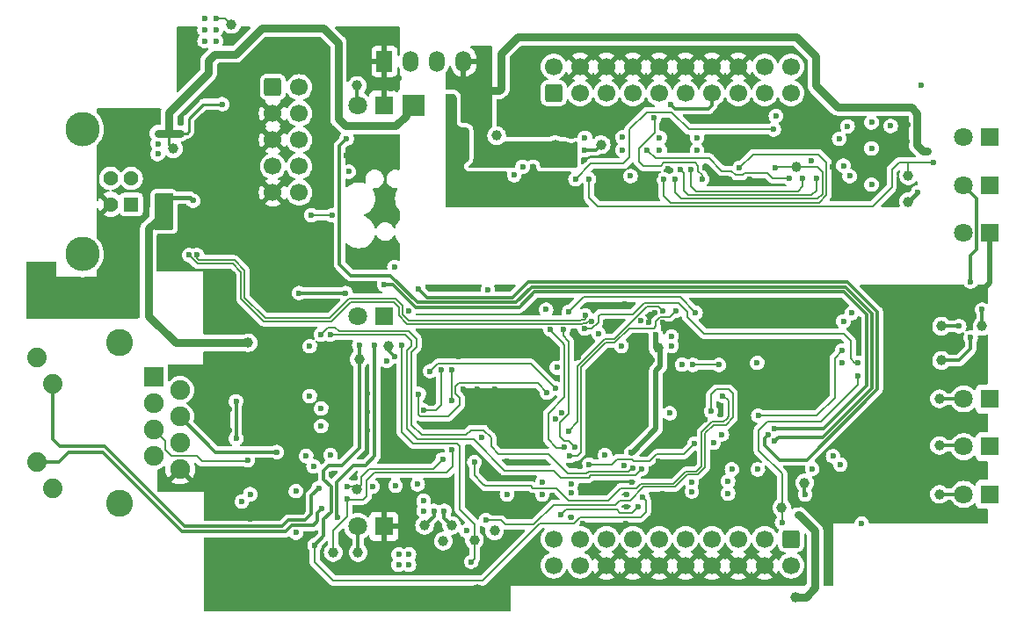
<source format=gbl>
%TF.GenerationSoftware,KiCad,Pcbnew,(6.0.7)*%
%TF.CreationDate,2022-08-15T19:03:41+05:00*%
%TF.ProjectId,RubyLink_revB,52756279-4c69-46e6-9b5f-726576422e6b,rev?*%
%TF.SameCoordinates,Original*%
%TF.FileFunction,Copper,L4,Bot*%
%TF.FilePolarity,Positive*%
%FSLAX46Y46*%
G04 Gerber Fmt 4.6, Leading zero omitted, Abs format (unit mm)*
G04 Created by KiCad (PCBNEW (6.0.7)) date 2022-08-15 19:03:41*
%MOMM*%
%LPD*%
G01*
G04 APERTURE LIST*
G04 Aperture macros list*
%AMRoundRect*
0 Rectangle with rounded corners*
0 $1 Rounding radius*
0 $2 $3 $4 $5 $6 $7 $8 $9 X,Y pos of 4 corners*
0 Add a 4 corners polygon primitive as box body*
4,1,4,$2,$3,$4,$5,$6,$7,$8,$9,$2,$3,0*
0 Add four circle primitives for the rounded corners*
1,1,$1+$1,$2,$3*
1,1,$1+$1,$4,$5*
1,1,$1+$1,$6,$7*
1,1,$1+$1,$8,$9*
0 Add four rect primitives between the rounded corners*
20,1,$1+$1,$2,$3,$4,$5,0*
20,1,$1+$1,$4,$5,$6,$7,0*
20,1,$1+$1,$6,$7,$8,$9,0*
20,1,$1+$1,$8,$9,$2,$3,0*%
G04 Aperture macros list end*
%TA.AperFunction,ComponentPad*%
%ADD10R,1.800000X1.800000*%
%TD*%
%TA.AperFunction,ComponentPad*%
%ADD11C,1.800000*%
%TD*%
%TA.AperFunction,ComponentPad*%
%ADD12RoundRect,0.250000X0.600000X-0.600000X0.600000X0.600000X-0.600000X0.600000X-0.600000X-0.600000X0*%
%TD*%
%TA.AperFunction,ComponentPad*%
%ADD13C,1.700000*%
%TD*%
%TA.AperFunction,ComponentPad*%
%ADD14R,1.500000X2.000000*%
%TD*%
%TA.AperFunction,ComponentPad*%
%ADD15O,1.500000X2.000000*%
%TD*%
%TA.AperFunction,ComponentPad*%
%ADD16R,1.428000X1.428000*%
%TD*%
%TA.AperFunction,ComponentPad*%
%ADD17C,1.428000*%
%TD*%
%TA.AperFunction,ComponentPad*%
%ADD18C,3.316000*%
%TD*%
%TA.AperFunction,ComponentPad*%
%ADD19C,0.600000*%
%TD*%
%TA.AperFunction,ComponentPad*%
%ADD20RoundRect,0.250000X-0.600000X0.600000X-0.600000X-0.600000X0.600000X-0.600000X0.600000X0.600000X0*%
%TD*%
%TA.AperFunction,ComponentPad*%
%ADD21C,2.600000*%
%TD*%
%TA.AperFunction,ComponentPad*%
%ADD22C,1.890000*%
%TD*%
%TA.AperFunction,ComponentPad*%
%ADD23R,1.900000X1.900000*%
%TD*%
%TA.AperFunction,ComponentPad*%
%ADD24C,1.900000*%
%TD*%
%TA.AperFunction,ComponentPad*%
%ADD25RoundRect,0.250000X-0.600000X-0.600000X0.600000X-0.600000X0.600000X0.600000X-0.600000X0.600000X0*%
%TD*%
%TA.AperFunction,SMDPad,CuDef*%
%ADD26C,1.000000*%
%TD*%
%TA.AperFunction,ViaPad*%
%ADD27C,0.600000*%
%TD*%
%TA.AperFunction,ViaPad*%
%ADD28C,1.000000*%
%TD*%
%TA.AperFunction,Conductor*%
%ADD29C,0.500000*%
%TD*%
%TA.AperFunction,Conductor*%
%ADD30C,0.400000*%
%TD*%
%TA.AperFunction,Conductor*%
%ADD31C,0.800000*%
%TD*%
%TA.AperFunction,Conductor*%
%ADD32C,0.250000*%
%TD*%
%TA.AperFunction,Conductor*%
%ADD33C,0.300000*%
%TD*%
%TA.AperFunction,Conductor*%
%ADD34C,0.200000*%
%TD*%
%TA.AperFunction,Conductor*%
%ADD35C,0.150000*%
%TD*%
%TA.AperFunction,Conductor*%
%ADD36C,0.175000*%
%TD*%
%TA.AperFunction,Conductor*%
%ADD37C,0.130000*%
%TD*%
G04 APERTURE END LIST*
D10*
X181535000Y-83870000D03*
D11*
X178995000Y-83870000D03*
D12*
X139500000Y-54400000D03*
D13*
X139500000Y-51860000D03*
X142040000Y-54400000D03*
X142040000Y-51860000D03*
X144580000Y-54400000D03*
X144580000Y-51860000D03*
X147120000Y-54400000D03*
X147120000Y-51860000D03*
X149660000Y-54400000D03*
X149660000Y-51860000D03*
X152200000Y-54400000D03*
X152200000Y-51860000D03*
X154740000Y-54400000D03*
X154740000Y-51860000D03*
X157280000Y-54400000D03*
X157280000Y-51860000D03*
X159820000Y-54400000D03*
X159820000Y-51860000D03*
X162360000Y-54400000D03*
X162360000Y-51860000D03*
D10*
X123135000Y-55570000D03*
D11*
X120595000Y-55570000D03*
D10*
X181535000Y-93070000D03*
D11*
X178995000Y-93070000D03*
D10*
X123135000Y-75870000D03*
D11*
X120595000Y-75870000D03*
D14*
X123197500Y-51337500D03*
D15*
X125737500Y-51337500D03*
X128277500Y-51337500D03*
X130817500Y-51337500D03*
D10*
X181535000Y-58670000D03*
D11*
X178995000Y-58670000D03*
D16*
X98813000Y-65120000D03*
D17*
X98813000Y-62620000D03*
X96813000Y-62620000D03*
X96813000Y-65120000D03*
D18*
X94103000Y-69890000D03*
X94103000Y-57850000D03*
D19*
X145433133Y-84855000D03*
X145433133Y-83580000D03*
X146708133Y-83580000D03*
X144158133Y-84855000D03*
X144158133Y-83580000D03*
X146708133Y-84855000D03*
X145433133Y-82305000D03*
X144158133Y-82305000D03*
X146708133Y-82305000D03*
D10*
X123135000Y-96170000D03*
D11*
X120595000Y-96170000D03*
D10*
X181535000Y-63270000D03*
D11*
X178995000Y-63270000D03*
D20*
X162360000Y-97390000D03*
D13*
X162360000Y-99930000D03*
X159820000Y-97390000D03*
X159820000Y-99930000D03*
X157280000Y-97390000D03*
X157280000Y-99930000D03*
X154740000Y-97390000D03*
X154740000Y-99930000D03*
X152200000Y-97390000D03*
X152200000Y-99930000D03*
X149660000Y-97390000D03*
X149660000Y-99930000D03*
X147120000Y-97390000D03*
X147120000Y-99930000D03*
X144580000Y-97390000D03*
X144580000Y-99930000D03*
X142040000Y-97390000D03*
X142040000Y-99930000D03*
X139500000Y-97390000D03*
X139500000Y-99930000D03*
D21*
X97680000Y-93975000D03*
X97680000Y-78425000D03*
D22*
X91250000Y-92525000D03*
X89730000Y-89985000D03*
X91250000Y-82415000D03*
X89730000Y-79875000D03*
D23*
X100970000Y-81755000D03*
D24*
X103510000Y-83025000D03*
X100970000Y-84295000D03*
X103510000Y-85565000D03*
X100970000Y-86835000D03*
X103510000Y-88105000D03*
X100970000Y-89375000D03*
X103510000Y-90645000D03*
D25*
X112447500Y-53820000D03*
D13*
X114987500Y-53820000D03*
X112447500Y-56360000D03*
X114987500Y-56360000D03*
X112447500Y-58900000D03*
X114987500Y-58900000D03*
X112447500Y-61440000D03*
X114987500Y-61440000D03*
X112447500Y-63980000D03*
X114987500Y-63980000D03*
D10*
X181535000Y-67870000D03*
D11*
X178995000Y-67870000D03*
D10*
X181535000Y-88470000D03*
D11*
X178995000Y-88470000D03*
D26*
X129660000Y-99470000D03*
X120560000Y-92570000D03*
X180760000Y-76870000D03*
X118260000Y-98670000D03*
X139660000Y-59370000D03*
X129660000Y-96070000D03*
X144060000Y-59370000D03*
X173660000Y-62370000D03*
X131860000Y-97470000D03*
X123560000Y-78770000D03*
X166060000Y-91470000D03*
X106560000Y-58870000D03*
X120760000Y-80070000D03*
X173660000Y-64870000D03*
X108460000Y-47770000D03*
X163660000Y-91970000D03*
X176660000Y-93070000D03*
X149560000Y-78970000D03*
X127060000Y-96070000D03*
X176860000Y-76870000D03*
X132160000Y-102270000D03*
X120660000Y-98670000D03*
X120560000Y-53670000D03*
X176660000Y-88370000D03*
X161460000Y-94370000D03*
X176660000Y-83870000D03*
X139660000Y-62970000D03*
X102860000Y-59770000D03*
X176860000Y-80170000D03*
X162860000Y-61470000D03*
D27*
X114760000Y-88170000D03*
X114060000Y-70120000D03*
X111060000Y-90870000D03*
X175560000Y-73370000D03*
X176060000Y-94970000D03*
X107060000Y-90870000D03*
X133060000Y-103870000D03*
X120400000Y-91500000D03*
X137560000Y-89970000D03*
X103660000Y-48270000D03*
X108060000Y-54470000D03*
X165660000Y-75570000D03*
X136360000Y-83270000D03*
X121560000Y-60370000D03*
X142260000Y-95870000D03*
X127810000Y-73270000D03*
X133860000Y-82970000D03*
X109060000Y-90870000D03*
X172060000Y-75370000D03*
X123060000Y-103870000D03*
X111060000Y-103870000D03*
X134300000Y-87710000D03*
X116260000Y-88470000D03*
X131260000Y-77570000D03*
X107810000Y-59370000D03*
X111560000Y-74770000D03*
X108060000Y-58370000D03*
X150000000Y-76500000D03*
X104160000Y-61070000D03*
X109810000Y-57370000D03*
X130400000Y-79800000D03*
X125060000Y-103870000D03*
X155560000Y-90100000D03*
X146400000Y-74700000D03*
X123060000Y-71170000D03*
X103660000Y-51570000D03*
X109310000Y-75370000D03*
X127060000Y-103870000D03*
X177560000Y-75370000D03*
X142000000Y-90400000D03*
X132060000Y-100370000D03*
X99360000Y-72670000D03*
X101560000Y-70370000D03*
X117100000Y-87500000D03*
X107060000Y-97870000D03*
X168560000Y-77370000D03*
X139635000Y-85845000D03*
X145500000Y-76500000D03*
X172060000Y-73370000D03*
X105760000Y-57720000D03*
X113060000Y-97870000D03*
X111060000Y-89870000D03*
X170060000Y-94100000D03*
X119060000Y-99870000D03*
X164810000Y-76620000D03*
X120310000Y-49870000D03*
X108060000Y-49370000D03*
X164660000Y-94070000D03*
X149200000Y-75600000D03*
X164000000Y-79200000D03*
X168100000Y-90200000D03*
X120310000Y-51370000D03*
X135560000Y-101370000D03*
X137660000Y-83270000D03*
X111060000Y-101800000D03*
X175560000Y-75370000D03*
X119560000Y-60370000D03*
X154060000Y-85870000D03*
X169060000Y-90870000D03*
X173860000Y-73370000D03*
X119810000Y-81870000D03*
X130760000Y-82970000D03*
X147055921Y-91919500D03*
X150000000Y-93000000D03*
X115560000Y-77370000D03*
X168860000Y-79170000D03*
X121560000Y-86870000D03*
X115560000Y-75120000D03*
X173860000Y-75370000D03*
X97460000Y-66670000D03*
X108560000Y-76870000D03*
X141200000Y-95300000D03*
X103360000Y-70370000D03*
X160900000Y-79100000D03*
X154900000Y-89100000D03*
X132600000Y-86100000D03*
X135000000Y-89900000D03*
X104760000Y-67070000D03*
X102460000Y-71270000D03*
X107060000Y-82120000D03*
X98310000Y-72670000D03*
X108560000Y-69670000D03*
X105760000Y-60070000D03*
X107060000Y-71870000D03*
X124360000Y-88470000D03*
X123860000Y-53970000D03*
X98360000Y-71570000D03*
X135060000Y-83270000D03*
X146460000Y-95870000D03*
X115060000Y-101870000D03*
X121810000Y-48370000D03*
X112810000Y-75170000D03*
X108560000Y-71870000D03*
X123060000Y-48370000D03*
X159560000Y-79120000D03*
X148660000Y-76470000D03*
X109060000Y-97870000D03*
X112810000Y-66370000D03*
X123560000Y-83370000D03*
X133310000Y-99370000D03*
X107060000Y-92870000D03*
X123260000Y-92370000D03*
X134260000Y-77570000D03*
X156300000Y-94000000D03*
X111810000Y-79370000D03*
X133560000Y-84800000D03*
X115260000Y-94770000D03*
X109810000Y-55370000D03*
X123560000Y-85120000D03*
X107310000Y-57720000D03*
X109810000Y-61370000D03*
X134560000Y-98120000D03*
X115060000Y-97870000D03*
X107060000Y-101870000D03*
X108260000Y-86870000D03*
X102460000Y-69470000D03*
X137860000Y-77670000D03*
X127700000Y-79800000D03*
X137600000Y-94800000D03*
X107760000Y-63370000D03*
X114060000Y-75170000D03*
X124310000Y-59620000D03*
X148960000Y-80170000D03*
X146560000Y-94270000D03*
X102460000Y-70370000D03*
X103660000Y-50470000D03*
X108260000Y-84870000D03*
X103360000Y-69470000D03*
X119060000Y-103870000D03*
X133060000Y-98120000D03*
X132760000Y-77570000D03*
X124560000Y-52970000D03*
X158460000Y-92670000D03*
X114060000Y-67620000D03*
X166400000Y-76400000D03*
X109810000Y-82120000D03*
X120310000Y-48370000D03*
X106660000Y-67070000D03*
X137800000Y-75100000D03*
X172060000Y-77370000D03*
X155560000Y-85370000D03*
X133460000Y-86570000D03*
X141860000Y-79870000D03*
X91060000Y-71620000D03*
X138600000Y-90000000D03*
X124310000Y-48370000D03*
X156500000Y-89100000D03*
X110260000Y-95470000D03*
X152900000Y-89900000D03*
X121560000Y-85120000D03*
X121560000Y-83370000D03*
X104760000Y-48270000D03*
X109460000Y-94770000D03*
X146300000Y-90300000D03*
X103660000Y-52670000D03*
X163060000Y-94070000D03*
X151860000Y-90100000D03*
X109060000Y-103870000D03*
X151160000Y-94870000D03*
X112810000Y-77370000D03*
X101560000Y-71270000D03*
X103360000Y-71270000D03*
X118260000Y-71870000D03*
X139800000Y-79950000D03*
X109810000Y-59370000D03*
X103610000Y-57270000D03*
X121810000Y-49870000D03*
X118060000Y-91170000D03*
X105160000Y-62070000D03*
X124310000Y-61120000D03*
X111560000Y-66370000D03*
X152060000Y-87870000D03*
X99360000Y-71570000D03*
X98310000Y-75620000D03*
X125500000Y-93200000D03*
X129060000Y-73270000D03*
X126560000Y-98370000D03*
X146560000Y-93070000D03*
X151860000Y-84770000D03*
X105160000Y-61070000D03*
X178260000Y-94970000D03*
D28*
X156350000Y-75350000D03*
D27*
X104760000Y-49370000D03*
X101560000Y-69470000D03*
X89060000Y-71620000D03*
X109060000Y-92870000D03*
X114060000Y-66370000D03*
X177160000Y-94970000D03*
X110660000Y-73870000D03*
X133700000Y-90800000D03*
D28*
X158450000Y-75350000D03*
D27*
X170060000Y-73370000D03*
X151900000Y-79600000D03*
X109060000Y-80120000D03*
X132160000Y-82970000D03*
X123560000Y-86870000D03*
X117100000Y-83800000D03*
X98310000Y-67620000D03*
X107060000Y-86870000D03*
X111560000Y-67620000D03*
X169160000Y-93300000D03*
X127560000Y-98370000D03*
X123060000Y-59620000D03*
X108060000Y-51870000D03*
X107060000Y-84870000D03*
X128460000Y-92300000D03*
X112810000Y-67620000D03*
X109060000Y-101870000D03*
X107060000Y-76870000D03*
X114060000Y-68870000D03*
X123160000Y-52970000D03*
X120360000Y-71170000D03*
X113060000Y-103870000D03*
X107060000Y-80120000D03*
X123160000Y-88470000D03*
X98310000Y-68620000D03*
X108060000Y-52870000D03*
X144500000Y-76500000D03*
X162360000Y-92200000D03*
X107060000Y-69670000D03*
X99310000Y-75620000D03*
X134060000Y-73170000D03*
X108060000Y-56370000D03*
X153060000Y-86870000D03*
X103660000Y-49370000D03*
D28*
X132500000Y-94300000D03*
D27*
X130310000Y-73270000D03*
X149600000Y-89900000D03*
X126560000Y-99370000D03*
X131810000Y-73270000D03*
X172000000Y-79100000D03*
X90060000Y-71620000D03*
X110060000Y-76870000D03*
X135100000Y-95100000D03*
X177560000Y-73370000D03*
X109810000Y-63370000D03*
X101360000Y-60270000D03*
X101360000Y-59270000D03*
X101360000Y-64470000D03*
X163060000Y-95070000D03*
X103560000Y-58270000D03*
X107560000Y-55470000D03*
X101360000Y-65670000D03*
D28*
X110060000Y-78470000D03*
D27*
X104760000Y-64770000D03*
X101360000Y-58270000D03*
X126660000Y-56270000D03*
X102460000Y-58270000D03*
X102560000Y-64470000D03*
X125260000Y-56270000D03*
D28*
X162760000Y-102970000D03*
D27*
X126660000Y-55270000D03*
X125260000Y-55270000D03*
X102560000Y-65670000D03*
X163860000Y-95800000D03*
X112800000Y-89000000D03*
X108900000Y-87700000D03*
X108900000Y-84100000D03*
X110000000Y-89800000D03*
X135000000Y-93100000D03*
X141200000Y-92100000D03*
X168200000Y-75600000D03*
X164400000Y-90600000D03*
X167100000Y-90200000D03*
X105860000Y-47170000D03*
X125560000Y-98870000D03*
X139800000Y-80850000D03*
X167300000Y-80400000D03*
X133160000Y-73370000D03*
X125560000Y-99870000D03*
X150860000Y-77870000D03*
X109460000Y-93770000D03*
X124560000Y-98870000D03*
X167400000Y-76400000D03*
X132600000Y-87600000D03*
X151860000Y-80570000D03*
D28*
X128860000Y-97570000D03*
D27*
X152800000Y-91900000D03*
X105860000Y-48270000D03*
X155700000Y-87300000D03*
X106960000Y-48270000D03*
X144433133Y-89280000D03*
X138760000Y-75270000D03*
X110260000Y-93070000D03*
X166400000Y-89400000D03*
X114660000Y-92770000D03*
X147860000Y-76370000D03*
X105860000Y-49370000D03*
X124560000Y-99870000D03*
X138400000Y-91900000D03*
X125560000Y-75370000D03*
X124160000Y-71170000D03*
X106960000Y-47170000D03*
X114660000Y-96770000D03*
X156300000Y-91800000D03*
X159100000Y-80400000D03*
X150860000Y-78770000D03*
X146033133Y-78780000D03*
X154900000Y-88100000D03*
X106960000Y-49370000D03*
X123400000Y-80200000D03*
X150673555Y-85258771D03*
X140250000Y-85250000D03*
X146960000Y-89070000D03*
X143823763Y-77584363D03*
X149333133Y-77680000D03*
X169160000Y-95900000D03*
X159160000Y-90670000D03*
X141200000Y-92900000D03*
X138400000Y-93100000D03*
X152800000Y-92800000D03*
X156660000Y-90670000D03*
X156300000Y-93000000D03*
X173660000Y-57470000D03*
X142800000Y-57100000D03*
X130560000Y-58370000D03*
X129460000Y-57170000D03*
D28*
X141200000Y-58300000D03*
X129760000Y-62870000D03*
X135060000Y-64870000D03*
D27*
X146385000Y-57095000D03*
X166300000Y-61500000D03*
D28*
X136060000Y-55370000D03*
D27*
X137500000Y-61500000D03*
X142460000Y-60870000D03*
D28*
X129760000Y-64870000D03*
D27*
X130560000Y-59370000D03*
X150200000Y-57000000D03*
X154105249Y-57010869D03*
D28*
X133060000Y-64870000D03*
X133060000Y-62870000D03*
D27*
X158400000Y-62700000D03*
X150500000Y-61700000D03*
X129460000Y-60370000D03*
X145400000Y-62700000D03*
X156400000Y-62700000D03*
X129460000Y-55170000D03*
X154100000Y-61600000D03*
X130560000Y-60370000D03*
X129460000Y-58370000D03*
X129560000Y-59370000D03*
X129460000Y-56170000D03*
X173560000Y-59070000D03*
X149300000Y-62400000D03*
X157860000Y-56670000D03*
D28*
X135060000Y-56470000D03*
D27*
X138200000Y-62300000D03*
X171460000Y-61019511D03*
X160000000Y-58800000D03*
X156700000Y-59900000D03*
D28*
X139900000Y-57000000D03*
D27*
X163500000Y-58800000D03*
X172709511Y-63919511D03*
X175460000Y-59970000D03*
X132360000Y-55170000D03*
X132360000Y-56170000D03*
D28*
X141200000Y-59800000D03*
D27*
X132360000Y-53170000D03*
X130960000Y-55170000D03*
D28*
X139900000Y-61000000D03*
D27*
X132360000Y-54170000D03*
X130960000Y-56170000D03*
X170109511Y-59719511D03*
X142500000Y-58700000D03*
X160900000Y-56600000D03*
X149700000Y-58700000D03*
X153300000Y-58700000D03*
X146100000Y-58670000D03*
X170109511Y-57219511D03*
X174860000Y-53670000D03*
X153300000Y-59900000D03*
X135700000Y-62300000D03*
X168000000Y-62400000D03*
X142500000Y-59900000D03*
X146900000Y-62400000D03*
X149700000Y-59900000D03*
X171960000Y-57570000D03*
X167000000Y-58800000D03*
X146100000Y-59900000D03*
X170109511Y-63219511D03*
X164300000Y-60900000D03*
X167400000Y-61400000D03*
X167800000Y-57600000D03*
D28*
X134000000Y-58500000D03*
D27*
X136500000Y-61500000D03*
X124160000Y-79770000D03*
X117160000Y-94470000D03*
X116860000Y-92470000D03*
X147960000Y-90600000D03*
X117960000Y-77670000D03*
X116160000Y-66170000D03*
X117060000Y-77670000D03*
X118160000Y-66170000D03*
X147100000Y-90570000D03*
X116460000Y-97970000D03*
X148060000Y-93370000D03*
X114960000Y-73670000D03*
X120760000Y-78670000D03*
X119460000Y-73670000D03*
X119760000Y-61970000D03*
X150800000Y-55500000D03*
X131100000Y-96600000D03*
D28*
X133800000Y-96600000D03*
D27*
X155760000Y-83570000D03*
X131860000Y-89970000D03*
X150100000Y-62700000D03*
X157400000Y-61600000D03*
X160800000Y-61600000D03*
X151200000Y-62700000D03*
X129700000Y-88800000D03*
X119600000Y-93500000D03*
X119600000Y-92300000D03*
X128800000Y-89700000D03*
X143101573Y-76396321D03*
X104360000Y-70019000D03*
X131560000Y-99570000D03*
X124860000Y-78670000D03*
X105160000Y-70019000D03*
X142535887Y-75830635D03*
X147660000Y-94270000D03*
X140160000Y-95070000D03*
X127000000Y-85000000D03*
X128660000Y-81070000D03*
X129660000Y-84070000D03*
X129660000Y-81070000D03*
X138860000Y-83270000D03*
X126500000Y-83400000D03*
X139660000Y-82865500D03*
X127600000Y-81200000D03*
X141060000Y-89370000D03*
X151260000Y-75370000D03*
X152900000Y-80600000D03*
X155400000Y-80600000D03*
X140500000Y-88500000D03*
X139160000Y-77170000D03*
X141502863Y-88485685D03*
X140400000Y-77200000D03*
X140960000Y-75470000D03*
X153160000Y-75570000D03*
X150000000Y-75400000D03*
X140900000Y-87000000D03*
X153060000Y-88200000D03*
X142900000Y-90200000D03*
X123160000Y-72870000D03*
X160760000Y-86770000D03*
X160760000Y-87970000D03*
X119560000Y-58770000D03*
X160160000Y-87370000D03*
X118693010Y-95303010D03*
X122260000Y-78670000D03*
X126460000Y-73270000D03*
X141600000Y-62700000D03*
X160700000Y-57900000D03*
X151700000Y-61800000D03*
X164800000Y-62600000D03*
X152700000Y-61800000D03*
X163500000Y-62600000D03*
X148500000Y-59900000D03*
X162200000Y-62600000D03*
X153800000Y-62700000D03*
X149160000Y-56800000D03*
X126400000Y-92100000D03*
X117100000Y-84800000D03*
X116000000Y-83600000D03*
X116000000Y-78800000D03*
X116360000Y-90370000D03*
X126960000Y-94670000D03*
X115660000Y-89370000D03*
X118000000Y-89300000D03*
X124260000Y-92245500D03*
X117100000Y-86500000D03*
X127960000Y-94670000D03*
X126960000Y-93670000D03*
X122045332Y-92346273D03*
X163720000Y-93110000D03*
X174579511Y-63959511D03*
X161500000Y-95800000D03*
X168800000Y-81700000D03*
X142900000Y-62700000D03*
X176060000Y-61070000D03*
X159200000Y-85500000D03*
X167300000Y-79200000D03*
X142500000Y-77100000D03*
X168800000Y-80400000D03*
X154660000Y-85070000D03*
X128960000Y-94670000D03*
X132960000Y-95570000D03*
X178560000Y-76870000D03*
X180760000Y-75270000D03*
X179660000Y-72570000D03*
X179660000Y-77970000D03*
D29*
X181535000Y-67870000D02*
X181535000Y-72695000D01*
X181535000Y-72695000D02*
X180860000Y-73370000D01*
D30*
X104460000Y-64470000D02*
X104760000Y-64770000D01*
D31*
X163760000Y-102970000D02*
X162760000Y-102970000D01*
X119460000Y-57570000D02*
X124294314Y-57570000D01*
X106860000Y-50670000D02*
X108860000Y-50670000D01*
X102460000Y-56270000D02*
X106260000Y-52470000D01*
D30*
X102560000Y-64470000D02*
X104460000Y-64470000D01*
D31*
X118760000Y-56870000D02*
X119460000Y-57570000D01*
X111360000Y-48170000D02*
X117360000Y-48170000D01*
X100460000Y-67470000D02*
X100460000Y-75870000D01*
D32*
X107560000Y-55470000D02*
X105760000Y-55470000D01*
D31*
X100460000Y-75870000D02*
X103060000Y-78470000D01*
X163060000Y-95070000D02*
X163130000Y-95070000D01*
X164660000Y-102070000D02*
X163760000Y-102970000D01*
X102460000Y-58270000D02*
X102460000Y-56270000D01*
X103060000Y-78470000D02*
X110060000Y-78470000D01*
D32*
X104360000Y-56870000D02*
X104360000Y-58070000D01*
D31*
X118760000Y-49570000D02*
X118760000Y-56870000D01*
X125260000Y-56604314D02*
X125260000Y-56270000D01*
D32*
X102460000Y-58270000D02*
X102460000Y-59370000D01*
X104160000Y-58270000D02*
X103560000Y-58270000D01*
D31*
X102460000Y-58270000D02*
X103560000Y-58270000D01*
X124294314Y-57570000D02*
X125260000Y-56604314D01*
X117360000Y-48170000D02*
X118760000Y-49570000D01*
X101360000Y-65670000D02*
X101360000Y-66570000D01*
D32*
X102460000Y-59370000D02*
X102860000Y-59770000D01*
X104360000Y-58070000D02*
X104160000Y-58270000D01*
D31*
X102460000Y-58270000D02*
X101360000Y-58270000D01*
X106260000Y-52470000D02*
X106260000Y-51270000D01*
X163130000Y-95070000D02*
X163860000Y-95800000D01*
X108860000Y-50670000D02*
X111360000Y-48170000D01*
X106260000Y-51270000D02*
X106860000Y-50670000D01*
D32*
X105760000Y-55470000D02*
X104360000Y-56870000D01*
D31*
X163860000Y-95800000D02*
X164660000Y-96600000D01*
X101360000Y-66570000D02*
X100460000Y-67470000D01*
X164660000Y-96600000D02*
X164660000Y-102070000D01*
D33*
X103510000Y-85565000D02*
X106945000Y-89000000D01*
X106945000Y-89000000D02*
X112800000Y-89000000D01*
D34*
X105100000Y-89400000D02*
X105600000Y-89900000D01*
X102100000Y-88800000D02*
X102700000Y-89400000D01*
X102100000Y-87965000D02*
X102100000Y-88800000D01*
X100970000Y-86835000D02*
X102100000Y-87965000D01*
X102700000Y-89400000D02*
X105100000Y-89400000D01*
X109900000Y-89900000D02*
X110000000Y-89800000D01*
X105600000Y-89900000D02*
X109900000Y-89900000D01*
D33*
X108900000Y-87700000D02*
X108900000Y-84100000D01*
D34*
X107860000Y-47170000D02*
X108460000Y-47770000D01*
X106960000Y-47170000D02*
X107860000Y-47170000D01*
D29*
X149333133Y-81196867D02*
X149760000Y-80770000D01*
X149333133Y-78743133D02*
X149560000Y-78970000D01*
X147020000Y-89080000D02*
X149333133Y-86766867D01*
X146933133Y-89080000D02*
X147020000Y-89080000D01*
X149333133Y-77680000D02*
X149333133Y-78743133D01*
X149760000Y-80770000D02*
X149760000Y-79170000D01*
X149333133Y-86766867D02*
X149333133Y-81196867D01*
X149760000Y-79170000D02*
X149560000Y-78970000D01*
D31*
X175460000Y-59970000D02*
X175060000Y-59970000D01*
X134260000Y-54170000D02*
X132360000Y-54170000D01*
X164760000Y-53670000D02*
X164760000Y-50870000D01*
X164760000Y-50870000D02*
X162860000Y-48970000D01*
X136060000Y-48970000D02*
X134460000Y-50570000D01*
X173949511Y-55759511D02*
X166849511Y-55759511D01*
X166849511Y-55759511D02*
X164760000Y-53670000D01*
X174510000Y-59420000D02*
X174510000Y-56320000D01*
X175060000Y-59970000D02*
X174510000Y-59420000D01*
X134460000Y-53970000D02*
X134260000Y-54170000D01*
D33*
X140090000Y-59800000D02*
X139660000Y-59370000D01*
X141200000Y-59800000D02*
X140090000Y-59800000D01*
D31*
X134460000Y-50570000D02*
X134460000Y-53970000D01*
X174510000Y-56320000D02*
X173949511Y-55759511D01*
X162860000Y-48970000D02*
X136060000Y-48970000D01*
D33*
X142500000Y-59900000D02*
X143530000Y-59900000D01*
X143530000Y-59900000D02*
X144060000Y-59370000D01*
X123560000Y-78770000D02*
X123560000Y-79170000D01*
X123560000Y-79170000D02*
X124160000Y-79770000D01*
X120560000Y-53670000D02*
X120560000Y-55935000D01*
X120660000Y-98670000D02*
X120660000Y-96235000D01*
X120660000Y-96235000D02*
X120595000Y-96170000D01*
X92760000Y-89070000D02*
X96060000Y-89070000D01*
X91845000Y-89985000D02*
X92760000Y-89070000D01*
X116760000Y-94870000D02*
X117160000Y-94470000D01*
X96060000Y-89070000D02*
X103660000Y-96670000D01*
X113660000Y-96670000D02*
X114260000Y-96070000D01*
X114260000Y-96070000D02*
X116360000Y-96070000D01*
X89730000Y-89985000D02*
X91845000Y-89985000D01*
X116360000Y-96070000D02*
X116760000Y-95670000D01*
X103660000Y-96670000D02*
X113660000Y-96670000D01*
X116760000Y-95670000D02*
X116760000Y-94870000D01*
X91250000Y-82415000D02*
X91250000Y-87760000D01*
X113360000Y-96170000D02*
X113960000Y-95570000D01*
X96260000Y-88470000D02*
X103960000Y-96170000D01*
X91250000Y-87760000D02*
X91960000Y-88470000D01*
X91960000Y-88470000D02*
X96260000Y-88470000D01*
X103960000Y-96170000D02*
X113360000Y-96170000D01*
X116160000Y-93170000D02*
X116860000Y-92470000D01*
X113960000Y-95570000D02*
X115560000Y-95570000D01*
X115560000Y-95570000D02*
X116160000Y-94970000D01*
X116160000Y-94970000D02*
X116160000Y-93170000D01*
D34*
X125360000Y-86770000D02*
X126360000Y-87770000D01*
X140160000Y-91470000D02*
X142860000Y-91470000D01*
X134760000Y-90770000D02*
X139460000Y-90770000D01*
X117960000Y-77670000D02*
X125160000Y-77670000D01*
X125360000Y-79170000D02*
X125360000Y-86770000D01*
X125760000Y-78270000D02*
X125760000Y-78770000D01*
X142860000Y-91470000D02*
X143060000Y-91270000D01*
X139460000Y-90770000D02*
X140160000Y-91470000D01*
X126360000Y-87770000D02*
X131760000Y-87770000D01*
X143060000Y-91270000D02*
X147360000Y-91270000D01*
X131760000Y-87770000D02*
X134760000Y-90770000D01*
X147960000Y-90670000D02*
X147960000Y-90600000D01*
X125760000Y-78770000D02*
X125360000Y-79170000D01*
X147360000Y-91270000D02*
X147960000Y-90670000D01*
X125160000Y-77670000D02*
X125760000Y-78270000D01*
X142660000Y-91070000D02*
X142860000Y-90870000D01*
X118460000Y-76970000D02*
X118810481Y-77320481D01*
X125760000Y-86370000D02*
X126760000Y-87370000D01*
X142860000Y-90870000D02*
X146660000Y-90870000D01*
X117060000Y-77670000D02*
X117760000Y-76970000D01*
X131060000Y-87370000D02*
X131560000Y-86870000D01*
D35*
X118160000Y-66170000D02*
X116160000Y-66170000D01*
D34*
X117760000Y-76970000D02*
X118460000Y-76970000D01*
X126760000Y-87370000D02*
X131060000Y-87370000D01*
X133460000Y-88470000D02*
X134160000Y-89170000D01*
X138960000Y-89170000D02*
X140860000Y-91070000D01*
X126260000Y-78870000D02*
X125760000Y-79370000D01*
X125510481Y-77320481D02*
X126260000Y-78070000D01*
X140860000Y-91070000D02*
X142660000Y-91070000D01*
X126260000Y-78070000D02*
X126260000Y-78870000D01*
X131560000Y-86870000D02*
X132760000Y-86870000D01*
X146660000Y-90870000D02*
X146930000Y-90600000D01*
X125760000Y-79370000D02*
X125760000Y-86370000D01*
X118810481Y-77320481D02*
X125510481Y-77320481D01*
X132760000Y-86870000D02*
X133460000Y-87570000D01*
X133460000Y-87570000D02*
X133460000Y-88470000D01*
X134160000Y-89170000D02*
X138960000Y-89170000D01*
D33*
X119060000Y-90270000D02*
X117860000Y-90270000D01*
X119460000Y-73670000D02*
X114960000Y-73670000D01*
D34*
X118260000Y-101370000D02*
X132660000Y-101370000D01*
X147860000Y-95270000D02*
X148360000Y-94770000D01*
X138180489Y-95849511D02*
X141427616Y-95849511D01*
X118260000Y-101370000D02*
X116460000Y-99570000D01*
D33*
X117360000Y-95470000D02*
X117360000Y-97070000D01*
X117360000Y-90770000D02*
X117360000Y-91670000D01*
X117860000Y-90270000D02*
X117360000Y-90770000D01*
D34*
X142007127Y-95270000D02*
X147860000Y-95270000D01*
X148360000Y-94770000D02*
X148360000Y-93670000D01*
D33*
X118060000Y-92370000D02*
X118060000Y-94770000D01*
D34*
X132660000Y-101370000D02*
X138180489Y-95849511D01*
D33*
X120760000Y-88570000D02*
X119060000Y-90270000D01*
D34*
X116460000Y-99570000D02*
X116460000Y-97970000D01*
D33*
X117360000Y-91670000D02*
X118060000Y-92370000D01*
D34*
X148360000Y-93670000D02*
X148060000Y-93370000D01*
D33*
X120760000Y-78670000D02*
X120760000Y-88570000D01*
X118060000Y-94770000D02*
X117360000Y-95470000D01*
X117360000Y-97070000D02*
X116460000Y-97970000D01*
D34*
X141427616Y-95849511D02*
X142007127Y-95270000D01*
D33*
X150800000Y-55500000D02*
X151200000Y-55900000D01*
X151200000Y-55900000D02*
X154400000Y-55900000D01*
X154740000Y-55560000D02*
X154740000Y-54400000D01*
X154400000Y-55900000D02*
X154740000Y-55560000D01*
D35*
X132860000Y-92270000D02*
X135060000Y-92270000D01*
X144760000Y-93670000D02*
X145960000Y-92470000D01*
X153060000Y-90870000D02*
X153260000Y-90870000D01*
X154760000Y-86070000D02*
X155760000Y-86070000D01*
X131860000Y-91270000D02*
X132660000Y-92070000D01*
X151036414Y-92070000D02*
X151898207Y-91208207D01*
X135060000Y-92270000D02*
X137260000Y-92270000D01*
X155860000Y-86070000D02*
X156160000Y-85770000D01*
X153760000Y-88070000D02*
X153760000Y-87070000D01*
X147860000Y-92070000D02*
X150260000Y-92070000D01*
X145960000Y-92470000D02*
X146760000Y-92470000D01*
X137260000Y-92270000D02*
X137460000Y-92470000D01*
X146760000Y-92470000D02*
X147460000Y-92470000D01*
X156160000Y-85770000D02*
X156360000Y-85570000D01*
X155760000Y-86070000D02*
X155860000Y-86070000D01*
X150260000Y-92070000D02*
X151036414Y-92070000D01*
X137460000Y-92470000D02*
X138660000Y-92470000D01*
X138660000Y-92470000D02*
X139760000Y-92470000D01*
X139760000Y-92470000D02*
X140960000Y-93670000D01*
X140960000Y-93670000D02*
X144760000Y-93670000D01*
X131860000Y-89970000D02*
X131860000Y-91270000D01*
X132660000Y-92070000D02*
X132860000Y-92270000D01*
X153260000Y-90870000D02*
X153760000Y-90370000D01*
X156360000Y-84070000D02*
X155860000Y-83570000D01*
X147460000Y-92470000D02*
X147860000Y-92070000D01*
X155860000Y-83570000D02*
X155760000Y-83570000D01*
X151898207Y-91208207D02*
X152236414Y-90870000D01*
X156360000Y-85570000D02*
X156360000Y-84070000D01*
X153760000Y-87070000D02*
X154760000Y-86070000D01*
X152236414Y-90870000D02*
X153060000Y-90870000D01*
X153760000Y-90370000D02*
X153760000Y-88070000D01*
D34*
X165000000Y-60300000D02*
X165750489Y-61050489D01*
X165750488Y-62000000D02*
X165750488Y-64249512D01*
X165049520Y-64950480D02*
X150750480Y-64950480D01*
X158700000Y-60300000D02*
X165000000Y-60300000D01*
X150750480Y-64950480D02*
X150100000Y-64300000D01*
X157400000Y-61600000D02*
X158700000Y-60300000D01*
X165750489Y-61050489D02*
X165750488Y-62000000D01*
X165750488Y-64249512D02*
X165049520Y-64950480D01*
X150100000Y-64300000D02*
X150100000Y-62700000D01*
X164870000Y-61470000D02*
X162860000Y-61470000D01*
X151200000Y-64000000D02*
X151800959Y-64600959D01*
X165400969Y-62000969D02*
X164870000Y-61470000D01*
X151800959Y-64600959D02*
X164899041Y-64600959D01*
X165400969Y-64099031D02*
X165400969Y-62000969D01*
X151200000Y-62700000D02*
X151200000Y-64000000D01*
X160930000Y-61470000D02*
X162860000Y-61470000D01*
X164899041Y-64600959D02*
X165400969Y-64099031D01*
X160800000Y-61600000D02*
X160930000Y-61470000D01*
X121495332Y-93234668D02*
X121160000Y-93570000D01*
X129800000Y-90400000D02*
X129200000Y-91000000D01*
X119600000Y-93500000D02*
X119600000Y-95230000D01*
X122200000Y-91000000D02*
X121495332Y-91704668D01*
X121160000Y-93570000D02*
X119670000Y-93570000D01*
X129200000Y-91000000D02*
X122200000Y-91000000D01*
X118260000Y-96570000D02*
X118260000Y-98670000D01*
X129800000Y-88900000D02*
X129800000Y-90400000D01*
X119600000Y-95230000D02*
X118260000Y-96570000D01*
X129700000Y-88800000D02*
X129800000Y-88900000D01*
X121495332Y-91704668D02*
X121495332Y-93234668D01*
X119670000Y-93570000D02*
X119600000Y-93500000D01*
X119600000Y-92300000D02*
X120290000Y-92300000D01*
X120290000Y-92300000D02*
X120560000Y-92570000D01*
X127900000Y-90600000D02*
X121730000Y-90600000D01*
X121730000Y-90600000D02*
X120960000Y-91370000D01*
X120960000Y-91370000D02*
X120960000Y-92170000D01*
X120960000Y-92170000D02*
X120560000Y-92570000D01*
X128800000Y-89700000D02*
X127900000Y-90600000D01*
D36*
X124092690Y-74532500D02*
X119927310Y-74532500D01*
X111556511Y-76396321D02*
X109397500Y-74237310D01*
X124597500Y-75037310D02*
X124092690Y-74532500D01*
X108592690Y-70832500D02*
X105173500Y-70832500D01*
X118063489Y-76396321D02*
X111556511Y-76396321D01*
X142207360Y-76632500D02*
X125392690Y-76632500D01*
X142277360Y-76562500D02*
X142207360Y-76632500D01*
X109397500Y-74237310D02*
X109397500Y-71637310D01*
X142599518Y-76562500D02*
X142277360Y-76562500D01*
X125392690Y-76632500D02*
X124597500Y-75837310D01*
X143101573Y-76396321D02*
X142765697Y-76396321D01*
X109397500Y-71637310D02*
X108592690Y-70832500D01*
X142765697Y-76396321D02*
X142599518Y-76562500D01*
X124597500Y-75837310D02*
X124597500Y-75037310D01*
X119927310Y-74532500D02*
X118063489Y-76396321D01*
X105173500Y-70832500D02*
X104360000Y-70019000D01*
D34*
X130160000Y-88170000D02*
X130460000Y-88470000D01*
X131860000Y-95970000D02*
X131860000Y-99270000D01*
X131860000Y-99270000D02*
X131560000Y-99570000D01*
X130460000Y-88470000D02*
X130460000Y-94570000D01*
X125960000Y-88170000D02*
X130160000Y-88170000D01*
X130460000Y-94570000D02*
X131860000Y-95970000D01*
X124860000Y-87070000D02*
X125960000Y-88170000D01*
X124860000Y-78670000D02*
X124860000Y-87070000D01*
D36*
X105160000Y-70359380D02*
X105160000Y-70019000D01*
X111691131Y-76071321D02*
X109722500Y-74102690D01*
X119792690Y-74207500D02*
X124227310Y-74207500D01*
X109722500Y-71502690D02*
X108727310Y-70507500D01*
X119792690Y-74207500D02*
X117928869Y-76071321D01*
X124922500Y-75702690D02*
X124922500Y-74902690D01*
X142464879Y-76237519D02*
X142142749Y-76237519D01*
X109722500Y-74102690D02*
X109722500Y-71502690D01*
X142535887Y-75830635D02*
X142535887Y-76166511D01*
X142142749Y-76237519D02*
X142072767Y-76307500D01*
X142072767Y-76307500D02*
X125527310Y-76307500D01*
X108727310Y-70507500D02*
X105308120Y-70507500D01*
X142535887Y-76166511D02*
X142464879Y-76237519D01*
X117928869Y-76071321D02*
X111691131Y-76071321D01*
X105308120Y-70507500D02*
X105160000Y-70359380D01*
X125527310Y-76307500D02*
X124922500Y-75702690D01*
X124922500Y-74902690D02*
X124227310Y-74207500D01*
D34*
X145860000Y-94870000D02*
X147060000Y-94870000D01*
X140160000Y-95070000D02*
X140660000Y-94570000D01*
X140660000Y-94570000D02*
X145560000Y-94570000D01*
X145560000Y-94570000D02*
X145860000Y-94870000D01*
X147060000Y-94870000D02*
X147660000Y-94270000D01*
D37*
X127000000Y-85000000D02*
X128130000Y-85000000D01*
X128660000Y-84470000D02*
X128660000Y-81070000D01*
X128130000Y-85000000D02*
X128660000Y-84470000D01*
X129660000Y-84070000D02*
X129660000Y-81070000D01*
X129360000Y-85570000D02*
X130460000Y-84470000D01*
X126460000Y-85370000D02*
X126660000Y-85570000D01*
X137960000Y-82370000D02*
X138860000Y-83270000D01*
X126660000Y-85570000D02*
X129360000Y-85570000D01*
X126460000Y-83440000D02*
X126460000Y-85370000D01*
X130460000Y-83770000D02*
X130060000Y-83370000D01*
X130460000Y-84470000D02*
X130460000Y-83770000D01*
X126500000Y-83400000D02*
X126460000Y-83440000D01*
X130060000Y-82670000D02*
X130360000Y-82370000D01*
X130060000Y-83370000D02*
X130060000Y-82670000D01*
X130360000Y-82370000D02*
X137960000Y-82370000D01*
X137264500Y-80470000D02*
X139660000Y-82865500D01*
X128330000Y-80470000D02*
X137264500Y-80470000D01*
X127600000Y-81200000D02*
X128330000Y-80470000D01*
D35*
X142100000Y-80830000D02*
X142100000Y-89030000D01*
X149360000Y-76870000D02*
X149160000Y-77070000D01*
X150660000Y-75970000D02*
X149787537Y-75970000D01*
X149360000Y-76397537D02*
X149360000Y-76870000D01*
X149787537Y-75970000D02*
X149360000Y-76397537D01*
X145384264Y-78470000D02*
X144460000Y-78470000D01*
X144460000Y-78470000D02*
X142100000Y-80830000D01*
X141760000Y-89370000D02*
X141060000Y-89370000D01*
X151260000Y-75370000D02*
X150660000Y-75970000D01*
X142100000Y-89030000D02*
X141760000Y-89370000D01*
X146784264Y-77070000D02*
X145384264Y-78470000D01*
X149160000Y-77070000D02*
X146784264Y-77070000D01*
X152900000Y-80600000D02*
X155400000Y-80600000D01*
X138960000Y-85270000D02*
X140560000Y-83670000D01*
X140560000Y-83670000D02*
X140560000Y-78660000D01*
X139760000Y-88570000D02*
X138960000Y-87770000D01*
X140400000Y-88600000D02*
X140500000Y-88500000D01*
X140560000Y-78660000D02*
X140365000Y-78465000D01*
X138960000Y-87770000D02*
X138960000Y-85270000D01*
X139100000Y-77200000D02*
X140365000Y-78465000D01*
X140430000Y-88570000D02*
X139760000Y-88570000D01*
X140500000Y-88500000D02*
X140430000Y-88570000D01*
X140960000Y-78310000D02*
X140890000Y-78240000D01*
X140900000Y-87900000D02*
X140490000Y-87900000D01*
X141500000Y-88500000D02*
X140900000Y-87900000D01*
X140060480Y-87469520D02*
X140060480Y-86181292D01*
X141502863Y-88497137D02*
X141500000Y-88500000D01*
X140890000Y-78240000D02*
X140400000Y-77750000D01*
X141502863Y-88485685D02*
X141502863Y-88497137D01*
X140400000Y-77750000D02*
X140400000Y-77200000D01*
X140060480Y-86181292D02*
X140960000Y-85281772D01*
X140960000Y-85281772D02*
X140960000Y-78310000D01*
X140060000Y-87470000D02*
X140060480Y-87469520D01*
X140490000Y-87900000D02*
X140060000Y-87470000D01*
D34*
X140960000Y-75470000D02*
X142360000Y-74070000D01*
X151660000Y-74070000D02*
X153160000Y-75570000D01*
X142360000Y-74070000D02*
X151660000Y-74070000D01*
D35*
X140900000Y-87000000D02*
X141800000Y-86100000D01*
X149570000Y-74970000D02*
X150000000Y-75400000D01*
X145330000Y-78100000D02*
X148460000Y-74970000D01*
X141800000Y-80700000D02*
X144400000Y-78100000D01*
X144400000Y-78100000D02*
X145330000Y-78100000D01*
X141800000Y-86100000D02*
X141800000Y-80700000D01*
X148460000Y-74970000D02*
X149570000Y-74970000D01*
X142900000Y-90200000D02*
X145100000Y-90200000D01*
X152060000Y-89200000D02*
X153060000Y-88200000D01*
X148700000Y-89900000D02*
X149400000Y-89200000D01*
X147200000Y-89900000D02*
X148700000Y-89900000D01*
X149400000Y-89200000D02*
X152060000Y-89200000D01*
X145100000Y-90200000D02*
X145600000Y-89700000D01*
X147000000Y-89700000D02*
X147200000Y-89900000D01*
X145600000Y-89700000D02*
X147000000Y-89700000D01*
D33*
X137679519Y-73550481D02*
X167440481Y-73550481D01*
X126224282Y-75070000D02*
X136160000Y-75070000D01*
X123160000Y-72870000D02*
X124024282Y-72870000D01*
X165460000Y-86770000D02*
X160760000Y-86770000D01*
X124024282Y-72870000D02*
X126224282Y-75070000D01*
X136160000Y-75070000D02*
X137679519Y-73550481D01*
X169660000Y-75770000D02*
X169660000Y-82570000D01*
X169660000Y-82570000D02*
X165460000Y-86770000D01*
X167440481Y-73550481D02*
X169660000Y-75770000D01*
X123760000Y-71970000D02*
X119960000Y-71970000D01*
X118860000Y-70870000D02*
X118860000Y-59470000D01*
X119960000Y-71970000D02*
X118860000Y-70870000D01*
X165424282Y-87570000D02*
X170160000Y-82834282D01*
X167595718Y-73070000D02*
X137360000Y-73070000D01*
X135860000Y-74570000D02*
X126360000Y-74570000D01*
X170160000Y-82834282D02*
X170160000Y-75634282D01*
X160760000Y-87970000D02*
X161160000Y-87570000D01*
X126360000Y-74570000D02*
X123760000Y-71970000D01*
X137360000Y-73070000D02*
X135860000Y-74570000D01*
X118860000Y-59470000D02*
X119560000Y-58770000D01*
X170160000Y-75634282D02*
X167595718Y-73070000D01*
X161160000Y-87570000D02*
X165424282Y-87570000D01*
X120160000Y-90270000D02*
X118560000Y-91870000D01*
X159860000Y-88370000D02*
X161260000Y-89770000D01*
X170660000Y-82970000D02*
X170660000Y-75470000D01*
X137009520Y-72620480D02*
X135509520Y-74120480D01*
X159860000Y-87670000D02*
X159860000Y-88370000D01*
X170660000Y-75470000D02*
X167810480Y-72620480D01*
X118560000Y-95170000D02*
X118693010Y-95303010D01*
X167810480Y-72620480D02*
X137009520Y-72620480D01*
X135509520Y-74120480D02*
X127310480Y-74120480D01*
X122260000Y-78670000D02*
X122260000Y-89370000D01*
X127310480Y-74120480D02*
X126460000Y-73270000D01*
X118560000Y-91870000D02*
X118560000Y-95170000D01*
X163860000Y-89770000D02*
X162460000Y-89770000D01*
X121360000Y-90270000D02*
X120160000Y-90270000D01*
X170660000Y-82970000D02*
X163860000Y-89770000D01*
X161260000Y-89770000D02*
X162460000Y-89770000D01*
X122260000Y-89370000D02*
X121360000Y-90270000D01*
X160160000Y-87370000D02*
X159860000Y-87670000D01*
D34*
X152500000Y-57900000D02*
X150850489Y-56250489D01*
X146800000Y-60600000D02*
X146200000Y-61200000D01*
X143100000Y-61200000D02*
X141600000Y-62700000D01*
X148449511Y-56250489D02*
X146800000Y-57900000D01*
X146800000Y-57900000D02*
X146800000Y-60600000D01*
X160700000Y-57900000D02*
X152500000Y-57900000D01*
X146200000Y-61200000D02*
X143100000Y-61200000D01*
X150850489Y-56250489D02*
X148449511Y-56250489D01*
X151700000Y-61800000D02*
X152000000Y-62100000D01*
X164800000Y-63800000D02*
X164800000Y-62600000D01*
X152451439Y-64251439D02*
X164348561Y-64251439D01*
X152000000Y-62100000D02*
X152000000Y-63800000D01*
X152000000Y-63800000D02*
X152451439Y-64251439D01*
X164348561Y-64251439D02*
X164800000Y-63800000D01*
X153200000Y-63900000D02*
X163000000Y-63900000D01*
X152700000Y-61800000D02*
X152700000Y-63400000D01*
X163500000Y-63400000D02*
X163500000Y-62600000D01*
X152700000Y-63400000D02*
X153200000Y-63900000D01*
X163000000Y-63900000D02*
X163500000Y-63400000D01*
X160600000Y-62600000D02*
X162200000Y-62600000D01*
X149300000Y-60700000D02*
X154500000Y-60700000D01*
X157700000Y-62300000D02*
X157900000Y-62100000D01*
X157900000Y-62100000D02*
X160100000Y-62100000D01*
X157000000Y-62300000D02*
X157700000Y-62300000D01*
X154500000Y-60700000D02*
X155700000Y-61900000D01*
X156600000Y-61900000D02*
X157000000Y-62300000D01*
X160100000Y-62100000D02*
X160600000Y-62600000D01*
X148500000Y-59900000D02*
X149300000Y-60700000D01*
X155700000Y-61900000D02*
X156600000Y-61900000D01*
D33*
X176660000Y-83870000D02*
X178995000Y-83870000D01*
D34*
X149800000Y-61400000D02*
X148100000Y-61400000D01*
X153800000Y-62300000D02*
X153400000Y-61900000D01*
X153800000Y-62700000D02*
X153800000Y-62300000D01*
X148100000Y-61400000D02*
X147700000Y-61000000D01*
X147700000Y-59700000D02*
X149200000Y-58200000D01*
X153100000Y-61100000D02*
X150100000Y-61100000D01*
X153400000Y-61400000D02*
X153100000Y-61100000D01*
X147700000Y-61000000D02*
X147700000Y-59700000D01*
X150100000Y-61100000D02*
X149800000Y-61400000D01*
X149200000Y-58200000D02*
X149200000Y-56800000D01*
X153400000Y-61900000D02*
X153400000Y-61400000D01*
D33*
X176660000Y-93070000D02*
X178995000Y-93070000D01*
X127960000Y-95170000D02*
X127060000Y-96070000D01*
X127960000Y-94670000D02*
X127960000Y-95170000D01*
X163660000Y-91970000D02*
X163660000Y-93050000D01*
X163660000Y-93050000D02*
X163720000Y-93110000D01*
D30*
X174579511Y-63959511D02*
X174570489Y-63959511D01*
X174570489Y-63959511D02*
X173660000Y-64870000D01*
D34*
X161500000Y-95800000D02*
X161500000Y-91100000D01*
X161500000Y-91100000D02*
X159260000Y-88860000D01*
X168800000Y-82530000D02*
X168800000Y-81700000D01*
X159260000Y-88860000D02*
X159260000Y-86870000D01*
X160060000Y-86070000D02*
X165260000Y-86070000D01*
X159260000Y-86870000D02*
X160060000Y-86070000D01*
X165260000Y-86070000D02*
X168800000Y-82530000D01*
X173660000Y-62370000D02*
X173660000Y-61170000D01*
X172060000Y-61770000D02*
X172760000Y-61070000D01*
X142900000Y-64500000D02*
X143700000Y-65300000D01*
X172760000Y-61070000D02*
X173760000Y-61070000D01*
X142900000Y-62700000D02*
X142900000Y-64500000D01*
X173760000Y-61070000D02*
X176060000Y-61070000D01*
X170230000Y-65300000D02*
X172060000Y-63470000D01*
X173660000Y-61170000D02*
X173760000Y-61070000D01*
X172060000Y-63470000D02*
X172060000Y-61770000D01*
X143700000Y-65300000D02*
X170230000Y-65300000D01*
X166560000Y-83770000D02*
X166560000Y-79940000D01*
X166560000Y-79940000D02*
X167300000Y-79200000D01*
X164830000Y-85500000D02*
X166560000Y-83770000D01*
X159200000Y-85500000D02*
X164830000Y-85500000D01*
X143800000Y-76475021D02*
X143175021Y-77100000D01*
X168800000Y-80400000D02*
X168500000Y-80400000D01*
X168500000Y-80400000D02*
X168100000Y-80000000D01*
X143800000Y-75900000D02*
X143800000Y-76475021D01*
X152360000Y-75970000D02*
X152360000Y-75470000D01*
X147100000Y-75700000D02*
X144000000Y-75700000D01*
X168100000Y-80000000D02*
X168100000Y-78300000D01*
X144000000Y-75700000D02*
X143800000Y-75900000D01*
X152360000Y-75470000D02*
X151490000Y-74600000D01*
X151490000Y-74600000D02*
X148200000Y-74600000D01*
X167400000Y-77600000D02*
X153990000Y-77600000D01*
X148200000Y-74600000D02*
X147100000Y-75700000D01*
X143175021Y-77100000D02*
X142500000Y-77100000D01*
X168100000Y-78300000D02*
X167400000Y-77600000D01*
X153990000Y-77600000D02*
X152360000Y-75970000D01*
D35*
X155160000Y-82970000D02*
X154660000Y-83470000D01*
X156360000Y-82970000D02*
X155160000Y-82970000D01*
X154884066Y-86369520D02*
X156060480Y-86369520D01*
X156060480Y-86369520D02*
X156760000Y-85670000D01*
X132960000Y-95570000D02*
X134460000Y-95570000D01*
X153383586Y-91170000D02*
X154060000Y-90493586D01*
D33*
X128960000Y-95370000D02*
X129660000Y-96070000D01*
D35*
X148160000Y-92370000D02*
X151160000Y-92370000D01*
X152360000Y-91170000D02*
X153383586Y-91170000D01*
X137560000Y-95970000D02*
X139460000Y-94070000D01*
X145860000Y-93670000D02*
X146860000Y-93670000D01*
X154660000Y-83470000D02*
X154660000Y-85070000D01*
X151160000Y-92370000D02*
X152360000Y-91170000D01*
X156760000Y-85670000D02*
X156760000Y-83370000D01*
X154060000Y-90493586D02*
X154060000Y-87193586D01*
X146860000Y-93670000D02*
X148160000Y-92370000D01*
X145460000Y-94070000D02*
X145860000Y-93670000D01*
D33*
X128960000Y-95370000D02*
X128960000Y-94670000D01*
D35*
X134460000Y-95570000D02*
X134860000Y-95970000D01*
X154060000Y-87193586D02*
X154884066Y-86369520D01*
X134860000Y-95970000D02*
X137560000Y-95970000D01*
X156760000Y-83370000D02*
X156360000Y-82970000D01*
X139460000Y-94070000D02*
X145460000Y-94070000D01*
D33*
X178895000Y-88370000D02*
X178995000Y-88470000D01*
X176660000Y-88370000D02*
X178895000Y-88370000D01*
X176860000Y-76870000D02*
X178560000Y-76870000D01*
X180760000Y-76870000D02*
X180760000Y-75270000D01*
X179660000Y-72570000D02*
X179660000Y-70070000D01*
X178560000Y-80170000D02*
X179660000Y-79070000D01*
X179660000Y-70070000D02*
X180260000Y-69470000D01*
X179660000Y-79070000D02*
X179660000Y-77970000D01*
X180260000Y-69470000D02*
X180260000Y-64535000D01*
X180260000Y-64535000D02*
X178995000Y-63270000D01*
X176860000Y-80170000D02*
X178560000Y-80170000D01*
%TA.AperFunction,Conductor*%
G36*
X138590697Y-96368918D02*
G01*
X138626661Y-96418418D01*
X138626661Y-96479604D01*
X138602510Y-96519015D01*
X138538402Y-96583123D01*
X138477491Y-96670113D01*
X138421410Y-96750206D01*
X138412898Y-96762362D01*
X138320425Y-96960670D01*
X138317182Y-96972774D01*
X138271927Y-97141668D01*
X138263793Y-97172023D01*
X138244723Y-97390000D01*
X138263793Y-97607977D01*
X138320425Y-97819330D01*
X138412898Y-98017638D01*
X138415379Y-98021181D01*
X138415380Y-98021183D01*
X138439545Y-98055694D01*
X138538402Y-98196877D01*
X138693123Y-98351598D01*
X138872361Y-98477102D01*
X139043939Y-98557110D01*
X139070670Y-98569575D01*
X139069944Y-98571132D01*
X139112832Y-98604640D01*
X139129697Y-98663455D01*
X139108770Y-98720950D01*
X139070046Y-98749086D01*
X139070670Y-98750425D01*
X138872362Y-98842898D01*
X138693123Y-98968402D01*
X138538402Y-99123123D01*
X138464469Y-99228711D01*
X138419600Y-99292791D01*
X138412898Y-99302362D01*
X138320425Y-99500670D01*
X138304609Y-99559697D01*
X138264978Y-99707602D01*
X138263793Y-99712023D01*
X138244723Y-99930000D01*
X138263793Y-100147977D01*
X138264912Y-100152152D01*
X138264912Y-100152154D01*
X138287181Y-100235262D01*
X138320425Y-100359330D01*
X138412898Y-100557638D01*
X138415379Y-100561181D01*
X138415380Y-100561183D01*
X138437841Y-100593261D01*
X138538402Y-100736877D01*
X138693123Y-100891598D01*
X138872361Y-101017102D01*
X139070670Y-101109575D01*
X139157220Y-101132766D01*
X139277846Y-101165088D01*
X139277848Y-101165088D01*
X139282023Y-101166207D01*
X139500000Y-101185277D01*
X139717977Y-101166207D01*
X139722152Y-101165088D01*
X139722154Y-101165088D01*
X139842780Y-101132766D01*
X139929330Y-101109575D01*
X140127639Y-101017102D01*
X140306877Y-100891598D01*
X140461598Y-100736877D01*
X140562159Y-100593261D01*
X140584620Y-100561183D01*
X140584621Y-100561181D01*
X140587102Y-100557638D01*
X140679575Y-100359330D01*
X140681132Y-100360056D01*
X140714640Y-100317168D01*
X140773455Y-100300303D01*
X140830950Y-100321230D01*
X140859086Y-100359954D01*
X140860425Y-100359330D01*
X140952898Y-100557638D01*
X140955379Y-100561181D01*
X140955380Y-100561183D01*
X140977841Y-100593261D01*
X141078402Y-100736877D01*
X141233123Y-100891598D01*
X141412361Y-101017102D01*
X141610670Y-101109575D01*
X141697220Y-101132766D01*
X141817846Y-101165088D01*
X141817848Y-101165088D01*
X141822023Y-101166207D01*
X142040000Y-101185277D01*
X142257977Y-101166207D01*
X142262152Y-101165088D01*
X142262154Y-101165088D01*
X142382780Y-101132766D01*
X142469330Y-101109575D01*
X142606261Y-101045723D01*
X143823659Y-101045723D01*
X143823757Y-101046346D01*
X143828583Y-101051897D01*
X143898886Y-101101124D01*
X143906338Y-101105426D01*
X144112589Y-101201603D01*
X144120682Y-101204549D01*
X144340502Y-101263450D01*
X144348990Y-101264946D01*
X144575691Y-101284780D01*
X144584309Y-101284780D01*
X144811010Y-101264946D01*
X144819498Y-101263450D01*
X145039318Y-101204549D01*
X145047411Y-101201603D01*
X145253662Y-101105426D01*
X145261114Y-101101124D01*
X145328531Y-101053918D01*
X145334707Y-101045723D01*
X146363659Y-101045723D01*
X146363757Y-101046346D01*
X146368583Y-101051897D01*
X146438886Y-101101124D01*
X146446338Y-101105426D01*
X146652589Y-101201603D01*
X146660682Y-101204549D01*
X146880502Y-101263450D01*
X146888990Y-101264946D01*
X147115691Y-101284780D01*
X147124309Y-101284780D01*
X147351010Y-101264946D01*
X147359498Y-101263450D01*
X147579318Y-101204549D01*
X147587411Y-101201603D01*
X147793662Y-101105426D01*
X147801114Y-101101124D01*
X147868531Y-101053918D01*
X147874707Y-101045723D01*
X148903659Y-101045723D01*
X148903757Y-101046346D01*
X148908583Y-101051897D01*
X148978886Y-101101124D01*
X148986338Y-101105426D01*
X149192589Y-101201603D01*
X149200682Y-101204549D01*
X149420502Y-101263450D01*
X149428990Y-101264946D01*
X149655691Y-101284780D01*
X149664309Y-101284780D01*
X149891010Y-101264946D01*
X149899498Y-101263450D01*
X150119318Y-101204549D01*
X150127411Y-101201603D01*
X150333662Y-101105426D01*
X150341114Y-101101124D01*
X150408531Y-101053918D01*
X150414707Y-101045723D01*
X151443659Y-101045723D01*
X151443757Y-101046346D01*
X151448583Y-101051897D01*
X151518886Y-101101124D01*
X151526338Y-101105426D01*
X151732589Y-101201603D01*
X151740682Y-101204549D01*
X151960502Y-101263450D01*
X151968990Y-101264946D01*
X152195691Y-101284780D01*
X152204309Y-101284780D01*
X152431010Y-101264946D01*
X152439498Y-101263450D01*
X152659318Y-101204549D01*
X152667411Y-101201603D01*
X152873662Y-101105426D01*
X152881114Y-101101124D01*
X152948531Y-101053918D01*
X152954707Y-101045723D01*
X153983659Y-101045723D01*
X153983757Y-101046346D01*
X153988583Y-101051897D01*
X154058886Y-101101124D01*
X154066338Y-101105426D01*
X154272589Y-101201603D01*
X154280682Y-101204549D01*
X154500502Y-101263450D01*
X154508990Y-101264946D01*
X154735691Y-101284780D01*
X154744309Y-101284780D01*
X154971010Y-101264946D01*
X154979498Y-101263450D01*
X155199318Y-101204549D01*
X155207411Y-101201603D01*
X155413662Y-101105426D01*
X155421114Y-101101124D01*
X155488531Y-101053918D01*
X155494707Y-101045723D01*
X156523659Y-101045723D01*
X156523757Y-101046346D01*
X156528583Y-101051897D01*
X156598886Y-101101124D01*
X156606338Y-101105426D01*
X156812589Y-101201603D01*
X156820682Y-101204549D01*
X157040502Y-101263450D01*
X157048990Y-101264946D01*
X157275691Y-101284780D01*
X157284309Y-101284780D01*
X157511010Y-101264946D01*
X157519498Y-101263450D01*
X157739318Y-101204549D01*
X157747411Y-101201603D01*
X157953662Y-101105426D01*
X157961114Y-101101124D01*
X158028531Y-101053918D01*
X158034707Y-101045723D01*
X159063659Y-101045723D01*
X159063757Y-101046346D01*
X159068583Y-101051897D01*
X159138886Y-101101124D01*
X159146338Y-101105426D01*
X159352589Y-101201603D01*
X159360682Y-101204549D01*
X159580502Y-101263450D01*
X159588990Y-101264946D01*
X159815691Y-101284780D01*
X159824309Y-101284780D01*
X160051010Y-101264946D01*
X160059498Y-101263450D01*
X160279318Y-101204549D01*
X160287411Y-101201603D01*
X160493662Y-101105426D01*
X160501114Y-101101124D01*
X160568531Y-101053918D01*
X160576556Y-101043269D01*
X160576567Y-101042636D01*
X160572779Y-101036332D01*
X159831086Y-100294639D01*
X159819203Y-100288585D01*
X159814172Y-100289381D01*
X159069713Y-101033840D01*
X159063659Y-101045723D01*
X158034707Y-101045723D01*
X158036556Y-101043269D01*
X158036567Y-101042636D01*
X158032779Y-101036332D01*
X157291086Y-100294639D01*
X157279203Y-100288585D01*
X157274172Y-100289381D01*
X156529713Y-101033840D01*
X156523659Y-101045723D01*
X155494707Y-101045723D01*
X155496556Y-101043269D01*
X155496567Y-101042636D01*
X155492779Y-101036332D01*
X154751086Y-100294639D01*
X154739203Y-100288585D01*
X154734172Y-100289381D01*
X153989713Y-101033840D01*
X153983659Y-101045723D01*
X152954707Y-101045723D01*
X152956556Y-101043269D01*
X152956567Y-101042636D01*
X152952779Y-101036332D01*
X152211086Y-100294639D01*
X152199203Y-100288585D01*
X152194172Y-100289381D01*
X151449713Y-101033840D01*
X151443659Y-101045723D01*
X150414707Y-101045723D01*
X150416556Y-101043269D01*
X150416567Y-101042636D01*
X150412779Y-101036332D01*
X149671086Y-100294639D01*
X149659203Y-100288585D01*
X149654172Y-100289381D01*
X148909713Y-101033840D01*
X148903659Y-101045723D01*
X147874707Y-101045723D01*
X147876556Y-101043269D01*
X147876567Y-101042636D01*
X147872779Y-101036332D01*
X147131086Y-100294639D01*
X147119203Y-100288585D01*
X147114172Y-100289381D01*
X146369713Y-101033840D01*
X146363659Y-101045723D01*
X145334707Y-101045723D01*
X145336556Y-101043269D01*
X145336567Y-101042636D01*
X145332779Y-101036332D01*
X144591086Y-100294639D01*
X144579203Y-100288585D01*
X144574172Y-100289381D01*
X143829713Y-101033840D01*
X143823659Y-101045723D01*
X142606261Y-101045723D01*
X142667639Y-101017102D01*
X142846877Y-100891598D01*
X143001598Y-100736877D01*
X143102159Y-100593261D01*
X143124620Y-100561183D01*
X143124621Y-100561181D01*
X143127102Y-100557638D01*
X143165384Y-100475543D01*
X143207111Y-100430796D01*
X143267172Y-100419121D01*
X143322625Y-100444979D01*
X143344831Y-100475543D01*
X143404572Y-100603657D01*
X143408882Y-100611123D01*
X143456081Y-100678529D01*
X143466732Y-100686555D01*
X143467364Y-100686567D01*
X143473668Y-100682779D01*
X144215361Y-99941086D01*
X144220603Y-99930797D01*
X144938585Y-99930797D01*
X144939381Y-99935828D01*
X145683840Y-100680287D01*
X145695723Y-100686341D01*
X145696345Y-100686243D01*
X145701898Y-100681416D01*
X145751118Y-100611123D01*
X145755425Y-100603663D01*
X145760275Y-100593261D01*
X145802003Y-100548513D01*
X145862064Y-100536838D01*
X145917517Y-100562695D01*
X145939725Y-100593261D01*
X145944575Y-100603663D01*
X145948882Y-100611123D01*
X145996081Y-100678529D01*
X146006732Y-100686555D01*
X146007364Y-100686567D01*
X146013668Y-100682779D01*
X146755361Y-99941086D01*
X146760603Y-99930797D01*
X147478585Y-99930797D01*
X147479381Y-99935828D01*
X148223840Y-100680287D01*
X148235723Y-100686341D01*
X148236345Y-100686243D01*
X148241898Y-100681416D01*
X148291118Y-100611123D01*
X148295425Y-100603663D01*
X148300275Y-100593261D01*
X148342003Y-100548513D01*
X148402064Y-100536838D01*
X148457517Y-100562695D01*
X148479725Y-100593261D01*
X148484575Y-100603663D01*
X148488882Y-100611123D01*
X148536081Y-100678529D01*
X148546732Y-100686555D01*
X148547364Y-100686567D01*
X148553668Y-100682779D01*
X149295361Y-99941086D01*
X149300603Y-99930797D01*
X150018585Y-99930797D01*
X150019381Y-99935828D01*
X150763840Y-100680287D01*
X150775723Y-100686341D01*
X150776345Y-100686243D01*
X150781898Y-100681416D01*
X150831118Y-100611123D01*
X150835425Y-100603663D01*
X150840275Y-100593261D01*
X150882003Y-100548513D01*
X150942064Y-100536838D01*
X150997517Y-100562695D01*
X151019725Y-100593261D01*
X151024575Y-100603663D01*
X151028882Y-100611123D01*
X151076081Y-100678529D01*
X151086732Y-100686555D01*
X151087364Y-100686567D01*
X151093668Y-100682779D01*
X151835361Y-99941086D01*
X151840603Y-99930797D01*
X152558585Y-99930797D01*
X152559381Y-99935828D01*
X153303840Y-100680287D01*
X153315723Y-100686341D01*
X153316345Y-100686243D01*
X153321898Y-100681416D01*
X153371118Y-100611123D01*
X153375425Y-100603663D01*
X153380275Y-100593261D01*
X153422003Y-100548513D01*
X153482064Y-100536838D01*
X153537517Y-100562695D01*
X153559725Y-100593261D01*
X153564575Y-100603663D01*
X153568882Y-100611123D01*
X153616081Y-100678529D01*
X153626732Y-100686555D01*
X153627364Y-100686567D01*
X153633668Y-100682779D01*
X154375361Y-99941086D01*
X154380603Y-99930797D01*
X155098585Y-99930797D01*
X155099381Y-99935828D01*
X155843840Y-100680287D01*
X155855723Y-100686341D01*
X155856345Y-100686243D01*
X155861898Y-100681416D01*
X155911118Y-100611123D01*
X155915425Y-100603663D01*
X155920275Y-100593261D01*
X155962003Y-100548513D01*
X156022064Y-100536838D01*
X156077517Y-100562695D01*
X156099725Y-100593261D01*
X156104575Y-100603663D01*
X156108882Y-100611123D01*
X156156081Y-100678529D01*
X156166732Y-100686555D01*
X156167364Y-100686567D01*
X156173668Y-100682779D01*
X156915361Y-99941086D01*
X156920603Y-99930797D01*
X157638585Y-99930797D01*
X157639381Y-99935828D01*
X158383840Y-100680287D01*
X158395723Y-100686341D01*
X158396345Y-100686243D01*
X158401898Y-100681416D01*
X158451118Y-100611123D01*
X158455425Y-100603663D01*
X158460275Y-100593261D01*
X158502003Y-100548513D01*
X158562064Y-100536838D01*
X158617517Y-100562695D01*
X158639725Y-100593261D01*
X158644575Y-100603663D01*
X158648882Y-100611123D01*
X158696081Y-100678529D01*
X158706732Y-100686555D01*
X158707364Y-100686567D01*
X158713668Y-100682779D01*
X159455361Y-99941086D01*
X159461415Y-99929203D01*
X159460619Y-99924172D01*
X158716160Y-99179713D01*
X158704277Y-99173659D01*
X158703655Y-99173757D01*
X158698102Y-99178584D01*
X158648882Y-99248877D01*
X158644575Y-99256337D01*
X158639725Y-99266739D01*
X158597997Y-99311487D01*
X158537936Y-99323162D01*
X158482483Y-99297305D01*
X158460275Y-99266739D01*
X158455425Y-99256337D01*
X158451118Y-99248877D01*
X158403919Y-99181471D01*
X158393268Y-99173445D01*
X158392636Y-99173433D01*
X158386332Y-99177221D01*
X157644639Y-99918914D01*
X157638585Y-99930797D01*
X156920603Y-99930797D01*
X156921415Y-99929203D01*
X156920619Y-99924172D01*
X156176160Y-99179713D01*
X156164277Y-99173659D01*
X156163655Y-99173757D01*
X156158102Y-99178584D01*
X156108882Y-99248877D01*
X156104575Y-99256337D01*
X156099725Y-99266739D01*
X156057997Y-99311487D01*
X155997936Y-99323162D01*
X155942483Y-99297305D01*
X155920275Y-99266739D01*
X155915425Y-99256337D01*
X155911118Y-99248877D01*
X155863919Y-99181471D01*
X155853268Y-99173445D01*
X155852636Y-99173433D01*
X155846332Y-99177221D01*
X155104639Y-99918914D01*
X155098585Y-99930797D01*
X154380603Y-99930797D01*
X154381415Y-99929203D01*
X154380619Y-99924172D01*
X153636160Y-99179713D01*
X153624277Y-99173659D01*
X153623655Y-99173757D01*
X153618102Y-99178584D01*
X153568882Y-99248877D01*
X153564575Y-99256337D01*
X153559725Y-99266739D01*
X153517997Y-99311487D01*
X153457936Y-99323162D01*
X153402483Y-99297305D01*
X153380275Y-99266739D01*
X153375425Y-99256337D01*
X153371118Y-99248877D01*
X153323919Y-99181471D01*
X153313268Y-99173445D01*
X153312636Y-99173433D01*
X153306332Y-99177221D01*
X152564639Y-99918914D01*
X152558585Y-99930797D01*
X151840603Y-99930797D01*
X151841415Y-99929203D01*
X151840619Y-99924172D01*
X151096160Y-99179713D01*
X151084277Y-99173659D01*
X151083655Y-99173757D01*
X151078102Y-99178584D01*
X151028882Y-99248877D01*
X151024575Y-99256337D01*
X151019725Y-99266739D01*
X150977997Y-99311487D01*
X150917936Y-99323162D01*
X150862483Y-99297305D01*
X150840275Y-99266739D01*
X150835425Y-99256337D01*
X150831118Y-99248877D01*
X150783919Y-99181471D01*
X150773268Y-99173445D01*
X150772636Y-99173433D01*
X150766332Y-99177221D01*
X150024639Y-99918914D01*
X150018585Y-99930797D01*
X149300603Y-99930797D01*
X149301415Y-99929203D01*
X149300619Y-99924172D01*
X148556160Y-99179713D01*
X148544277Y-99173659D01*
X148543655Y-99173757D01*
X148538102Y-99178584D01*
X148488882Y-99248877D01*
X148484575Y-99256337D01*
X148479725Y-99266739D01*
X148437997Y-99311487D01*
X148377936Y-99323162D01*
X148322483Y-99297305D01*
X148300275Y-99266739D01*
X148295425Y-99256337D01*
X148291118Y-99248877D01*
X148243919Y-99181471D01*
X148233268Y-99173445D01*
X148232636Y-99173433D01*
X148226332Y-99177221D01*
X147484639Y-99918914D01*
X147478585Y-99930797D01*
X146760603Y-99930797D01*
X146761415Y-99929203D01*
X146760619Y-99924172D01*
X146016160Y-99179713D01*
X146004277Y-99173659D01*
X146003655Y-99173757D01*
X145998102Y-99178584D01*
X145948882Y-99248877D01*
X145944575Y-99256337D01*
X145939725Y-99266739D01*
X145897997Y-99311487D01*
X145837936Y-99323162D01*
X145782483Y-99297305D01*
X145760275Y-99266739D01*
X145755425Y-99256337D01*
X145751118Y-99248877D01*
X145703919Y-99181471D01*
X145693268Y-99173445D01*
X145692636Y-99173433D01*
X145686332Y-99177221D01*
X144944639Y-99918914D01*
X144938585Y-99930797D01*
X144220603Y-99930797D01*
X144221415Y-99929203D01*
X144220619Y-99924172D01*
X143476160Y-99179713D01*
X143464277Y-99173659D01*
X143463655Y-99173757D01*
X143458102Y-99178584D01*
X143408882Y-99248877D01*
X143404572Y-99256343D01*
X143344831Y-99384457D01*
X143303103Y-99429205D01*
X143243042Y-99440879D01*
X143187589Y-99415021D01*
X143165383Y-99384456D01*
X143127102Y-99302362D01*
X143120401Y-99292791D01*
X143075531Y-99228711D01*
X143001598Y-99123123D01*
X142846877Y-98968402D01*
X142727450Y-98884778D01*
X142671184Y-98845380D01*
X142671182Y-98845379D01*
X142667639Y-98842898D01*
X142469330Y-98750425D01*
X142470056Y-98748868D01*
X142427168Y-98715360D01*
X142410303Y-98656545D01*
X142431230Y-98599050D01*
X142469954Y-98570914D01*
X142469330Y-98569575D01*
X142496061Y-98557110D01*
X142667639Y-98477102D01*
X142846877Y-98351598D01*
X143001598Y-98196877D01*
X143100455Y-98055694D01*
X143124620Y-98021183D01*
X143124621Y-98021181D01*
X143127102Y-98017638D01*
X143219575Y-97819330D01*
X143221132Y-97820056D01*
X143254640Y-97777168D01*
X143313455Y-97760303D01*
X143370950Y-97781230D01*
X143399086Y-97819954D01*
X143400425Y-97819330D01*
X143492898Y-98017638D01*
X143495379Y-98021181D01*
X143495380Y-98021183D01*
X143519545Y-98055694D01*
X143618402Y-98196877D01*
X143773123Y-98351598D01*
X143952361Y-98477102D01*
X144034459Y-98515385D01*
X144079204Y-98557110D01*
X144090879Y-98617172D01*
X144065021Y-98672624D01*
X144034457Y-98694831D01*
X143906343Y-98754572D01*
X143898877Y-98758882D01*
X143831471Y-98806081D01*
X143823445Y-98816732D01*
X143823433Y-98817364D01*
X143827221Y-98823668D01*
X144568914Y-99565361D01*
X144580797Y-99571415D01*
X144585828Y-99570619D01*
X145330287Y-98826160D01*
X145336341Y-98814277D01*
X145336243Y-98813654D01*
X145331417Y-98808103D01*
X145261114Y-98758876D01*
X145253666Y-98754576D01*
X145125544Y-98694831D01*
X145080796Y-98653103D01*
X145069122Y-98593042D01*
X145094980Y-98537589D01*
X145125545Y-98515383D01*
X145150642Y-98503680D01*
X145207639Y-98477102D01*
X145386877Y-98351598D01*
X145541598Y-98196877D01*
X145640455Y-98055694D01*
X145664620Y-98021183D01*
X145664621Y-98021181D01*
X145667102Y-98017638D01*
X145759575Y-97819330D01*
X145761132Y-97820056D01*
X145794640Y-97777168D01*
X145853455Y-97760303D01*
X145910950Y-97781230D01*
X145939086Y-97819954D01*
X145940425Y-97819330D01*
X146032898Y-98017638D01*
X146035379Y-98021181D01*
X146035380Y-98021183D01*
X146059545Y-98055694D01*
X146158402Y-98196877D01*
X146313123Y-98351598D01*
X146492361Y-98477102D01*
X146574459Y-98515385D01*
X146619204Y-98557110D01*
X146630879Y-98617172D01*
X146605021Y-98672624D01*
X146574457Y-98694831D01*
X146446343Y-98754572D01*
X146438877Y-98758882D01*
X146371471Y-98806081D01*
X146363445Y-98816732D01*
X146363433Y-98817364D01*
X146367221Y-98823668D01*
X147108914Y-99565361D01*
X147120797Y-99571415D01*
X147125828Y-99570619D01*
X147870287Y-98826160D01*
X147876341Y-98814277D01*
X147876243Y-98813654D01*
X147871417Y-98808103D01*
X147801114Y-98758876D01*
X147793666Y-98754576D01*
X147665544Y-98694831D01*
X147620796Y-98653103D01*
X147609122Y-98593042D01*
X147634980Y-98537589D01*
X147665545Y-98515383D01*
X147690642Y-98503680D01*
X147747639Y-98477102D01*
X147926877Y-98351598D01*
X148081598Y-98196877D01*
X148180455Y-98055694D01*
X148204620Y-98021183D01*
X148204621Y-98021181D01*
X148207102Y-98017638D01*
X148299575Y-97819330D01*
X148301132Y-97820056D01*
X148334640Y-97777168D01*
X148393455Y-97760303D01*
X148450950Y-97781230D01*
X148479086Y-97819954D01*
X148480425Y-97819330D01*
X148572898Y-98017638D01*
X148575379Y-98021181D01*
X148575380Y-98021183D01*
X148599545Y-98055694D01*
X148698402Y-98196877D01*
X148853123Y-98351598D01*
X149032361Y-98477102D01*
X149114459Y-98515385D01*
X149159204Y-98557110D01*
X149170879Y-98617172D01*
X149145021Y-98672624D01*
X149114457Y-98694831D01*
X148986343Y-98754572D01*
X148978877Y-98758882D01*
X148911471Y-98806081D01*
X148903445Y-98816732D01*
X148903433Y-98817364D01*
X148907221Y-98823668D01*
X149648914Y-99565361D01*
X149660797Y-99571415D01*
X149665828Y-99570619D01*
X150410287Y-98826160D01*
X150416341Y-98814277D01*
X150416243Y-98813654D01*
X150411417Y-98808103D01*
X150341114Y-98758876D01*
X150333666Y-98754576D01*
X150205544Y-98694831D01*
X150160796Y-98653103D01*
X150149122Y-98593042D01*
X150174980Y-98537589D01*
X150205545Y-98515383D01*
X150230642Y-98503680D01*
X150287639Y-98477102D01*
X150466877Y-98351598D01*
X150621598Y-98196877D01*
X150720455Y-98055694D01*
X150744620Y-98021183D01*
X150744621Y-98021181D01*
X150747102Y-98017638D01*
X150839575Y-97819330D01*
X150841132Y-97820056D01*
X150874640Y-97777168D01*
X150933455Y-97760303D01*
X150990950Y-97781230D01*
X151019086Y-97819954D01*
X151020425Y-97819330D01*
X151112898Y-98017638D01*
X151115379Y-98021181D01*
X151115380Y-98021183D01*
X151139545Y-98055694D01*
X151238402Y-98196877D01*
X151393123Y-98351598D01*
X151572361Y-98477102D01*
X151654459Y-98515385D01*
X151699204Y-98557110D01*
X151710879Y-98617172D01*
X151685021Y-98672624D01*
X151654457Y-98694831D01*
X151526343Y-98754572D01*
X151518877Y-98758882D01*
X151451471Y-98806081D01*
X151443445Y-98816732D01*
X151443433Y-98817364D01*
X151447221Y-98823668D01*
X152188914Y-99565361D01*
X152200797Y-99571415D01*
X152205828Y-99570619D01*
X152950287Y-98826160D01*
X152956341Y-98814277D01*
X152956243Y-98813654D01*
X152951417Y-98808103D01*
X152881114Y-98758876D01*
X152873666Y-98754576D01*
X152745544Y-98694831D01*
X152700796Y-98653103D01*
X152689122Y-98593042D01*
X152714980Y-98537589D01*
X152745545Y-98515383D01*
X152770642Y-98503680D01*
X152827639Y-98477102D01*
X153006877Y-98351598D01*
X153161598Y-98196877D01*
X153260455Y-98055694D01*
X153284620Y-98021183D01*
X153284621Y-98021181D01*
X153287102Y-98017638D01*
X153379575Y-97819330D01*
X153381132Y-97820056D01*
X153414640Y-97777168D01*
X153473455Y-97760303D01*
X153530950Y-97781230D01*
X153559086Y-97819954D01*
X153560425Y-97819330D01*
X153652898Y-98017638D01*
X153655379Y-98021181D01*
X153655380Y-98021183D01*
X153679545Y-98055694D01*
X153778402Y-98196877D01*
X153933123Y-98351598D01*
X154112361Y-98477102D01*
X154194459Y-98515385D01*
X154239204Y-98557110D01*
X154250879Y-98617172D01*
X154225021Y-98672624D01*
X154194457Y-98694831D01*
X154066343Y-98754572D01*
X154058877Y-98758882D01*
X153991471Y-98806081D01*
X153983445Y-98816732D01*
X153983433Y-98817364D01*
X153987221Y-98823668D01*
X154728914Y-99565361D01*
X154740797Y-99571415D01*
X154745828Y-99570619D01*
X155490287Y-98826160D01*
X155496341Y-98814277D01*
X155496243Y-98813654D01*
X155491417Y-98808103D01*
X155421114Y-98758876D01*
X155413666Y-98754576D01*
X155285544Y-98694831D01*
X155240796Y-98653103D01*
X155229122Y-98593042D01*
X155254980Y-98537589D01*
X155285545Y-98515383D01*
X155310642Y-98503680D01*
X155367639Y-98477102D01*
X155546877Y-98351598D01*
X155701598Y-98196877D01*
X155800455Y-98055694D01*
X155824620Y-98021183D01*
X155824621Y-98021181D01*
X155827102Y-98017638D01*
X155919575Y-97819330D01*
X155921132Y-97820056D01*
X155954640Y-97777168D01*
X156013455Y-97760303D01*
X156070950Y-97781230D01*
X156099086Y-97819954D01*
X156100425Y-97819330D01*
X156192898Y-98017638D01*
X156195379Y-98021181D01*
X156195380Y-98021183D01*
X156219545Y-98055694D01*
X156318402Y-98196877D01*
X156473123Y-98351598D01*
X156652361Y-98477102D01*
X156734459Y-98515385D01*
X156779204Y-98557110D01*
X156790879Y-98617172D01*
X156765021Y-98672624D01*
X156734457Y-98694831D01*
X156606343Y-98754572D01*
X156598877Y-98758882D01*
X156531471Y-98806081D01*
X156523445Y-98816732D01*
X156523433Y-98817364D01*
X156527221Y-98823668D01*
X157268914Y-99565361D01*
X157280797Y-99571415D01*
X157285828Y-99570619D01*
X158030287Y-98826160D01*
X158036341Y-98814277D01*
X158036243Y-98813654D01*
X158031417Y-98808103D01*
X157961114Y-98758876D01*
X157953666Y-98754576D01*
X157825544Y-98694831D01*
X157780796Y-98653103D01*
X157769122Y-98593042D01*
X157794980Y-98537589D01*
X157825545Y-98515383D01*
X157850642Y-98503680D01*
X157907639Y-98477102D01*
X158086877Y-98351598D01*
X158241598Y-98196877D01*
X158340455Y-98055694D01*
X158364620Y-98021183D01*
X158364621Y-98021181D01*
X158367102Y-98017638D01*
X158459575Y-97819330D01*
X158461132Y-97820056D01*
X158494640Y-97777168D01*
X158553455Y-97760303D01*
X158610950Y-97781230D01*
X158639086Y-97819954D01*
X158640425Y-97819330D01*
X158732898Y-98017638D01*
X158735379Y-98021181D01*
X158735380Y-98021183D01*
X158759545Y-98055694D01*
X158858402Y-98196877D01*
X159013123Y-98351598D01*
X159192361Y-98477102D01*
X159274459Y-98515385D01*
X159319204Y-98557110D01*
X159330879Y-98617172D01*
X159305021Y-98672624D01*
X159274457Y-98694831D01*
X159146343Y-98754572D01*
X159138877Y-98758882D01*
X159071471Y-98806081D01*
X159063445Y-98816732D01*
X159063433Y-98817364D01*
X159067221Y-98823668D01*
X159808914Y-99565361D01*
X159820797Y-99571415D01*
X159825828Y-99570619D01*
X160570287Y-98826160D01*
X160576341Y-98814277D01*
X160576243Y-98813654D01*
X160571417Y-98808103D01*
X160501114Y-98758876D01*
X160493666Y-98754576D01*
X160365544Y-98694831D01*
X160320796Y-98653103D01*
X160309122Y-98593042D01*
X160334980Y-98537589D01*
X160365545Y-98515383D01*
X160390642Y-98503680D01*
X160447639Y-98477102D01*
X160626877Y-98351598D01*
X160781598Y-98196877D01*
X160880455Y-98055694D01*
X160904620Y-98021183D01*
X160904621Y-98021181D01*
X160907102Y-98017638D01*
X160920776Y-97988314D01*
X160962504Y-97943566D01*
X161022565Y-97931891D01*
X161078018Y-97957749D01*
X161107681Y-98011263D01*
X161109500Y-98030153D01*
X161109500Y-98055694D01*
X161112402Y-98092569D01*
X161113812Y-98097423D01*
X161113813Y-98097427D01*
X161147012Y-98211696D01*
X161158256Y-98250398D01*
X161241919Y-98391865D01*
X161358135Y-98508081D01*
X161363491Y-98511249D01*
X161363493Y-98511250D01*
X161408991Y-98538157D01*
X161499602Y-98591744D01*
X161505586Y-98593482D01*
X161505587Y-98593483D01*
X161652573Y-98636187D01*
X161652577Y-98636188D01*
X161657431Y-98637598D01*
X161662471Y-98637995D01*
X161662473Y-98637995D01*
X161678839Y-98639283D01*
X161694306Y-98640500D01*
X161719847Y-98640500D01*
X161778038Y-98659407D01*
X161814002Y-98708907D01*
X161814002Y-98770093D01*
X161778038Y-98819593D01*
X161761687Y-98829224D01*
X161732362Y-98842898D01*
X161553123Y-98968402D01*
X161398402Y-99123123D01*
X161324469Y-99228711D01*
X161279600Y-99292791D01*
X161272898Y-99302362D01*
X161234617Y-99384456D01*
X161192889Y-99429204D01*
X161132828Y-99440879D01*
X161077375Y-99415021D01*
X161055169Y-99384457D01*
X160995428Y-99256343D01*
X160991118Y-99248877D01*
X160943919Y-99181471D01*
X160933268Y-99173445D01*
X160932636Y-99173433D01*
X160926332Y-99177221D01*
X160184639Y-99918914D01*
X160178585Y-99930797D01*
X160179381Y-99935828D01*
X160923840Y-100680287D01*
X160935723Y-100686341D01*
X160936345Y-100686243D01*
X160941898Y-100681416D01*
X160991118Y-100611123D01*
X160995428Y-100603657D01*
X161055169Y-100475543D01*
X161096897Y-100430795D01*
X161156958Y-100419121D01*
X161212411Y-100444979D01*
X161234616Y-100475543D01*
X161272898Y-100557638D01*
X161275379Y-100561181D01*
X161275380Y-100561183D01*
X161297841Y-100593261D01*
X161398402Y-100736877D01*
X161553123Y-100891598D01*
X161732361Y-101017102D01*
X161930670Y-101109575D01*
X162017220Y-101132766D01*
X162137846Y-101165088D01*
X162137848Y-101165088D01*
X162142023Y-101166207D01*
X162360000Y-101185277D01*
X162577977Y-101166207D01*
X162582152Y-101165088D01*
X162582154Y-101165088D01*
X162702780Y-101132766D01*
X162789330Y-101109575D01*
X162987639Y-101017102D01*
X163166877Y-100891598D01*
X163321598Y-100736877D01*
X163422159Y-100593261D01*
X163444620Y-100561183D01*
X163444621Y-100561181D01*
X163447102Y-100557638D01*
X163539575Y-100359330D01*
X163572819Y-100235262D01*
X163595088Y-100152154D01*
X163595088Y-100152152D01*
X163596207Y-100147977D01*
X163615277Y-99930000D01*
X163596207Y-99712023D01*
X163595023Y-99707602D01*
X163555391Y-99559697D01*
X163539575Y-99500670D01*
X163447102Y-99302362D01*
X163440401Y-99292791D01*
X163395531Y-99228711D01*
X163321598Y-99123123D01*
X163166877Y-98968402D01*
X163047450Y-98884778D01*
X162991184Y-98845380D01*
X162991182Y-98845379D01*
X162987639Y-98842898D01*
X162958315Y-98829224D01*
X162913567Y-98787496D01*
X162901892Y-98727435D01*
X162927750Y-98671982D01*
X162981264Y-98642319D01*
X163000154Y-98640500D01*
X163025694Y-98640500D01*
X163041161Y-98639283D01*
X163057527Y-98637995D01*
X163057529Y-98637995D01*
X163062569Y-98637598D01*
X163067423Y-98636188D01*
X163067427Y-98636187D01*
X163214413Y-98593483D01*
X163214414Y-98593482D01*
X163220398Y-98591744D01*
X163311009Y-98538157D01*
X163356507Y-98511250D01*
X163356509Y-98511249D01*
X163361865Y-98508081D01*
X163478081Y-98391865D01*
X163561744Y-98250398D01*
X163572988Y-98211696D01*
X163606187Y-98097427D01*
X163606188Y-98097423D01*
X163607598Y-98092569D01*
X163610500Y-98055694D01*
X163610500Y-96921584D01*
X163629407Y-96863393D01*
X163678907Y-96827429D01*
X163740093Y-96827429D01*
X163779501Y-96851578D01*
X163830505Y-96902582D01*
X163858281Y-96957097D01*
X163859500Y-96972584D01*
X163859500Y-101697414D01*
X163840593Y-101755605D01*
X163830504Y-101767418D01*
X163756918Y-101841004D01*
X163702401Y-101868781D01*
X163686914Y-101870000D01*
X135320000Y-101870000D01*
X135320000Y-104271000D01*
X135301093Y-104329191D01*
X135251593Y-104365155D01*
X135221000Y-104370000D01*
X105919000Y-104370000D01*
X105860809Y-104351093D01*
X105824845Y-104301593D01*
X105820000Y-104271000D01*
X105820000Y-97319500D01*
X105838907Y-97261309D01*
X105888407Y-97225345D01*
X105919000Y-97220500D01*
X113645565Y-97220500D01*
X113649711Y-97220587D01*
X113712294Y-97223210D01*
X113718867Y-97221668D01*
X113718870Y-97221668D01*
X113755893Y-97212984D01*
X113765063Y-97211284D01*
X113774477Y-97209994D01*
X113809432Y-97205206D01*
X113825446Y-97198276D01*
X113842144Y-97192753D01*
X113859136Y-97188768D01*
X113865049Y-97185517D01*
X113865055Y-97185515D01*
X113898387Y-97167191D01*
X113906760Y-97163089D01*
X113941663Y-97147985D01*
X113941666Y-97147983D01*
X113947855Y-97145305D01*
X113952449Y-97141585D01*
X114011663Y-97127699D01*
X114068067Y-97151411D01*
X114085546Y-97171134D01*
X114099186Y-97191432D01*
X114125830Y-97231083D01*
X114251233Y-97345191D01*
X114400235Y-97426092D01*
X114435189Y-97435262D01*
X114558464Y-97467603D01*
X114558468Y-97467604D01*
X114564233Y-97469116D01*
X114570194Y-97469210D01*
X114570197Y-97469210D01*
X114648965Y-97470447D01*
X114733760Y-97471779D01*
X114739575Y-97470447D01*
X114739577Y-97470447D01*
X114893206Y-97435262D01*
X114893209Y-97435261D01*
X114899029Y-97433928D01*
X114914610Y-97426092D01*
X114992530Y-97386902D01*
X115050498Y-97357747D01*
X115055035Y-97353872D01*
X115055038Y-97353870D01*
X115174888Y-97251508D01*
X115174891Y-97251505D01*
X115179423Y-97247634D01*
X115195399Y-97225401D01*
X115274877Y-97114796D01*
X115274878Y-97114794D01*
X115278361Y-97109947D01*
X115298005Y-97061083D01*
X115339377Y-96958167D01*
X115339378Y-96958165D01*
X115341601Y-96952634D01*
X115342442Y-96946727D01*
X115365034Y-96787985D01*
X115365034Y-96787979D01*
X115365490Y-96784778D01*
X115365645Y-96770000D01*
X115360973Y-96731394D01*
X115372752Y-96671353D01*
X115417573Y-96629703D01*
X115459256Y-96620500D01*
X116345565Y-96620500D01*
X116349711Y-96620587D01*
X116412294Y-96623210D01*
X116418867Y-96621668D01*
X116418870Y-96621668D01*
X116455893Y-96612984D01*
X116465063Y-96611284D01*
X116474477Y-96609994D01*
X116509432Y-96605206D01*
X116525446Y-96598276D01*
X116542144Y-96592753D01*
X116559136Y-96588768D01*
X116565049Y-96585517D01*
X116565055Y-96585515D01*
X116598387Y-96567191D01*
X116606760Y-96563089D01*
X116641661Y-96547986D01*
X116641665Y-96547984D01*
X116647855Y-96545305D01*
X116653098Y-96541059D01*
X116658873Y-96537562D01*
X116660535Y-96540306D01*
X116705243Y-96523105D01*
X116764356Y-96538896D01*
X116802897Y-96586416D01*
X116809500Y-96621965D01*
X116809500Y-96800967D01*
X116790593Y-96859158D01*
X116780504Y-96870971D01*
X116403308Y-97248167D01*
X116356415Y-97274428D01*
X116219836Y-97307218D01*
X116219832Y-97307220D01*
X116214032Y-97308612D01*
X116150950Y-97341171D01*
X116068675Y-97383636D01*
X116068673Y-97383638D01*
X116063369Y-97386375D01*
X115935604Y-97497831D01*
X115932173Y-97502713D01*
X115932172Y-97502714D01*
X115870650Y-97590251D01*
X115838113Y-97636547D01*
X115835945Y-97642108D01*
X115783287Y-97777168D01*
X115776524Y-97794513D01*
X115754394Y-97962611D01*
X115755049Y-97968544D01*
X115755049Y-97968548D01*
X115769806Y-98102216D01*
X115772999Y-98131135D01*
X115831266Y-98290356D01*
X115834591Y-98295305D01*
X115834592Y-98295306D01*
X115847689Y-98314796D01*
X115925830Y-98431083D01*
X115930244Y-98435099D01*
X115934145Y-98439619D01*
X115932253Y-98441252D01*
X115957442Y-98485408D01*
X115959500Y-98505488D01*
X115959500Y-99502834D01*
X115958081Y-99515535D01*
X115958103Y-99515537D01*
X115957537Y-99522569D01*
X115955981Y-99529447D01*
X115958407Y-99568548D01*
X115959310Y-99583102D01*
X115959500Y-99589233D01*
X115959500Y-99605940D01*
X115959999Y-99609427D01*
X115960000Y-99609435D01*
X115961101Y-99617121D01*
X115961911Y-99625024D01*
X115964859Y-99672538D01*
X115967252Y-99679167D01*
X115967253Y-99679171D01*
X115968342Y-99682187D01*
X115973223Y-99701763D01*
X115974677Y-99711918D01*
X115977596Y-99718337D01*
X115977597Y-99718342D01*
X115994381Y-99755257D01*
X115997377Y-99762615D01*
X116013540Y-99807387D01*
X116019592Y-99815672D01*
X116029768Y-99833086D01*
X116034016Y-99842428D01*
X116038621Y-99847772D01*
X116065093Y-99878495D01*
X116070033Y-99884716D01*
X116078522Y-99896336D01*
X116089986Y-99907800D01*
X116094981Y-99913181D01*
X116119026Y-99941086D01*
X116127600Y-99951037D01*
X116133520Y-99954874D01*
X116134811Y-99955711D01*
X116150968Y-99968782D01*
X117858605Y-101676419D01*
X117866579Y-101686399D01*
X117866596Y-101686384D01*
X117871166Y-101691754D01*
X117874930Y-101697720D01*
X117880215Y-101702388D01*
X117880218Y-101702391D01*
X117915208Y-101733292D01*
X117919678Y-101737492D01*
X117931506Y-101749320D01*
X117939892Y-101755605D01*
X117940550Y-101756098D01*
X117946699Y-101761104D01*
X117982388Y-101792623D01*
X117991671Y-101796982D01*
X118008966Y-101807373D01*
X118017176Y-101813526D01*
X118023782Y-101816002D01*
X118023783Y-101816003D01*
X118061752Y-101830237D01*
X118069074Y-101833323D01*
X118105775Y-101850554D01*
X118105776Y-101850554D01*
X118112163Y-101853553D01*
X118122300Y-101855131D01*
X118141816Y-101860252D01*
X118144816Y-101861377D01*
X118144818Y-101861377D01*
X118151419Y-101863852D01*
X118198904Y-101867381D01*
X118206792Y-101868287D01*
X118217228Y-101869912D01*
X118217236Y-101869913D01*
X118221009Y-101870500D01*
X118237208Y-101870500D01*
X118244545Y-101870772D01*
X118294391Y-101874476D01*
X118301286Y-101873004D01*
X118301288Y-101873004D01*
X118302800Y-101872681D01*
X118323467Y-101870500D01*
X132592834Y-101870500D01*
X132605535Y-101871919D01*
X132605537Y-101871897D01*
X132612569Y-101872463D01*
X132619447Y-101874019D01*
X132673101Y-101870690D01*
X132679233Y-101870500D01*
X132695940Y-101870500D01*
X132699427Y-101870001D01*
X132699435Y-101870000D01*
X132707121Y-101868899D01*
X132715024Y-101868089D01*
X132755501Y-101865578D01*
X132755504Y-101865577D01*
X132762538Y-101865141D01*
X132769167Y-101862748D01*
X132769171Y-101862747D01*
X132772187Y-101861658D01*
X132791763Y-101856777D01*
X132792955Y-101856606D01*
X132794936Y-101856323D01*
X132794937Y-101856323D01*
X132801918Y-101855323D01*
X132808337Y-101852404D01*
X132808342Y-101852403D01*
X132845257Y-101835619D01*
X132852615Y-101832623D01*
X132866810Y-101827498D01*
X132897387Y-101816460D01*
X132905672Y-101810408D01*
X132923086Y-101800232D01*
X132932428Y-101795984D01*
X132948341Y-101782272D01*
X132968495Y-101764907D01*
X132974716Y-101759967D01*
X132976751Y-101758480D01*
X132986336Y-101751478D01*
X132997800Y-101740014D01*
X133003181Y-101735019D01*
X133035693Y-101707005D01*
X133035694Y-101707004D01*
X133041037Y-101702400D01*
X133045711Y-101695189D01*
X133058782Y-101679032D01*
X138358807Y-96379007D01*
X138413324Y-96351230D01*
X138428811Y-96350011D01*
X138532506Y-96350011D01*
X138590697Y-96368918D01*
G37*
%TD.AperFunction*%
%TA.AperFunction,Conductor*%
G36*
X179023028Y-72888907D02*
G01*
X179047008Y-72913783D01*
X179062305Y-72936547D01*
X179125830Y-73031083D01*
X179251233Y-73145191D01*
X179400235Y-73226092D01*
X179435189Y-73235262D01*
X179558464Y-73267603D01*
X179558468Y-73267604D01*
X179564233Y-73269116D01*
X179570194Y-73269210D01*
X179570197Y-73269210D01*
X179648965Y-73270447D01*
X179733760Y-73271779D01*
X179739575Y-73270447D01*
X179739577Y-73270447D01*
X179893206Y-73235262D01*
X179893209Y-73235261D01*
X179899029Y-73233928D01*
X179914610Y-73226092D01*
X179992162Y-73187087D01*
X180050498Y-73157747D01*
X180055035Y-73153872D01*
X180055038Y-73153870D01*
X180174888Y-73051508D01*
X180174891Y-73051505D01*
X180179423Y-73047634D01*
X180185625Y-73039004D01*
X180277440Y-72911229D01*
X180326751Y-72875007D01*
X180357836Y-72870000D01*
X181221000Y-72870000D01*
X181279191Y-72888907D01*
X181315155Y-72938407D01*
X181320000Y-72969000D01*
X181320000Y-74611375D01*
X181301093Y-74669566D01*
X181251593Y-74705530D01*
X181190407Y-74705530D01*
X181165830Y-74693330D01*
X181162721Y-74690560D01*
X181012881Y-74611224D01*
X180926025Y-74589407D01*
X180854231Y-74571373D01*
X180854228Y-74571373D01*
X180848441Y-74569919D01*
X180762841Y-74569471D01*
X180684861Y-74569062D01*
X180684859Y-74569062D01*
X180678895Y-74569031D01*
X180673099Y-74570423D01*
X180673095Y-74570423D01*
X180565703Y-74596207D01*
X180514032Y-74608612D01*
X180455337Y-74638907D01*
X180368675Y-74683636D01*
X180368673Y-74683638D01*
X180363369Y-74686375D01*
X180235604Y-74797831D01*
X180232173Y-74802713D01*
X180232172Y-74802714D01*
X180156932Y-74909770D01*
X180138113Y-74936547D01*
X180076524Y-75094513D01*
X180075745Y-75100428D01*
X180075745Y-75100429D01*
X180075580Y-75101680D01*
X180054394Y-75262611D01*
X180055049Y-75268544D01*
X180055049Y-75268548D01*
X180072261Y-75424454D01*
X180072999Y-75431135D01*
X180131266Y-75590356D01*
X180134595Y-75595310D01*
X180192671Y-75681738D01*
X180209500Y-75736954D01*
X180209500Y-76106440D01*
X180190593Y-76164631D01*
X180168690Y-76186533D01*
X180158332Y-76194058D01*
X180158330Y-76194060D01*
X180154129Y-76197112D01*
X180027467Y-76337784D01*
X180024875Y-76342274D01*
X180024874Y-76342275D01*
X179963889Y-76447905D01*
X179932821Y-76501716D01*
X179931220Y-76506645D01*
X179931219Y-76506646D01*
X179875928Y-76676812D01*
X179875927Y-76676817D01*
X179874326Y-76681744D01*
X179854540Y-76870000D01*
X179874326Y-77058256D01*
X179875927Y-77063183D01*
X179875928Y-77063188D01*
X179905094Y-77152950D01*
X179905094Y-77214136D01*
X179869130Y-77263636D01*
X179810939Y-77282543D01*
X179786826Y-77279561D01*
X179748441Y-77269919D01*
X179662841Y-77269471D01*
X179584861Y-77269062D01*
X179584859Y-77269062D01*
X179578895Y-77269031D01*
X179573099Y-77270423D01*
X179573095Y-77270423D01*
X179490309Y-77290299D01*
X179414032Y-77308612D01*
X179381886Y-77325204D01*
X179293165Y-77370996D01*
X179232784Y-77380884D01*
X179178123Y-77353392D01*
X179150060Y-77299022D01*
X179159315Y-77238540D01*
X179167363Y-77225252D01*
X179168860Y-77223169D01*
X179178361Y-77209947D01*
X179186535Y-77189615D01*
X179239377Y-77058167D01*
X179239378Y-77058165D01*
X179241601Y-77052634D01*
X179243223Y-77041240D01*
X179265034Y-76887985D01*
X179265034Y-76887979D01*
X179265490Y-76884778D01*
X179265645Y-76870000D01*
X179248135Y-76725306D01*
X179245993Y-76707602D01*
X179245992Y-76707599D01*
X179245276Y-76701680D01*
X179185345Y-76543077D01*
X179177842Y-76532159D01*
X179092692Y-76408267D01*
X179089312Y-76403349D01*
X178962721Y-76290560D01*
X178953724Y-76285796D01*
X178921825Y-76268907D01*
X178812881Y-76211224D01*
X178730094Y-76190429D01*
X178654231Y-76171373D01*
X178654228Y-76171373D01*
X178648441Y-76169919D01*
X178562841Y-76169471D01*
X178484861Y-76169062D01*
X178484859Y-76169062D01*
X178478895Y-76169031D01*
X178473099Y-76170423D01*
X178473095Y-76170423D01*
X178374652Y-76194058D01*
X178314032Y-76208612D01*
X178256358Y-76238380D01*
X178168675Y-76283636D01*
X178168673Y-76283638D01*
X178163369Y-76286375D01*
X178158867Y-76290302D01*
X178158866Y-76290303D01*
X178153364Y-76295102D01*
X178097085Y-76319108D01*
X178088284Y-76319500D01*
X177620147Y-76319500D01*
X177561956Y-76300593D01*
X177546576Y-76286744D01*
X177545723Y-76285796D01*
X177506674Y-76242428D01*
X177469341Y-76200965D01*
X177469337Y-76200962D01*
X177465871Y-76197112D01*
X177312730Y-76085849D01*
X177307998Y-76083742D01*
X177307996Y-76083741D01*
X177144540Y-76010965D01*
X177144539Y-76010965D01*
X177139803Y-76008856D01*
X177134733Y-76007778D01*
X177134732Y-76007778D01*
X177069863Y-75993990D01*
X176954646Y-75969500D01*
X176765354Y-75969500D01*
X176650137Y-75993990D01*
X176585268Y-76007778D01*
X176585267Y-76007778D01*
X176580197Y-76008856D01*
X176575461Y-76010965D01*
X176575460Y-76010965D01*
X176412004Y-76083741D01*
X176412002Y-76083742D01*
X176407270Y-76085849D01*
X176254129Y-76197112D01*
X176250663Y-76200962D01*
X176250659Y-76200965D01*
X176162357Y-76299035D01*
X176127467Y-76337784D01*
X176124875Y-76342274D01*
X176124874Y-76342275D01*
X176063889Y-76447905D01*
X176032821Y-76501716D01*
X176031220Y-76506645D01*
X176031219Y-76506646D01*
X175975928Y-76676812D01*
X175975927Y-76676817D01*
X175974326Y-76681744D01*
X175954540Y-76870000D01*
X175974326Y-77058256D01*
X175975927Y-77063183D01*
X175975928Y-77063188D01*
X176030944Y-77232507D01*
X176032821Y-77238284D01*
X176035412Y-77242772D01*
X176035413Y-77242774D01*
X176102253Y-77358544D01*
X176127467Y-77402216D01*
X176130939Y-77406072D01*
X176250659Y-77539035D01*
X176250663Y-77539038D01*
X176254129Y-77542888D01*
X176407270Y-77654151D01*
X176412002Y-77656258D01*
X176412004Y-77656259D01*
X176527321Y-77707602D01*
X176580197Y-77731144D01*
X176585267Y-77732222D01*
X176585268Y-77732222D01*
X176619824Y-77739567D01*
X176765354Y-77770500D01*
X176954646Y-77770500D01*
X177100176Y-77739567D01*
X177134732Y-77732222D01*
X177134733Y-77732222D01*
X177139803Y-77731144D01*
X177192679Y-77707602D01*
X177307996Y-77656259D01*
X177307998Y-77656258D01*
X177312730Y-77654151D01*
X177465871Y-77542888D01*
X177469337Y-77539038D01*
X177469341Y-77539035D01*
X177540801Y-77459670D01*
X177546577Y-77453256D01*
X177599564Y-77422663D01*
X177620147Y-77420500D01*
X178086133Y-77420500D01*
X178143482Y-77438803D01*
X178146819Y-77441174D01*
X178151233Y-77445191D01*
X178300235Y-77526092D01*
X178343312Y-77537393D01*
X178458464Y-77567603D01*
X178458468Y-77567604D01*
X178464233Y-77569116D01*
X178470194Y-77569210D01*
X178470197Y-77569210D01*
X178548996Y-77570447D01*
X178633760Y-77571779D01*
X178639575Y-77570447D01*
X178639577Y-77570447D01*
X178793206Y-77535262D01*
X178793209Y-77535261D01*
X178799029Y-77533928D01*
X178928273Y-77468925D01*
X178988753Y-77459670D01*
X179043124Y-77487733D01*
X179070616Y-77542394D01*
X179060728Y-77602775D01*
X179053753Y-77614293D01*
X179038113Y-77636547D01*
X179021171Y-77680000D01*
X178987929Y-77765262D01*
X178976524Y-77794513D01*
X178975745Y-77800428D01*
X178975745Y-77800429D01*
X178972367Y-77826092D01*
X178954394Y-77962611D01*
X178955049Y-77968544D01*
X178955049Y-77968548D01*
X178972344Y-78125204D01*
X178972999Y-78131135D01*
X179031266Y-78290356D01*
X179034595Y-78295310D01*
X179092671Y-78381738D01*
X179109500Y-78436954D01*
X179109500Y-78800967D01*
X179090593Y-78859158D01*
X179080504Y-78870971D01*
X178360972Y-79590504D01*
X178306455Y-79618281D01*
X178290968Y-79619500D01*
X177620147Y-79619500D01*
X177561956Y-79600593D01*
X177546576Y-79586744D01*
X177469341Y-79500965D01*
X177469337Y-79500962D01*
X177465871Y-79497112D01*
X177312730Y-79385849D01*
X177307998Y-79383742D01*
X177307996Y-79383741D01*
X177144540Y-79310965D01*
X177144539Y-79310965D01*
X177139803Y-79308856D01*
X177134733Y-79307778D01*
X177134732Y-79307778D01*
X177097390Y-79299841D01*
X176954646Y-79269500D01*
X176765354Y-79269500D01*
X176622610Y-79299841D01*
X176585268Y-79307778D01*
X176585267Y-79307778D01*
X176580197Y-79308856D01*
X176575461Y-79310965D01*
X176575460Y-79310965D01*
X176412004Y-79383741D01*
X176412002Y-79383742D01*
X176407270Y-79385849D01*
X176254129Y-79497112D01*
X176250663Y-79500962D01*
X176250659Y-79500965D01*
X176146744Y-79616375D01*
X176127467Y-79637784D01*
X176124875Y-79642274D01*
X176124874Y-79642275D01*
X176060283Y-79754151D01*
X176032821Y-79801716D01*
X176031220Y-79806645D01*
X176031219Y-79806646D01*
X175975928Y-79976812D01*
X175975927Y-79976817D01*
X175974326Y-79981744D01*
X175954540Y-80170000D01*
X175974326Y-80358256D01*
X175975927Y-80363183D01*
X175975928Y-80363188D01*
X176025758Y-80516547D01*
X176032821Y-80538284D01*
X176035412Y-80542772D01*
X176035413Y-80542774D01*
X176124874Y-80697725D01*
X176127467Y-80702216D01*
X176130939Y-80706072D01*
X176250659Y-80839035D01*
X176250663Y-80839038D01*
X176254129Y-80842888D01*
X176407270Y-80954151D01*
X176412002Y-80956258D01*
X176412004Y-80956259D01*
X176570795Y-81026958D01*
X176580197Y-81031144D01*
X176585267Y-81032222D01*
X176585268Y-81032222D01*
X176622610Y-81040159D01*
X176765354Y-81070500D01*
X176954646Y-81070500D01*
X177097390Y-81040159D01*
X177134732Y-81032222D01*
X177134733Y-81032222D01*
X177139803Y-81031144D01*
X177149205Y-81026958D01*
X177307996Y-80956259D01*
X177307998Y-80956258D01*
X177312730Y-80954151D01*
X177465871Y-80842888D01*
X177469337Y-80839038D01*
X177469341Y-80839035D01*
X177531832Y-80769631D01*
X177546577Y-80753256D01*
X177599564Y-80722663D01*
X177620147Y-80720500D01*
X178545565Y-80720500D01*
X178549711Y-80720587D01*
X178612294Y-80723210D01*
X178618867Y-80721668D01*
X178618870Y-80721668D01*
X178655893Y-80712984D01*
X178665063Y-80711284D01*
X178674477Y-80709994D01*
X178709432Y-80705206D01*
X178725446Y-80698276D01*
X178742144Y-80692753D01*
X178759136Y-80688768D01*
X178765049Y-80685517D01*
X178765055Y-80685515D01*
X178798387Y-80667191D01*
X178806760Y-80663089D01*
X178841661Y-80647986D01*
X178841665Y-80647984D01*
X178847855Y-80645305D01*
X178861409Y-80634329D01*
X178876014Y-80624516D01*
X178886765Y-80618605D01*
X178886768Y-80618603D01*
X178891308Y-80616107D01*
X178899422Y-80609103D01*
X178924969Y-80583556D01*
X178932670Y-80576623D01*
X178957285Y-80556690D01*
X178965070Y-80550386D01*
X178977278Y-80533208D01*
X178987971Y-80520554D01*
X180039050Y-79469475D01*
X180042042Y-79466606D01*
X180083189Y-79428769D01*
X180083191Y-79428767D01*
X180088156Y-79424201D01*
X180091711Y-79418468D01*
X180091713Y-79418465D01*
X180111757Y-79386136D01*
X180117041Y-79378449D01*
X180140027Y-79348166D01*
X180140030Y-79348161D01*
X180144112Y-79342783D01*
X180150533Y-79326566D01*
X180158440Y-79310845D01*
X180164078Y-79301752D01*
X180164080Y-79301747D01*
X180167635Y-79296014D01*
X180180129Y-79253010D01*
X180183150Y-79244187D01*
X180197151Y-79208826D01*
X180197153Y-79208819D01*
X180199636Y-79202547D01*
X180201460Y-79185194D01*
X180204847Y-79167932D01*
X180209715Y-79151175D01*
X180210100Y-79145934D01*
X180210368Y-79142286D01*
X180210368Y-79142279D01*
X180210500Y-79140485D01*
X180210500Y-79104369D01*
X180211042Y-79094021D01*
X180214696Y-79059255D01*
X180214696Y-79059254D01*
X180215401Y-79052546D01*
X180211886Y-79031763D01*
X180210500Y-79015254D01*
X180210500Y-78436266D01*
X180229102Y-78378498D01*
X180278361Y-78309947D01*
X180323432Y-78197831D01*
X180339377Y-78158167D01*
X180339378Y-78158165D01*
X180341601Y-78152634D01*
X180343795Y-78137219D01*
X180365034Y-77987985D01*
X180365034Y-77987979D01*
X180365490Y-77984778D01*
X180365645Y-77970000D01*
X180349430Y-77836008D01*
X180361209Y-77775967D01*
X180406030Y-77734317D01*
X180466773Y-77726966D01*
X180476462Y-77729481D01*
X180480197Y-77731144D01*
X180485267Y-77732222D01*
X180485268Y-77732222D01*
X180519824Y-77739567D01*
X180665354Y-77770500D01*
X180854646Y-77770500D01*
X181000176Y-77739567D01*
X181034732Y-77732222D01*
X181034733Y-77732222D01*
X181039803Y-77731144D01*
X181180733Y-77668397D01*
X181241583Y-77662001D01*
X181294571Y-77692594D01*
X181319458Y-77748489D01*
X181320000Y-77758838D01*
X181320000Y-82371000D01*
X181301093Y-82429191D01*
X181251593Y-82465155D01*
X181221000Y-82470000D01*
X180590343Y-82470000D01*
X180585009Y-82470289D01*
X180532702Y-82475971D01*
X180520713Y-82478822D01*
X180399018Y-82524443D01*
X180386781Y-82531143D01*
X180283455Y-82608581D01*
X180273581Y-82618455D01*
X180196143Y-82721781D01*
X180189443Y-82734018D01*
X180143822Y-82855713D01*
X180140971Y-82867702D01*
X180135289Y-82920009D01*
X180135000Y-82925343D01*
X180135000Y-82931806D01*
X180116093Y-82989997D01*
X180066593Y-83025961D01*
X180005407Y-83025961D01*
X179965996Y-83001810D01*
X179834139Y-82869953D01*
X179713420Y-82785425D01*
X179651279Y-82741914D01*
X179651277Y-82741913D01*
X179647734Y-82739432D01*
X179441496Y-82643261D01*
X179292400Y-82603311D01*
X179225869Y-82585484D01*
X179225867Y-82585484D01*
X179221692Y-82584365D01*
X178995000Y-82564532D01*
X178768308Y-82584365D01*
X178764133Y-82585484D01*
X178764131Y-82585484D01*
X178697600Y-82603311D01*
X178548504Y-82643261D01*
X178342266Y-82739432D01*
X178338723Y-82741913D01*
X178338721Y-82741914D01*
X178276581Y-82785425D01*
X178155861Y-82869953D01*
X177994953Y-83030861D01*
X177992476Y-83034399D01*
X177992474Y-83034401D01*
X177968838Y-83068157D01*
X177864432Y-83217266D01*
X177860313Y-83226099D01*
X177843413Y-83262340D01*
X177801684Y-83307088D01*
X177753689Y-83319500D01*
X177420147Y-83319500D01*
X177361956Y-83300593D01*
X177346576Y-83286744D01*
X177346030Y-83286137D01*
X177308376Y-83244318D01*
X177269341Y-83200965D01*
X177269337Y-83200962D01*
X177265871Y-83197112D01*
X177112730Y-83085849D01*
X177107998Y-83083742D01*
X177107996Y-83083741D01*
X176944540Y-83010965D01*
X176944539Y-83010965D01*
X176939803Y-83008856D01*
X176934733Y-83007778D01*
X176934732Y-83007778D01*
X176854714Y-82990770D01*
X176754646Y-82969500D01*
X176565354Y-82969500D01*
X176465286Y-82990770D01*
X176385268Y-83007778D01*
X176385267Y-83007778D01*
X176380197Y-83008856D01*
X176375461Y-83010965D01*
X176375460Y-83010965D01*
X176212004Y-83083741D01*
X176212002Y-83083742D01*
X176207270Y-83085849D01*
X176054129Y-83197112D01*
X176050663Y-83200962D01*
X176050659Y-83200965D01*
X175941069Y-83322678D01*
X175927467Y-83337784D01*
X175924875Y-83342274D01*
X175924874Y-83342275D01*
X175838095Y-83492582D01*
X175832821Y-83501716D01*
X175831220Y-83506645D01*
X175831219Y-83506646D01*
X175775928Y-83676812D01*
X175775927Y-83676817D01*
X175774326Y-83681744D01*
X175754540Y-83870000D01*
X175774326Y-84058256D01*
X175775927Y-84063183D01*
X175775928Y-84063188D01*
X175829311Y-84227482D01*
X175832821Y-84238284D01*
X175835412Y-84242772D01*
X175835413Y-84242774D01*
X175920971Y-84390965D01*
X175927467Y-84402216D01*
X175930939Y-84406072D01*
X176050659Y-84539035D01*
X176050663Y-84539038D01*
X176054129Y-84542888D01*
X176207270Y-84654151D01*
X176212002Y-84656258D01*
X176212004Y-84656259D01*
X176361205Y-84722688D01*
X176380197Y-84731144D01*
X176385267Y-84732222D01*
X176385268Y-84732222D01*
X176405616Y-84736547D01*
X176565354Y-84770500D01*
X176754646Y-84770500D01*
X176914384Y-84736547D01*
X176934732Y-84732222D01*
X176934733Y-84732222D01*
X176939803Y-84731144D01*
X176958795Y-84722688D01*
X177107996Y-84656259D01*
X177107998Y-84656258D01*
X177112730Y-84654151D01*
X177265871Y-84542888D01*
X177269337Y-84539038D01*
X177269341Y-84539035D01*
X177346576Y-84453256D01*
X177399564Y-84422663D01*
X177420147Y-84420500D01*
X177753689Y-84420500D01*
X177811880Y-84439407D01*
X177843413Y-84477660D01*
X177856027Y-84504709D01*
X177864432Y-84522734D01*
X177907868Y-84584768D01*
X177986553Y-84697142D01*
X177994953Y-84709139D01*
X178155861Y-84870047D01*
X178159399Y-84872524D01*
X178159401Y-84872526D01*
X178302180Y-84972500D01*
X178342266Y-85000568D01*
X178548504Y-85096739D01*
X178572942Y-85103287D01*
X178764131Y-85154516D01*
X178764133Y-85154516D01*
X178768308Y-85155635D01*
X178995000Y-85175468D01*
X179221692Y-85155635D01*
X179225867Y-85154516D01*
X179225869Y-85154516D01*
X179417058Y-85103287D01*
X179441496Y-85096739D01*
X179647734Y-85000568D01*
X179687820Y-84972500D01*
X179830599Y-84872526D01*
X179830601Y-84872524D01*
X179834139Y-84870047D01*
X179965996Y-84738190D01*
X180020513Y-84710413D01*
X180080945Y-84719984D01*
X180124210Y-84763249D01*
X180135000Y-84808194D01*
X180135000Y-84814657D01*
X180135289Y-84819991D01*
X180140971Y-84872298D01*
X180143822Y-84884287D01*
X180189443Y-85005982D01*
X180196143Y-85018219D01*
X180273581Y-85121545D01*
X180283455Y-85131419D01*
X180386781Y-85208857D01*
X180399018Y-85215557D01*
X180520713Y-85261178D01*
X180532702Y-85264029D01*
X180585009Y-85269711D01*
X180590343Y-85270000D01*
X181221000Y-85270000D01*
X181279191Y-85288907D01*
X181315155Y-85338407D01*
X181320000Y-85369000D01*
X181320000Y-86971000D01*
X181301093Y-87029191D01*
X181251593Y-87065155D01*
X181221000Y-87070000D01*
X180590343Y-87070000D01*
X180585009Y-87070289D01*
X180532702Y-87075971D01*
X180520713Y-87078822D01*
X180399018Y-87124443D01*
X180386781Y-87131143D01*
X180283455Y-87208581D01*
X180273581Y-87218455D01*
X180196143Y-87321781D01*
X180189443Y-87334018D01*
X180143822Y-87455713D01*
X180140971Y-87467702D01*
X180135289Y-87520009D01*
X180135000Y-87525343D01*
X180135000Y-87531806D01*
X180116093Y-87589997D01*
X180066593Y-87625961D01*
X180005407Y-87625961D01*
X179965996Y-87601810D01*
X179834139Y-87469953D01*
X179830045Y-87467086D01*
X179651279Y-87341914D01*
X179651277Y-87341913D01*
X179647734Y-87339432D01*
X179441496Y-87243261D01*
X179312068Y-87208581D01*
X179225869Y-87185484D01*
X179225867Y-87185484D01*
X179221692Y-87184365D01*
X178995000Y-87164532D01*
X178768308Y-87184365D01*
X178764133Y-87185484D01*
X178764131Y-87185484D01*
X178677932Y-87208581D01*
X178548504Y-87243261D01*
X178342266Y-87339432D01*
X178338723Y-87341913D01*
X178338721Y-87341914D01*
X178159956Y-87467086D01*
X178155861Y-87469953D01*
X177994953Y-87630861D01*
X177946542Y-87700000D01*
X177892427Y-87777284D01*
X177843562Y-87814106D01*
X177811331Y-87819500D01*
X177420147Y-87819500D01*
X177361956Y-87800593D01*
X177346576Y-87786744D01*
X177345110Y-87785115D01*
X177303141Y-87738504D01*
X177269341Y-87700965D01*
X177269337Y-87700962D01*
X177265871Y-87697112D01*
X177112730Y-87585849D01*
X177107998Y-87583742D01*
X177107996Y-87583741D01*
X176944540Y-87510965D01*
X176944539Y-87510965D01*
X176939803Y-87508856D01*
X176934733Y-87507778D01*
X176934732Y-87507778D01*
X176893580Y-87499031D01*
X176754646Y-87469500D01*
X176565354Y-87469500D01*
X176426420Y-87499031D01*
X176385268Y-87507778D01*
X176385267Y-87507778D01*
X176380197Y-87508856D01*
X176375461Y-87510965D01*
X176375460Y-87510965D01*
X176212004Y-87583741D01*
X176212002Y-87583742D01*
X176207270Y-87585849D01*
X176054129Y-87697112D01*
X176050663Y-87700962D01*
X176050659Y-87700965D01*
X175944815Y-87818517D01*
X175927467Y-87837784D01*
X175924875Y-87842274D01*
X175924874Y-87842275D01*
X175836875Y-87994695D01*
X175832821Y-88001716D01*
X175831220Y-88006645D01*
X175831219Y-88006646D01*
X175775928Y-88176812D01*
X175775927Y-88176817D01*
X175774326Y-88181744D01*
X175754540Y-88370000D01*
X175774326Y-88558256D01*
X175775927Y-88563183D01*
X175775928Y-88563188D01*
X175828342Y-88724500D01*
X175832821Y-88738284D01*
X175835412Y-88742772D01*
X175835413Y-88742774D01*
X175923905Y-88896047D01*
X175927467Y-88902216D01*
X175932915Y-88908267D01*
X176050659Y-89039035D01*
X176050663Y-89039038D01*
X176054129Y-89042888D01*
X176207270Y-89154151D01*
X176212002Y-89156258D01*
X176212004Y-89156259D01*
X176370447Y-89226803D01*
X176380197Y-89231144D01*
X176385267Y-89232222D01*
X176385268Y-89232222D01*
X176403852Y-89236172D01*
X176565354Y-89270500D01*
X176754646Y-89270500D01*
X176916148Y-89236172D01*
X176934732Y-89232222D01*
X176934733Y-89232222D01*
X176939803Y-89231144D01*
X176949553Y-89226803D01*
X177107996Y-89156259D01*
X177107998Y-89156258D01*
X177112730Y-89154151D01*
X177265871Y-89042888D01*
X177269337Y-89039038D01*
X177269341Y-89039035D01*
X177329602Y-88972108D01*
X177346577Y-88953256D01*
X177399564Y-88922663D01*
X177420147Y-88920500D01*
X177707059Y-88920500D01*
X177765250Y-88939407D01*
X177796783Y-88977660D01*
X177864432Y-89122734D01*
X177866913Y-89126277D01*
X177866914Y-89126279D01*
X177986306Y-89296789D01*
X177994953Y-89309139D01*
X178155861Y-89470047D01*
X178159399Y-89472524D01*
X178159401Y-89472526D01*
X178335762Y-89596014D01*
X178342266Y-89600568D01*
X178548504Y-89696739D01*
X178566963Y-89701685D01*
X178764131Y-89754516D01*
X178764133Y-89754516D01*
X178768308Y-89755635D01*
X178995000Y-89775468D01*
X179221692Y-89755635D01*
X179225867Y-89754516D01*
X179225869Y-89754516D01*
X179423037Y-89701685D01*
X179441496Y-89696739D01*
X179647734Y-89600568D01*
X179654238Y-89596014D01*
X179830599Y-89472526D01*
X179830601Y-89472524D01*
X179834139Y-89470047D01*
X179965996Y-89338190D01*
X180020513Y-89310413D01*
X180080945Y-89319984D01*
X180124210Y-89363249D01*
X180135000Y-89408194D01*
X180135000Y-89414657D01*
X180135289Y-89419991D01*
X180140971Y-89472298D01*
X180143822Y-89484287D01*
X180189443Y-89605982D01*
X180196143Y-89618219D01*
X180273581Y-89721545D01*
X180283455Y-89731419D01*
X180386781Y-89808857D01*
X180399018Y-89815557D01*
X180520713Y-89861178D01*
X180532702Y-89864029D01*
X180585009Y-89869711D01*
X180590343Y-89870000D01*
X181221000Y-89870000D01*
X181279191Y-89888907D01*
X181315155Y-89938407D01*
X181320000Y-89969000D01*
X181320000Y-91571000D01*
X181301093Y-91629191D01*
X181251593Y-91665155D01*
X181221000Y-91670000D01*
X180590343Y-91670000D01*
X180585009Y-91670289D01*
X180532702Y-91675971D01*
X180520713Y-91678822D01*
X180399018Y-91724443D01*
X180386781Y-91731143D01*
X180283455Y-91808581D01*
X180273581Y-91818455D01*
X180196143Y-91921781D01*
X180189443Y-91934018D01*
X180143822Y-92055713D01*
X180140971Y-92067702D01*
X180135289Y-92120009D01*
X180135000Y-92125343D01*
X180135000Y-92131806D01*
X180116093Y-92189997D01*
X180066593Y-92225961D01*
X180005407Y-92225961D01*
X179965996Y-92201810D01*
X179834139Y-92069953D01*
X179827486Y-92065294D01*
X179651279Y-91941914D01*
X179651277Y-91941913D01*
X179647734Y-91939432D01*
X179441496Y-91843261D01*
X179347045Y-91817953D01*
X179225869Y-91785484D01*
X179225867Y-91785484D01*
X179221692Y-91784365D01*
X178995000Y-91764532D01*
X178768308Y-91784365D01*
X178764133Y-91785484D01*
X178764131Y-91785484D01*
X178642955Y-91817953D01*
X178548504Y-91843261D01*
X178342266Y-91939432D01*
X178338723Y-91941913D01*
X178338721Y-91941914D01*
X178162515Y-92065294D01*
X178155861Y-92069953D01*
X177994953Y-92230861D01*
X177992476Y-92234399D01*
X177992474Y-92234401D01*
X177946975Y-92299381D01*
X177864432Y-92417266D01*
X177862607Y-92421180D01*
X177843413Y-92462340D01*
X177801684Y-92507088D01*
X177753689Y-92519500D01*
X177420147Y-92519500D01*
X177361956Y-92500593D01*
X177346576Y-92486744D01*
X177269341Y-92400965D01*
X177269337Y-92400962D01*
X177265871Y-92397112D01*
X177112730Y-92285849D01*
X177107998Y-92283742D01*
X177107996Y-92283741D01*
X176944540Y-92210965D01*
X176944539Y-92210965D01*
X176939803Y-92208856D01*
X176934733Y-92207778D01*
X176934732Y-92207778D01*
X176852498Y-92190299D01*
X176754646Y-92169500D01*
X176565354Y-92169500D01*
X176467502Y-92190299D01*
X176385268Y-92207778D01*
X176385267Y-92207778D01*
X176380197Y-92208856D01*
X176375461Y-92210965D01*
X176375460Y-92210965D01*
X176212004Y-92283741D01*
X176212002Y-92283742D01*
X176207270Y-92285849D01*
X176054129Y-92397112D01*
X176050663Y-92400962D01*
X176050659Y-92400965D01*
X175976222Y-92483636D01*
X175927467Y-92537784D01*
X175924875Y-92542274D01*
X175924874Y-92542275D01*
X175837365Y-92693846D01*
X175832821Y-92701716D01*
X175831220Y-92706645D01*
X175831219Y-92706646D01*
X175775928Y-92876812D01*
X175775927Y-92876817D01*
X175774326Y-92881744D01*
X175754540Y-93070000D01*
X175774326Y-93258256D01*
X175775927Y-93263183D01*
X175775928Y-93263188D01*
X175829128Y-93426919D01*
X175832821Y-93438284D01*
X175835412Y-93442772D01*
X175835413Y-93442774D01*
X175916875Y-93583870D01*
X175927467Y-93602216D01*
X175930939Y-93606072D01*
X176050659Y-93739035D01*
X176050663Y-93739038D01*
X176054129Y-93742888D01*
X176207270Y-93854151D01*
X176212002Y-93856258D01*
X176212004Y-93856259D01*
X176366856Y-93925204D01*
X176380197Y-93931144D01*
X176385267Y-93932222D01*
X176385268Y-93932222D01*
X176413346Y-93938190D01*
X176565354Y-93970500D01*
X176754646Y-93970500D01*
X176906654Y-93938190D01*
X176934732Y-93932222D01*
X176934733Y-93932222D01*
X176939803Y-93931144D01*
X176953144Y-93925204D01*
X177107996Y-93856259D01*
X177107998Y-93856258D01*
X177112730Y-93854151D01*
X177265871Y-93742888D01*
X177269337Y-93739038D01*
X177269341Y-93739035D01*
X177338365Y-93662375D01*
X177346577Y-93653256D01*
X177399564Y-93622663D01*
X177420147Y-93620500D01*
X177753689Y-93620500D01*
X177811880Y-93639407D01*
X177843413Y-93677660D01*
X177854660Y-93701779D01*
X177864432Y-93722734D01*
X177923857Y-93807603D01*
X177985551Y-93895711D01*
X177994953Y-93909139D01*
X178155861Y-94070047D01*
X178159399Y-94072524D01*
X178159401Y-94072526D01*
X178338357Y-94197831D01*
X178342266Y-94200568D01*
X178548504Y-94296739D01*
X178637563Y-94320602D01*
X178764131Y-94354516D01*
X178764133Y-94354516D01*
X178768308Y-94355635D01*
X178995000Y-94375468D01*
X179221692Y-94355635D01*
X179225867Y-94354516D01*
X179225869Y-94354516D01*
X179352437Y-94320602D01*
X179441496Y-94296739D01*
X179647734Y-94200568D01*
X179651643Y-94197831D01*
X179830599Y-94072526D01*
X179830601Y-94072524D01*
X179834139Y-94070047D01*
X179965996Y-93938190D01*
X180020513Y-93910413D01*
X180080945Y-93919984D01*
X180124210Y-93963249D01*
X180135000Y-94008194D01*
X180135000Y-94014657D01*
X180135289Y-94019991D01*
X180140971Y-94072298D01*
X180143822Y-94084287D01*
X180189443Y-94205982D01*
X180196143Y-94218219D01*
X180273581Y-94321545D01*
X180283455Y-94331419D01*
X180386781Y-94408857D01*
X180399018Y-94415557D01*
X180520713Y-94461178D01*
X180532702Y-94464029D01*
X180585009Y-94469711D01*
X180590343Y-94470000D01*
X181221000Y-94470000D01*
X181279191Y-94488907D01*
X181315155Y-94538407D01*
X181320000Y-94569000D01*
X181320000Y-95771000D01*
X181301093Y-95829191D01*
X181251593Y-95865155D01*
X181221000Y-95870000D01*
X169949757Y-95870000D01*
X169891566Y-95851093D01*
X169855602Y-95801593D01*
X169851474Y-95782894D01*
X169845993Y-95737603D01*
X169845993Y-95737601D01*
X169845276Y-95731680D01*
X169785345Y-95573077D01*
X169781864Y-95568011D01*
X169692692Y-95438267D01*
X169689312Y-95433349D01*
X169562721Y-95320560D01*
X169412881Y-95241224D01*
X169326069Y-95219418D01*
X169254231Y-95201373D01*
X169254228Y-95201373D01*
X169248441Y-95199919D01*
X169162841Y-95199471D01*
X169084861Y-95199062D01*
X169084859Y-95199062D01*
X169078895Y-95199031D01*
X169073099Y-95200423D01*
X169073095Y-95200423D01*
X168979409Y-95222916D01*
X168914032Y-95238612D01*
X168853391Y-95269911D01*
X168768675Y-95313636D01*
X168768673Y-95313638D01*
X168763369Y-95316375D01*
X168635604Y-95427831D01*
X168632173Y-95432713D01*
X168632172Y-95432714D01*
X168541544Y-95561665D01*
X168538113Y-95566547D01*
X168526037Y-95597521D01*
X168481913Y-95710692D01*
X168476524Y-95724513D01*
X168475745Y-95730428D01*
X168475745Y-95730429D01*
X168468703Y-95783922D01*
X168442362Y-95839147D01*
X168388592Y-95868342D01*
X168370550Y-95870000D01*
X166460000Y-95870000D01*
X166460000Y-101771000D01*
X166441093Y-101829191D01*
X166391593Y-101865155D01*
X166361000Y-101870000D01*
X165559500Y-101870000D01*
X165501309Y-101851093D01*
X165465345Y-101801593D01*
X165460500Y-101771000D01*
X165460500Y-96608991D01*
X165460505Y-96607954D01*
X165460932Y-96567191D01*
X165461441Y-96518593D01*
X165452093Y-96475359D01*
X165450476Y-96465481D01*
X165446163Y-96427025D01*
X165446162Y-96427021D01*
X165445546Y-96421528D01*
X165443728Y-96416308D01*
X165443727Y-96416303D01*
X165434108Y-96388683D01*
X165430837Y-96377045D01*
X165424659Y-96348470D01*
X165423489Y-96343058D01*
X165421151Y-96338044D01*
X165421149Y-96338038D01*
X165404799Y-96302976D01*
X165401030Y-96293694D01*
X165388306Y-96257156D01*
X165386485Y-96251927D01*
X165375006Y-96233557D01*
X165368056Y-96222434D01*
X165362290Y-96211813D01*
X165349930Y-96185307D01*
X165349926Y-96185300D01*
X165347591Y-96180293D01*
X165344204Y-96175927D01*
X165344200Y-96175920D01*
X165320480Y-96145341D01*
X165314748Y-96137125D01*
X165309490Y-96128710D01*
X165291316Y-96099625D01*
X165263061Y-96071172D01*
X165262398Y-96070463D01*
X165261901Y-96069823D01*
X165236041Y-96043963D01*
X165223251Y-96031083D01*
X165167162Y-95974601D01*
X165167155Y-95974595D01*
X165164770Y-95972193D01*
X165163769Y-95971558D01*
X165162476Y-95970398D01*
X163702366Y-94510288D01*
X163701637Y-94509551D01*
X163643012Y-94449685D01*
X163639141Y-94445732D01*
X163628205Y-94438684D01*
X163601967Y-94421775D01*
X163593832Y-94415929D01*
X163563593Y-94391790D01*
X163563592Y-94391789D01*
X163559266Y-94388336D01*
X163554289Y-94385930D01*
X163554281Y-94385925D01*
X163527952Y-94373197D01*
X163517411Y-94367282D01*
X163492834Y-94351443D01*
X163492832Y-94351442D01*
X163488183Y-94348446D01*
X163446604Y-94333312D01*
X163437397Y-94329422D01*
X163402566Y-94312584D01*
X163402564Y-94312583D01*
X163397578Y-94310173D01*
X163363687Y-94302349D01*
X163352102Y-94298916D01*
X163324631Y-94288917D01*
X163324624Y-94288915D01*
X163319422Y-94287022D01*
X163286559Y-94282870D01*
X163275546Y-94281479D01*
X163265685Y-94279723D01*
X163248378Y-94275728D01*
X163222589Y-94269774D01*
X163182508Y-94269634D01*
X163181519Y-94269601D01*
X163180717Y-94269500D01*
X163144168Y-94269500D01*
X163143822Y-94269499D01*
X163142509Y-94269494D01*
X163043000Y-94269147D01*
X163041841Y-94269406D01*
X163040106Y-94269500D01*
X163014845Y-94269500D01*
X163012091Y-94269809D01*
X163012089Y-94269809D01*
X162993475Y-94271897D01*
X162881528Y-94284454D01*
X162876296Y-94286276D01*
X162730162Y-94337165D01*
X162711927Y-94343515D01*
X162704684Y-94348041D01*
X162564315Y-94435753D01*
X162564313Y-94435755D01*
X162559625Y-94438684D01*
X162532050Y-94466068D01*
X162477437Y-94493654D01*
X162417039Y-94483871D01*
X162373926Y-94440456D01*
X162363834Y-94385471D01*
X162365460Y-94370000D01*
X162345674Y-94181744D01*
X162344073Y-94176817D01*
X162344072Y-94176812D01*
X162288781Y-94006646D01*
X162288780Y-94006645D01*
X162287179Y-94001716D01*
X162280621Y-93990356D01*
X162195126Y-93842275D01*
X162195125Y-93842274D01*
X162192533Y-93837784D01*
X162144806Y-93784778D01*
X162069341Y-93700965D01*
X162069337Y-93700962D01*
X162065871Y-93697112D01*
X162061678Y-93694066D01*
X162061674Y-93694062D01*
X162041310Y-93679267D01*
X162005346Y-93629768D01*
X162000500Y-93599174D01*
X162000500Y-91167161D01*
X162001919Y-91154464D01*
X162001896Y-91154462D01*
X162002462Y-91147430D01*
X162004018Y-91140552D01*
X162000690Y-91086906D01*
X162000500Y-91080777D01*
X162000500Y-91064060D01*
X162000002Y-91060580D01*
X162000001Y-91060570D01*
X161998898Y-91052864D01*
X161998089Y-91044968D01*
X161995578Y-91004501D01*
X161995578Y-91004500D01*
X161995141Y-90997461D01*
X161991657Y-90987809D01*
X161986777Y-90968234D01*
X161986323Y-90965065D01*
X161985323Y-90958082D01*
X161982405Y-90951663D01*
X161982403Y-90951658D01*
X161965616Y-90914738D01*
X161962619Y-90907376D01*
X161948855Y-90869248D01*
X161946460Y-90862613D01*
X161940408Y-90854328D01*
X161930232Y-90836914D01*
X161925984Y-90827572D01*
X161894893Y-90791489D01*
X161889957Y-90785272D01*
X161883734Y-90776753D01*
X161883732Y-90776751D01*
X161881477Y-90773664D01*
X161870020Y-90762207D01*
X161865025Y-90756826D01*
X161837005Y-90724307D01*
X161837004Y-90724306D01*
X161832400Y-90718963D01*
X161825182Y-90714284D01*
X161809029Y-90701216D01*
X161597317Y-90489504D01*
X161569540Y-90434987D01*
X161579111Y-90374555D01*
X161622376Y-90331290D01*
X161667321Y-90320500D01*
X163617330Y-90320500D01*
X163675521Y-90339407D01*
X163711485Y-90388907D01*
X163715483Y-90432421D01*
X163694394Y-90592611D01*
X163695049Y-90598544D01*
X163695049Y-90598548D01*
X163711656Y-90748971D01*
X163712999Y-90761135D01*
X163733370Y-90816802D01*
X163762940Y-90897603D01*
X163771266Y-90920356D01*
X163774596Y-90925311D01*
X163774720Y-90925555D01*
X163784291Y-90985987D01*
X163756513Y-91040504D01*
X163701997Y-91068281D01*
X163686510Y-91069500D01*
X163565354Y-91069500D01*
X163457674Y-91092388D01*
X163385268Y-91107778D01*
X163385267Y-91107778D01*
X163380197Y-91108856D01*
X163375461Y-91110965D01*
X163375460Y-91110965D01*
X163212004Y-91183741D01*
X163212002Y-91183742D01*
X163207270Y-91185849D01*
X163054129Y-91297112D01*
X163050663Y-91300962D01*
X163050659Y-91300965D01*
X162974416Y-91385642D01*
X162927467Y-91437784D01*
X162924875Y-91442274D01*
X162924874Y-91442275D01*
X162838917Y-91591158D01*
X162832821Y-91601716D01*
X162831220Y-91606645D01*
X162831219Y-91606646D01*
X162775928Y-91776812D01*
X162775927Y-91776817D01*
X162774326Y-91781744D01*
X162754540Y-91970000D01*
X162774326Y-92158256D01*
X162775927Y-92163183D01*
X162775928Y-92163188D01*
X162831219Y-92333354D01*
X162832821Y-92338284D01*
X162835412Y-92342772D01*
X162835413Y-92342774D01*
X162916684Y-92483539D01*
X162927467Y-92502216D01*
X163054129Y-92642888D01*
X163058329Y-92645939D01*
X163058334Y-92645944D01*
X163068074Y-92653020D01*
X163104038Y-92702520D01*
X163104037Y-92763705D01*
X163099250Y-92774930D01*
X163098113Y-92776547D01*
X163095944Y-92782110D01*
X163095943Y-92782112D01*
X163040423Y-92924513D01*
X163036524Y-92934513D01*
X163035745Y-92940428D01*
X163035745Y-92940429D01*
X163034790Y-92947681D01*
X163014394Y-93102611D01*
X163015049Y-93108544D01*
X163015049Y-93108548D01*
X163032333Y-93265100D01*
X163032999Y-93271135D01*
X163091266Y-93430356D01*
X163094591Y-93435305D01*
X163094592Y-93435306D01*
X163112023Y-93461246D01*
X163185830Y-93571083D01*
X163281072Y-93657747D01*
X163302957Y-93677660D01*
X163311233Y-93685191D01*
X163460235Y-93766092D01*
X163495189Y-93775262D01*
X163618464Y-93807603D01*
X163618468Y-93807604D01*
X163624233Y-93809116D01*
X163630194Y-93809210D01*
X163630197Y-93809210D01*
X163708996Y-93810447D01*
X163793760Y-93811779D01*
X163799575Y-93810447D01*
X163799577Y-93810447D01*
X163953206Y-93775262D01*
X163953209Y-93775261D01*
X163959029Y-93773928D01*
X163965762Y-93770542D01*
X164085589Y-93710275D01*
X164110498Y-93697747D01*
X164115035Y-93693872D01*
X164115038Y-93693870D01*
X164234888Y-93591508D01*
X164234891Y-93591505D01*
X164239423Y-93587634D01*
X164245297Y-93579460D01*
X164334877Y-93454796D01*
X164334878Y-93454794D01*
X164338361Y-93449947D01*
X164341513Y-93442108D01*
X164399377Y-93298167D01*
X164399378Y-93298165D01*
X164401601Y-93292634D01*
X164402442Y-93286727D01*
X164425034Y-93127985D01*
X164425034Y-93127979D01*
X164425490Y-93124778D01*
X164425645Y-93110000D01*
X164408869Y-92971373D01*
X164405993Y-92947602D01*
X164405992Y-92947599D01*
X164405276Y-92941680D01*
X164345345Y-92783077D01*
X164338473Y-92773077D01*
X164306392Y-92726401D01*
X164300506Y-92717837D01*
X164283128Y-92659171D01*
X164303552Y-92601495D01*
X164308523Y-92595518D01*
X164322579Y-92579908D01*
X164392533Y-92502216D01*
X164403316Y-92483539D01*
X164484587Y-92342774D01*
X164484588Y-92342772D01*
X164487179Y-92338284D01*
X164488781Y-92333354D01*
X164544072Y-92163188D01*
X164544073Y-92163183D01*
X164545674Y-92158256D01*
X164565460Y-91970000D01*
X164545674Y-91781744D01*
X164544073Y-91776817D01*
X164544072Y-91776812D01*
X164488781Y-91606646D01*
X164488780Y-91606645D01*
X164487179Y-91601716D01*
X164481084Y-91591158D01*
X164398981Y-91448952D01*
X164386260Y-91389104D01*
X164411147Y-91333208D01*
X164464135Y-91302615D01*
X164469805Y-91301717D01*
X164473760Y-91301779D01*
X164546805Y-91285050D01*
X164633206Y-91265262D01*
X164633209Y-91265261D01*
X164639029Y-91263928D01*
X164653419Y-91256691D01*
X164725776Y-91220299D01*
X164790498Y-91187747D01*
X164795035Y-91183872D01*
X164795038Y-91183870D01*
X164914888Y-91081508D01*
X164914891Y-91081505D01*
X164919423Y-91077634D01*
X164924493Y-91070579D01*
X165014877Y-90944796D01*
X165014878Y-90944794D01*
X165018361Y-90939947D01*
X165031464Y-90907354D01*
X165079377Y-90788167D01*
X165079378Y-90788165D01*
X165081601Y-90782634D01*
X165082442Y-90776727D01*
X165105034Y-90617985D01*
X165105034Y-90617979D01*
X165105490Y-90614778D01*
X165105645Y-90600000D01*
X165093596Y-90500429D01*
X165085993Y-90437602D01*
X165085992Y-90437599D01*
X165085276Y-90431680D01*
X165025345Y-90273077D01*
X165020838Y-90266518D01*
X164942566Y-90152634D01*
X164929312Y-90133349D01*
X164802721Y-90020560D01*
X164790364Y-90014017D01*
X164652881Y-89941224D01*
X164653805Y-89939479D01*
X164612988Y-89906416D01*
X164597160Y-89847313D01*
X164619096Y-89790195D01*
X164626020Y-89782505D01*
X165015914Y-89392611D01*
X165694394Y-89392611D01*
X165695049Y-89398544D01*
X165695049Y-89398548D01*
X165712344Y-89555204D01*
X165712999Y-89561135D01*
X165771266Y-89720356D01*
X165774591Y-89725305D01*
X165774592Y-89725306D01*
X165794220Y-89754516D01*
X165865830Y-89861083D01*
X165936001Y-89924934D01*
X165985544Y-89970014D01*
X165991233Y-89975191D01*
X166140235Y-90056092D01*
X166304233Y-90099116D01*
X166309674Y-90099201D01*
X166364578Y-90125741D01*
X166393493Y-90179663D01*
X166394508Y-90191746D01*
X166394394Y-90192611D01*
X166402553Y-90266518D01*
X166411622Y-90348659D01*
X166412999Y-90361135D01*
X166471266Y-90520356D01*
X166474591Y-90525305D01*
X166474592Y-90525306D01*
X166497988Y-90560123D01*
X166565830Y-90661083D01*
X166691233Y-90775191D01*
X166840235Y-90856092D01*
X166875189Y-90865262D01*
X166998464Y-90897603D01*
X166998468Y-90897604D01*
X167004233Y-90899116D01*
X167010194Y-90899210D01*
X167010197Y-90899210D01*
X167088965Y-90900447D01*
X167173760Y-90901779D01*
X167179575Y-90900447D01*
X167179577Y-90900447D01*
X167333206Y-90865262D01*
X167333209Y-90865261D01*
X167339029Y-90863928D01*
X167347991Y-90859421D01*
X167428422Y-90818968D01*
X167490498Y-90787747D01*
X167495035Y-90783872D01*
X167495038Y-90783870D01*
X167614888Y-90681508D01*
X167614891Y-90681505D01*
X167619423Y-90677634D01*
X167639263Y-90650024D01*
X167714877Y-90544796D01*
X167714878Y-90544794D01*
X167718361Y-90539947D01*
X167721904Y-90531135D01*
X167779377Y-90388167D01*
X167779378Y-90388165D01*
X167781601Y-90382634D01*
X167782442Y-90376727D01*
X167805034Y-90217985D01*
X167805034Y-90217979D01*
X167805490Y-90214778D01*
X167805645Y-90200000D01*
X167793097Y-90096311D01*
X167785993Y-90037602D01*
X167785992Y-90037599D01*
X167785276Y-90031680D01*
X167725345Y-89873077D01*
X167719127Y-89864029D01*
X167632692Y-89738267D01*
X167629312Y-89733349D01*
X167502721Y-89620560D01*
X167352881Y-89541224D01*
X167221675Y-89508267D01*
X167194230Y-89501373D01*
X167194229Y-89501373D01*
X167191064Y-89500578D01*
X167191062Y-89500577D01*
X167188441Y-89499919D01*
X167188570Y-89499405D01*
X167136849Y-89475066D01*
X167107373Y-89421449D01*
X167106039Y-89406466D01*
X167105790Y-89406480D01*
X167105611Y-89403233D01*
X167105645Y-89400000D01*
X167092787Y-89293745D01*
X167085993Y-89237602D01*
X167085992Y-89237599D01*
X167085276Y-89231680D01*
X167025345Y-89073077D01*
X167019387Y-89064407D01*
X166933476Y-88939407D01*
X166929312Y-88933349D01*
X166802721Y-88820560D01*
X166787903Y-88812714D01*
X166759363Y-88797603D01*
X166652881Y-88741224D01*
X166559504Y-88717769D01*
X166494231Y-88701373D01*
X166494228Y-88701373D01*
X166488441Y-88699919D01*
X166402841Y-88699471D01*
X166324861Y-88699062D01*
X166324859Y-88699062D01*
X166318895Y-88699031D01*
X166313099Y-88700423D01*
X166313095Y-88700423D01*
X166240847Y-88717769D01*
X166154032Y-88738612D01*
X166104983Y-88763928D01*
X166008675Y-88813636D01*
X166008673Y-88813638D01*
X166003369Y-88816375D01*
X165875604Y-88927831D01*
X165872173Y-88932713D01*
X165872172Y-88932714D01*
X165782880Y-89059764D01*
X165778113Y-89066547D01*
X165754824Y-89126279D01*
X165743201Y-89156092D01*
X165716524Y-89224513D01*
X165715745Y-89230428D01*
X165715745Y-89230429D01*
X165711957Y-89259202D01*
X165694394Y-89392611D01*
X165015914Y-89392611D01*
X171039048Y-83369476D01*
X171042041Y-83366606D01*
X171061521Y-83348693D01*
X171088156Y-83324201D01*
X171091711Y-83318468D01*
X171091713Y-83318465D01*
X171103689Y-83299149D01*
X171111760Y-83286131D01*
X171117040Y-83278449D01*
X171120036Y-83274503D01*
X171144112Y-83242784D01*
X171150537Y-83226558D01*
X171158438Y-83210847D01*
X171167635Y-83196014D01*
X171180133Y-83152997D01*
X171183150Y-83144185D01*
X171199635Y-83102547D01*
X171201457Y-83085208D01*
X171204847Y-83067931D01*
X171208266Y-83056163D01*
X171208266Y-83056161D01*
X171209715Y-83051175D01*
X171210500Y-83040485D01*
X171210500Y-83004367D01*
X171211042Y-82994018D01*
X171214696Y-82959254D01*
X171215401Y-82952546D01*
X171211886Y-82931763D01*
X171210500Y-82915254D01*
X171210500Y-75484435D01*
X171210587Y-75480289D01*
X171212927Y-75424454D01*
X171213210Y-75417706D01*
X171210265Y-75405148D01*
X171202984Y-75374107D01*
X171201284Y-75364937D01*
X171196122Y-75327258D01*
X171195206Y-75320568D01*
X171188276Y-75304554D01*
X171182753Y-75287856D01*
X171178768Y-75270864D01*
X171175517Y-75264951D01*
X171175515Y-75264945D01*
X171157191Y-75231613D01*
X171153089Y-75223240D01*
X171137986Y-75188339D01*
X171137984Y-75188335D01*
X171135305Y-75182145D01*
X171124329Y-75168590D01*
X171114516Y-75153986D01*
X171108605Y-75143235D01*
X171108603Y-75143232D01*
X171106107Y-75138692D01*
X171100947Y-75132714D01*
X171100278Y-75131939D01*
X171100275Y-75131936D01*
X171099103Y-75130578D01*
X171073556Y-75105031D01*
X171066623Y-75097330D01*
X171044633Y-75070175D01*
X171040386Y-75064930D01*
X171023208Y-75052722D01*
X171010554Y-75042029D01*
X169007528Y-73039003D01*
X168979751Y-72984487D01*
X168989322Y-72924055D01*
X169032587Y-72880790D01*
X169077532Y-72870000D01*
X178964837Y-72870000D01*
X179023028Y-72888907D01*
G37*
%TD.AperFunction*%
%TA.AperFunction,Conductor*%
G36*
X129905445Y-91099112D02*
G01*
X129948710Y-91142377D01*
X129959500Y-91187322D01*
X129959500Y-94502834D01*
X129958081Y-94515535D01*
X129958103Y-94515537D01*
X129957537Y-94522569D01*
X129955981Y-94529447D01*
X129958201Y-94565230D01*
X129959310Y-94583102D01*
X129959500Y-94589233D01*
X129959500Y-94605940D01*
X129959999Y-94609427D01*
X129960000Y-94609435D01*
X129961101Y-94617121D01*
X129961911Y-94625024D01*
X129963876Y-94656690D01*
X129964859Y-94672538D01*
X129967252Y-94679167D01*
X129967253Y-94679171D01*
X129968342Y-94682187D01*
X129973223Y-94701763D01*
X129974677Y-94711918D01*
X129977596Y-94718337D01*
X129977597Y-94718342D01*
X129994381Y-94755257D01*
X129997377Y-94762615D01*
X130013540Y-94807387D01*
X130019592Y-94815672D01*
X130029768Y-94833086D01*
X130034016Y-94842428D01*
X130038621Y-94847772D01*
X130065093Y-94878495D01*
X130070033Y-94884716D01*
X130078522Y-94896336D01*
X130089986Y-94907800D01*
X130094981Y-94913181D01*
X130120900Y-94943261D01*
X130127600Y-94951037D01*
X130133520Y-94954874D01*
X130134811Y-94955711D01*
X130150968Y-94968782D01*
X130944151Y-95761965D01*
X130971928Y-95816482D01*
X130962357Y-95876914D01*
X130919092Y-95920179D01*
X130897258Y-95928234D01*
X130859836Y-95937218D01*
X130859832Y-95937220D01*
X130854032Y-95938612D01*
X130703369Y-96016375D01*
X130703248Y-96016141D01*
X130647531Y-96032325D01*
X130589964Y-96011596D01*
X130555575Y-95960989D01*
X130552188Y-95943722D01*
X130549380Y-95917005D01*
X130545674Y-95881744D01*
X130544073Y-95876817D01*
X130544072Y-95876812D01*
X130488781Y-95706646D01*
X130488780Y-95706645D01*
X130487179Y-95701716D01*
X130478114Y-95686014D01*
X130395126Y-95542275D01*
X130395125Y-95542274D01*
X130392533Y-95537784D01*
X130376009Y-95519432D01*
X130269341Y-95400965D01*
X130269337Y-95400962D01*
X130265871Y-95397112D01*
X130112730Y-95285849D01*
X130107998Y-95283742D01*
X130107996Y-95283741D01*
X129944540Y-95210965D01*
X129944539Y-95210965D01*
X129939803Y-95208856D01*
X129934733Y-95207778D01*
X129934732Y-95207778D01*
X129893580Y-95199031D01*
X129754646Y-95169500D01*
X129656757Y-95169500D01*
X129598566Y-95150593D01*
X129562602Y-95101093D01*
X129562602Y-95039907D01*
X129572525Y-95020307D01*
X129572004Y-95020020D01*
X129574874Y-95014800D01*
X129578361Y-95009947D01*
X129626081Y-94891240D01*
X129639377Y-94858167D01*
X129639378Y-94858165D01*
X129641601Y-94852634D01*
X129644661Y-94831135D01*
X129665034Y-94687985D01*
X129665034Y-94687979D01*
X129665490Y-94684778D01*
X129665645Y-94670000D01*
X129645276Y-94501680D01*
X129585345Y-94343077D01*
X129575961Y-94329422D01*
X129492692Y-94208267D01*
X129489312Y-94203349D01*
X129362721Y-94090560D01*
X129350874Y-94084287D01*
X129320745Y-94068335D01*
X129212881Y-94011224D01*
X129107509Y-93984756D01*
X129054231Y-93971373D01*
X129054228Y-93971373D01*
X129048441Y-93969919D01*
X128962841Y-93969471D01*
X128884861Y-93969062D01*
X128884859Y-93969062D01*
X128878895Y-93969031D01*
X128873099Y-93970423D01*
X128873095Y-93970423D01*
X128766630Y-93995984D01*
X128714032Y-94008612D01*
X128698827Y-94016460D01*
X128568675Y-94083636D01*
X128568673Y-94083638D01*
X128563369Y-94086375D01*
X128558874Y-94090297D01*
X128558870Y-94090299D01*
X128534786Y-94111309D01*
X128526171Y-94118825D01*
X128525383Y-94119512D01*
X128469103Y-94143517D01*
X128409462Y-94129857D01*
X128394449Y-94118829D01*
X128362721Y-94090560D01*
X128350874Y-94084287D01*
X128320745Y-94068335D01*
X128212881Y-94011224D01*
X128107509Y-93984756D01*
X128054231Y-93971373D01*
X128054228Y-93971373D01*
X128048441Y-93969919D01*
X127962841Y-93969471D01*
X127884861Y-93969062D01*
X127884859Y-93969062D01*
X127878895Y-93969031D01*
X127873098Y-93970423D01*
X127873087Y-93970424D01*
X127750974Y-93999742D01*
X127689977Y-93994942D01*
X127643451Y-93955206D01*
X127629167Y-93895711D01*
X127636006Y-93866552D01*
X127639377Y-93858167D01*
X127639378Y-93858165D01*
X127641601Y-93852634D01*
X127642442Y-93846727D01*
X127665034Y-93687985D01*
X127665034Y-93687979D01*
X127665490Y-93684778D01*
X127665645Y-93670000D01*
X127650915Y-93548277D01*
X127645993Y-93507602D01*
X127645992Y-93507599D01*
X127645276Y-93501680D01*
X127585345Y-93343077D01*
X127573132Y-93325306D01*
X127492692Y-93208267D01*
X127489312Y-93203349D01*
X127362721Y-93090560D01*
X127347752Y-93082634D01*
X127295193Y-93054806D01*
X127212881Y-93011224D01*
X127130661Y-92990571D01*
X127054231Y-92971373D01*
X127054228Y-92971373D01*
X127048441Y-92969919D01*
X126962841Y-92969471D01*
X126884861Y-92969062D01*
X126884859Y-92969062D01*
X126878895Y-92969031D01*
X126873099Y-92970423D01*
X126873095Y-92970423D01*
X126785407Y-92991476D01*
X126714032Y-93008612D01*
X126681320Y-93025496D01*
X126568675Y-93083636D01*
X126568673Y-93083638D01*
X126563369Y-93086375D01*
X126435604Y-93197831D01*
X126432173Y-93202713D01*
X126432172Y-93202714D01*
X126373127Y-93286727D01*
X126338113Y-93336547D01*
X126311818Y-93403989D01*
X126284994Y-93472790D01*
X126276524Y-93494513D01*
X126275745Y-93500428D01*
X126275745Y-93500429D01*
X126275025Y-93505900D01*
X126254394Y-93662611D01*
X126255049Y-93668544D01*
X126255049Y-93668548D01*
X126270862Y-93811779D01*
X126272999Y-93831135D01*
X126331266Y-93990356D01*
X126334595Y-93995310D01*
X126415587Y-94115841D01*
X126432349Y-94174685D01*
X126414413Y-94227982D01*
X126341717Y-94331419D01*
X126338113Y-94336547D01*
X126322938Y-94375468D01*
X126303201Y-94426092D01*
X126276524Y-94494513D01*
X126275745Y-94500428D01*
X126275745Y-94500429D01*
X126274801Y-94507598D01*
X126254394Y-94662611D01*
X126255049Y-94668544D01*
X126255049Y-94668548D01*
X126272260Y-94824443D01*
X126272999Y-94831135D01*
X126331266Y-94990356D01*
X126334591Y-94995305D01*
X126334592Y-94995306D01*
X126374359Y-95054485D01*
X126425830Y-95131083D01*
X126510117Y-95207778D01*
X126511016Y-95208596D01*
X126541330Y-95261743D01*
X126534616Y-95322559D01*
X126502577Y-95361912D01*
X126458326Y-95394062D01*
X126458322Y-95394066D01*
X126454129Y-95397112D01*
X126450663Y-95400962D01*
X126450659Y-95400965D01*
X126343991Y-95519432D01*
X126327467Y-95537784D01*
X126324875Y-95542274D01*
X126324874Y-95542275D01*
X126241887Y-95686014D01*
X126232821Y-95701716D01*
X126231220Y-95706645D01*
X126231219Y-95706646D01*
X126175928Y-95876812D01*
X126175927Y-95876817D01*
X126174326Y-95881744D01*
X126154540Y-96070000D01*
X126174326Y-96258256D01*
X126175927Y-96263183D01*
X126175928Y-96263188D01*
X126228970Y-96426431D01*
X126232821Y-96438284D01*
X126235412Y-96442772D01*
X126235413Y-96442774D01*
X126314680Y-96580069D01*
X126327467Y-96602216D01*
X126330939Y-96606072D01*
X126450659Y-96739035D01*
X126450663Y-96739038D01*
X126454129Y-96742888D01*
X126607270Y-96854151D01*
X126612002Y-96856258D01*
X126612004Y-96856259D01*
X126716042Y-96902580D01*
X126780197Y-96931144D01*
X126785267Y-96932222D01*
X126785268Y-96932222D01*
X126811436Y-96937784D01*
X126965354Y-96970500D01*
X127154646Y-96970500D01*
X127308564Y-96937784D01*
X127334732Y-96932222D01*
X127334733Y-96932222D01*
X127339803Y-96931144D01*
X127403958Y-96902580D01*
X127507996Y-96856259D01*
X127507998Y-96856258D01*
X127512730Y-96854151D01*
X127665871Y-96742888D01*
X127669337Y-96739038D01*
X127669341Y-96739035D01*
X127789061Y-96606072D01*
X127792533Y-96602216D01*
X127805320Y-96580069D01*
X127884587Y-96442774D01*
X127884588Y-96442772D01*
X127887179Y-96438284D01*
X127891030Y-96426431D01*
X127944072Y-96263188D01*
X127944073Y-96263183D01*
X127945674Y-96258256D01*
X127965460Y-96070000D01*
X127962589Y-96042682D01*
X127958324Y-96002097D01*
X127971046Y-95942249D01*
X127986778Y-95921747D01*
X128311003Y-95597521D01*
X128365520Y-95569743D01*
X128425952Y-95579314D01*
X128471865Y-95628206D01*
X128484695Y-95657855D01*
X128488940Y-95663098D01*
X128488941Y-95663099D01*
X128495671Y-95671410D01*
X128505484Y-95686014D01*
X128510966Y-95695984D01*
X128513893Y-95701308D01*
X128520897Y-95709422D01*
X128546444Y-95734969D01*
X128553376Y-95742669D01*
X128579614Y-95775070D01*
X128585113Y-95778978D01*
X128596791Y-95787277D01*
X128609446Y-95797971D01*
X128733222Y-95921747D01*
X128760999Y-95976264D01*
X128761676Y-96002098D01*
X128757411Y-96042682D01*
X128754540Y-96070000D01*
X128774326Y-96258256D01*
X128775927Y-96263183D01*
X128775928Y-96263188D01*
X128828970Y-96426431D01*
X128832821Y-96438284D01*
X128835412Y-96442772D01*
X128835413Y-96442774D01*
X128880577Y-96521000D01*
X128893298Y-96580848D01*
X128868411Y-96636744D01*
X128815423Y-96667337D01*
X128794840Y-96669500D01*
X128765354Y-96669500D01*
X128657274Y-96692473D01*
X128585268Y-96707778D01*
X128585267Y-96707778D01*
X128580197Y-96708856D01*
X128575461Y-96710965D01*
X128575460Y-96710965D01*
X128412004Y-96783741D01*
X128412002Y-96783742D01*
X128407270Y-96785849D01*
X128254129Y-96897112D01*
X128250663Y-96900962D01*
X128250659Y-96900965D01*
X128153259Y-97009139D01*
X128127467Y-97037784D01*
X128124875Y-97042274D01*
X128124874Y-97042275D01*
X128037998Y-97192750D01*
X128032821Y-97201716D01*
X128031220Y-97206645D01*
X128031219Y-97206646D01*
X127975928Y-97376812D01*
X127975927Y-97376817D01*
X127974326Y-97381744D01*
X127954540Y-97570000D01*
X127974326Y-97758256D01*
X127975927Y-97763183D01*
X127975928Y-97763188D01*
X128020611Y-97900706D01*
X128032821Y-97938284D01*
X128035412Y-97942772D01*
X128035413Y-97942774D01*
X128101729Y-98057636D01*
X128127467Y-98102216D01*
X128130939Y-98106072D01*
X128250659Y-98239035D01*
X128250663Y-98239038D01*
X128254129Y-98242888D01*
X128407270Y-98354151D01*
X128412002Y-98356258D01*
X128412004Y-98356259D01*
X128575460Y-98429035D01*
X128580197Y-98431144D01*
X128585267Y-98432222D01*
X128585268Y-98432222D01*
X128620069Y-98439619D01*
X128765354Y-98470500D01*
X128954646Y-98470500D01*
X129099931Y-98439619D01*
X129134732Y-98432222D01*
X129134733Y-98432222D01*
X129139803Y-98431144D01*
X129144540Y-98429035D01*
X129307996Y-98356259D01*
X129307998Y-98356258D01*
X129312730Y-98354151D01*
X129465871Y-98242888D01*
X129469337Y-98239038D01*
X129469341Y-98239035D01*
X129589061Y-98106072D01*
X129592533Y-98102216D01*
X129618271Y-98057636D01*
X129684587Y-97942774D01*
X129684588Y-97942772D01*
X129687179Y-97938284D01*
X129699389Y-97900706D01*
X129744072Y-97763188D01*
X129744073Y-97763183D01*
X129745674Y-97758256D01*
X129765460Y-97570000D01*
X129745674Y-97381744D01*
X129744073Y-97376817D01*
X129744072Y-97376812D01*
X129688781Y-97206646D01*
X129688780Y-97206645D01*
X129687179Y-97201716D01*
X129682003Y-97192750D01*
X129639423Y-97119000D01*
X129626702Y-97059152D01*
X129651589Y-97003256D01*
X129704577Y-96972663D01*
X129725160Y-96970500D01*
X129754646Y-96970500D01*
X129908564Y-96937784D01*
X129934732Y-96932222D01*
X129934733Y-96932222D01*
X129939803Y-96931144D01*
X130003958Y-96902580D01*
X130107996Y-96856259D01*
X130107998Y-96856258D01*
X130112730Y-96854151D01*
X130265871Y-96742888D01*
X130266327Y-96743515D01*
X130318343Y-96720359D01*
X130378191Y-96733083D01*
X130419130Y-96778554D01*
X130421651Y-96784778D01*
X130471266Y-96920356D01*
X130474591Y-96925305D01*
X130474592Y-96925306D01*
X130506415Y-96972663D01*
X130565830Y-97061083D01*
X130639040Y-97127699D01*
X130682224Y-97166993D01*
X130691233Y-97175191D01*
X130840235Y-97256092D01*
X130846007Y-97257606D01*
X130846009Y-97257607D01*
X130891130Y-97269444D01*
X130942619Y-97302499D01*
X130964845Y-97359505D01*
X130964467Y-97375549D01*
X130954540Y-97470000D01*
X130974326Y-97658256D01*
X130975927Y-97663183D01*
X130975928Y-97663188D01*
X131026662Y-97819330D01*
X131032821Y-97838284D01*
X131035412Y-97842772D01*
X131035413Y-97842774D01*
X131101294Y-97956883D01*
X131127467Y-98002216D01*
X131254129Y-98142888D01*
X131258330Y-98145940D01*
X131258332Y-98145942D01*
X131318690Y-98189794D01*
X131354654Y-98239294D01*
X131359500Y-98269887D01*
X131359500Y-98824833D01*
X131340593Y-98883024D01*
X131305906Y-98912806D01*
X131168675Y-98983636D01*
X131168673Y-98983638D01*
X131163369Y-98986375D01*
X131035604Y-99097831D01*
X131032173Y-99102713D01*
X131032172Y-99102714D01*
X130959531Y-99206072D01*
X130938113Y-99236547D01*
X130935945Y-99242108D01*
X130878992Y-99388184D01*
X130876524Y-99394513D01*
X130854394Y-99562611D01*
X130855049Y-99568544D01*
X130855049Y-99568548D01*
X130872344Y-99725204D01*
X130872999Y-99731135D01*
X130931266Y-99890356D01*
X130934591Y-99895305D01*
X130934592Y-99895306D01*
X130947689Y-99914796D01*
X131025830Y-100031083D01*
X131151233Y-100145191D01*
X131300235Y-100226092D01*
X131335189Y-100235262D01*
X131458464Y-100267603D01*
X131458468Y-100267604D01*
X131464233Y-100269116D01*
X131470194Y-100269210D01*
X131470197Y-100269210D01*
X131548965Y-100270447D01*
X131633760Y-100271779D01*
X131639575Y-100270447D01*
X131639577Y-100270447D01*
X131793206Y-100235262D01*
X131793209Y-100235261D01*
X131799029Y-100233928D01*
X131814610Y-100226092D01*
X131885662Y-100190356D01*
X131950498Y-100157747D01*
X131955035Y-100153872D01*
X131955038Y-100153870D01*
X132074888Y-100051508D01*
X132074891Y-100051505D01*
X132079423Y-100047634D01*
X132136084Y-99968782D01*
X132174877Y-99914796D01*
X132174878Y-99914794D01*
X132178361Y-99909947D01*
X132185073Y-99893252D01*
X132239377Y-99758167D01*
X132239378Y-99758165D01*
X132241601Y-99752634D01*
X132246482Y-99718342D01*
X132259762Y-99625024D01*
X132264717Y-99590211D01*
X132279461Y-99551192D01*
X132282623Y-99547612D01*
X132286982Y-99538329D01*
X132297373Y-99521034D01*
X132303526Y-99512824D01*
X132308316Y-99500046D01*
X132320237Y-99468248D01*
X132323323Y-99460926D01*
X132340554Y-99424225D01*
X132340554Y-99424224D01*
X132343553Y-99417837D01*
X132345131Y-99407700D01*
X132350252Y-99388184D01*
X132351377Y-99385184D01*
X132351377Y-99385182D01*
X132353852Y-99378581D01*
X132357382Y-99331083D01*
X132358287Y-99323208D01*
X132359912Y-99312772D01*
X132359913Y-99312764D01*
X132360500Y-99308991D01*
X132360500Y-99292791D01*
X132360772Y-99285455D01*
X132362935Y-99256343D01*
X132364476Y-99235608D01*
X132362681Y-99227199D01*
X132360500Y-99206532D01*
X132360500Y-98269887D01*
X132379407Y-98211696D01*
X132401310Y-98189794D01*
X132461668Y-98145942D01*
X132461670Y-98145940D01*
X132465871Y-98142888D01*
X132592533Y-98002216D01*
X132618706Y-97956883D01*
X132684587Y-97842774D01*
X132684588Y-97842772D01*
X132687179Y-97838284D01*
X132693338Y-97819330D01*
X132744072Y-97663188D01*
X132744073Y-97663183D01*
X132745674Y-97658256D01*
X132765460Y-97470000D01*
X132745674Y-97281744D01*
X132744073Y-97276817D01*
X132744072Y-97276812D01*
X132688781Y-97106646D01*
X132688780Y-97106645D01*
X132687179Y-97101716D01*
X132680621Y-97090356D01*
X132595126Y-96942275D01*
X132595125Y-96942274D01*
X132592533Y-96937784D01*
X132465871Y-96797112D01*
X132460471Y-96793188D01*
X132401310Y-96750206D01*
X132365346Y-96700706D01*
X132360500Y-96670113D01*
X132360500Y-96195570D01*
X132379407Y-96137379D01*
X132428907Y-96101415D01*
X132490093Y-96101415D01*
X132526126Y-96122345D01*
X132551233Y-96145191D01*
X132700235Y-96226092D01*
X132706010Y-96227607D01*
X132706015Y-96227609D01*
X132851653Y-96265817D01*
X132903141Y-96298871D01*
X132925367Y-96355877D01*
X132920686Y-96392167D01*
X132915930Y-96406806D01*
X132914326Y-96411744D01*
X132902026Y-96528770D01*
X132895721Y-96588768D01*
X132894540Y-96600000D01*
X132914326Y-96788256D01*
X132915927Y-96793183D01*
X132915928Y-96793188D01*
X132967736Y-96952634D01*
X132972821Y-96968284D01*
X132975412Y-96972772D01*
X132975413Y-96972774D01*
X133058166Y-97116107D01*
X133067467Y-97132216D01*
X133070939Y-97136072D01*
X133190659Y-97269035D01*
X133190663Y-97269038D01*
X133194129Y-97272888D01*
X133347270Y-97384151D01*
X133352002Y-97386258D01*
X133352004Y-97386259D01*
X133476346Y-97441620D01*
X133520197Y-97461144D01*
X133525267Y-97462222D01*
X133525268Y-97462222D01*
X133550584Y-97467603D01*
X133705354Y-97500500D01*
X133894646Y-97500500D01*
X134049416Y-97467603D01*
X134074732Y-97462222D01*
X134074733Y-97462222D01*
X134079803Y-97461144D01*
X134123654Y-97441620D01*
X134247996Y-97386259D01*
X134247998Y-97386258D01*
X134252730Y-97384151D01*
X134405871Y-97272888D01*
X134409337Y-97269038D01*
X134409341Y-97269035D01*
X134529061Y-97136072D01*
X134532533Y-97132216D01*
X134541834Y-97116107D01*
X134624587Y-96972774D01*
X134624588Y-96972772D01*
X134627179Y-96968284D01*
X134632264Y-96952634D01*
X134684072Y-96793188D01*
X134684073Y-96793183D01*
X134685674Y-96788256D01*
X134705460Y-96600000D01*
X134700446Y-96552296D01*
X134713167Y-96492448D01*
X134758637Y-96451507D01*
X134814132Y-96444126D01*
X134822956Y-96445500D01*
X134838171Y-96445500D01*
X134845508Y-96445772D01*
X134892674Y-96449277D01*
X134899574Y-96447804D01*
X134899575Y-96447804D01*
X134900149Y-96447682D01*
X134920818Y-96445500D01*
X136637679Y-96445500D01*
X136695870Y-96464407D01*
X136731834Y-96513907D01*
X136731834Y-96575093D01*
X136707683Y-96614504D01*
X134584921Y-98737265D01*
X132481682Y-100840504D01*
X132427165Y-100868281D01*
X132411678Y-100869500D01*
X118508321Y-100869500D01*
X118450130Y-100850593D01*
X118438317Y-100840504D01*
X117460425Y-99862611D01*
X123854394Y-99862611D01*
X123855049Y-99868544D01*
X123855049Y-99868548D01*
X123864672Y-99955711D01*
X123872999Y-100031135D01*
X123931266Y-100190356D01*
X123934591Y-100195305D01*
X123934592Y-100195306D01*
X123947689Y-100214796D01*
X124025830Y-100331083D01*
X124151233Y-100445191D01*
X124300235Y-100526092D01*
X124359680Y-100541687D01*
X124458464Y-100567603D01*
X124458468Y-100567604D01*
X124464233Y-100569116D01*
X124470194Y-100569210D01*
X124470197Y-100569210D01*
X124548965Y-100570447D01*
X124633760Y-100571779D01*
X124639575Y-100570447D01*
X124639577Y-100570447D01*
X124793206Y-100535262D01*
X124793209Y-100535261D01*
X124799029Y-100533928D01*
X124811599Y-100527606D01*
X124945172Y-100460426D01*
X124945174Y-100460425D01*
X124950498Y-100457747D01*
X124994794Y-100419914D01*
X125051321Y-100396501D01*
X125110816Y-100410785D01*
X125125715Y-100421972D01*
X125151233Y-100445191D01*
X125156479Y-100448039D01*
X125156480Y-100448040D01*
X125179298Y-100460429D01*
X125300235Y-100526092D01*
X125359680Y-100541687D01*
X125458464Y-100567603D01*
X125458468Y-100567604D01*
X125464233Y-100569116D01*
X125470194Y-100569210D01*
X125470197Y-100569210D01*
X125548965Y-100570447D01*
X125633760Y-100571779D01*
X125639575Y-100570447D01*
X125639577Y-100570447D01*
X125793206Y-100535262D01*
X125793209Y-100535261D01*
X125799029Y-100533928D01*
X125814610Y-100526092D01*
X125874764Y-100495837D01*
X125950498Y-100457747D01*
X125955035Y-100453872D01*
X125955038Y-100453870D01*
X126074888Y-100351508D01*
X126074891Y-100351505D01*
X126079423Y-100347634D01*
X126121854Y-100288585D01*
X126174877Y-100214796D01*
X126174878Y-100214794D01*
X126178361Y-100209947D01*
X126198268Y-100160429D01*
X126239377Y-100058167D01*
X126239378Y-100058165D01*
X126241601Y-100052634D01*
X126243863Y-100036739D01*
X126265034Y-99887985D01*
X126265034Y-99887979D01*
X126265490Y-99884778D01*
X126265645Y-99870000D01*
X126249519Y-99736739D01*
X126245993Y-99707602D01*
X126245992Y-99707599D01*
X126245276Y-99701680D01*
X126185345Y-99543077D01*
X126104314Y-99425177D01*
X126086937Y-99366514D01*
X126105507Y-99311334D01*
X126114502Y-99298817D01*
X126145022Y-99256343D01*
X126174877Y-99214796D01*
X126174878Y-99214794D01*
X126178361Y-99209947D01*
X126183275Y-99197725D01*
X126239377Y-99058167D01*
X126239378Y-99058165D01*
X126241601Y-99052634D01*
X126242442Y-99046727D01*
X126265034Y-98887985D01*
X126265034Y-98887979D01*
X126265490Y-98884778D01*
X126265645Y-98870000D01*
X126252198Y-98758882D01*
X126245993Y-98707602D01*
X126245992Y-98707599D01*
X126245276Y-98701680D01*
X126185345Y-98543077D01*
X126181574Y-98537589D01*
X126092692Y-98408267D01*
X126089312Y-98403349D01*
X125962721Y-98290560D01*
X125812881Y-98211224D01*
X125727566Y-98189794D01*
X125654231Y-98171373D01*
X125654228Y-98171373D01*
X125648441Y-98169919D01*
X125562841Y-98169471D01*
X125484861Y-98169062D01*
X125484859Y-98169062D01*
X125478895Y-98169031D01*
X125473099Y-98170423D01*
X125473095Y-98170423D01*
X125365703Y-98196207D01*
X125314032Y-98208612D01*
X125244669Y-98244413D01*
X125168675Y-98283636D01*
X125168673Y-98283638D01*
X125163369Y-98286375D01*
X125158874Y-98290297D01*
X125158870Y-98290299D01*
X125130789Y-98314796D01*
X125126171Y-98318825D01*
X125125383Y-98319512D01*
X125069103Y-98343517D01*
X125009462Y-98329857D01*
X124994449Y-98318829D01*
X124962721Y-98290560D01*
X124812881Y-98211224D01*
X124727566Y-98189794D01*
X124654231Y-98171373D01*
X124654228Y-98171373D01*
X124648441Y-98169919D01*
X124562841Y-98169471D01*
X124484861Y-98169062D01*
X124484859Y-98169062D01*
X124478895Y-98169031D01*
X124473099Y-98170423D01*
X124473095Y-98170423D01*
X124365703Y-98196207D01*
X124314032Y-98208612D01*
X124244669Y-98244413D01*
X124168675Y-98283636D01*
X124168673Y-98283638D01*
X124163369Y-98286375D01*
X124035604Y-98397831D01*
X124032173Y-98402713D01*
X124032172Y-98402714D01*
X123959756Y-98505752D01*
X123938113Y-98536547D01*
X123935945Y-98542108D01*
X123885309Y-98671982D01*
X123876524Y-98694513D01*
X123875745Y-98700428D01*
X123875745Y-98700429D01*
X123873044Y-98720950D01*
X123854394Y-98862611D01*
X123855049Y-98868544D01*
X123855049Y-98868548D01*
X123871006Y-99013083D01*
X123872999Y-99031135D01*
X123931266Y-99190356D01*
X123934595Y-99195310D01*
X124015587Y-99315841D01*
X124032349Y-99374685D01*
X124014413Y-99427982D01*
X123943313Y-99529148D01*
X123938113Y-99536547D01*
X123876524Y-99694513D01*
X123875745Y-99700428D01*
X123875745Y-99700429D01*
X123871703Y-99731135D01*
X123854394Y-99862611D01*
X117460425Y-99862611D01*
X116989496Y-99391682D01*
X116961719Y-99337165D01*
X116960500Y-99321678D01*
X116960500Y-98505752D01*
X116979368Y-98447681D01*
X116979423Y-98447634D01*
X116984009Y-98441252D01*
X117074877Y-98314796D01*
X117074878Y-98314794D01*
X117078361Y-98309947D01*
X117084560Y-98294528D01*
X117139377Y-98158167D01*
X117139378Y-98158165D01*
X117141601Y-98152634D01*
X117142554Y-98145942D01*
X117151169Y-98085403D01*
X117179177Y-98029347D01*
X117590496Y-97618028D01*
X117645013Y-97590251D01*
X117705445Y-97599822D01*
X117748710Y-97643087D01*
X117759500Y-97688032D01*
X117759500Y-97870113D01*
X117740593Y-97928304D01*
X117718690Y-97950206D01*
X117668690Y-97986533D01*
X117654129Y-97997112D01*
X117527467Y-98137784D01*
X117524875Y-98142274D01*
X117524874Y-98142275D01*
X117439380Y-98290356D01*
X117432821Y-98301716D01*
X117431220Y-98306645D01*
X117431219Y-98306646D01*
X117375928Y-98476812D01*
X117375927Y-98476817D01*
X117374326Y-98481744D01*
X117354540Y-98670000D01*
X117374326Y-98858256D01*
X117375927Y-98863183D01*
X117375928Y-98863188D01*
X117428571Y-99025204D01*
X117432821Y-99038284D01*
X117435412Y-99042772D01*
X117435413Y-99042774D01*
X117511036Y-99173757D01*
X117527467Y-99202216D01*
X117530939Y-99206072D01*
X117650659Y-99339035D01*
X117650663Y-99339038D01*
X117654129Y-99342888D01*
X117807270Y-99454151D01*
X117812002Y-99456258D01*
X117812004Y-99456259D01*
X117975460Y-99529035D01*
X117980197Y-99531144D01*
X117985267Y-99532222D01*
X117985268Y-99532222D01*
X118005616Y-99536547D01*
X118165354Y-99570500D01*
X118354646Y-99570500D01*
X118514384Y-99536547D01*
X118534732Y-99532222D01*
X118534733Y-99532222D01*
X118539803Y-99531144D01*
X118544540Y-99529035D01*
X118707996Y-99456259D01*
X118707998Y-99456258D01*
X118712730Y-99454151D01*
X118865871Y-99342888D01*
X118869337Y-99339038D01*
X118869341Y-99339035D01*
X118989061Y-99206072D01*
X118992533Y-99202216D01*
X119008964Y-99173757D01*
X119084587Y-99042774D01*
X119084588Y-99042772D01*
X119087179Y-99038284D01*
X119091429Y-99025204D01*
X119144072Y-98863188D01*
X119144073Y-98863183D01*
X119145674Y-98858256D01*
X119165460Y-98670000D01*
X119145674Y-98481744D01*
X119144073Y-98476817D01*
X119144072Y-98476812D01*
X119088781Y-98306646D01*
X119088780Y-98306645D01*
X119087179Y-98301716D01*
X119080621Y-98290356D01*
X118995126Y-98142275D01*
X118995125Y-98142274D01*
X118992533Y-98137784D01*
X118865871Y-97997112D01*
X118851311Y-97986533D01*
X118801310Y-97950206D01*
X118765346Y-97900706D01*
X118760500Y-97870113D01*
X118760500Y-96818322D01*
X118779407Y-96760131D01*
X118789496Y-96748318D01*
X119152561Y-96385253D01*
X119207078Y-96357476D01*
X119267510Y-96367047D01*
X119310775Y-96410312D01*
X119318191Y-96429632D01*
X119368261Y-96616496D01*
X119464432Y-96822734D01*
X119466913Y-96826277D01*
X119466914Y-96826279D01*
X119590834Y-97003256D01*
X119594953Y-97009139D01*
X119755861Y-97170047D01*
X119759399Y-97172524D01*
X119759401Y-97172526D01*
X119938721Y-97298086D01*
X119942266Y-97300568D01*
X119982866Y-97319500D01*
X120052339Y-97351896D01*
X120097087Y-97393624D01*
X120109500Y-97441620D01*
X120109500Y-97906440D01*
X120090593Y-97964631D01*
X120068690Y-97986533D01*
X120058332Y-97994058D01*
X120058330Y-97994060D01*
X120054129Y-97997112D01*
X119927467Y-98137784D01*
X119924875Y-98142274D01*
X119924874Y-98142275D01*
X119839380Y-98290356D01*
X119832821Y-98301716D01*
X119831220Y-98306645D01*
X119831219Y-98306646D01*
X119775928Y-98476812D01*
X119775927Y-98476817D01*
X119774326Y-98481744D01*
X119754540Y-98670000D01*
X119774326Y-98858256D01*
X119775927Y-98863183D01*
X119775928Y-98863188D01*
X119828571Y-99025204D01*
X119832821Y-99038284D01*
X119835412Y-99042772D01*
X119835413Y-99042774D01*
X119911036Y-99173757D01*
X119927467Y-99202216D01*
X119930939Y-99206072D01*
X120050659Y-99339035D01*
X120050663Y-99339038D01*
X120054129Y-99342888D01*
X120207270Y-99454151D01*
X120212002Y-99456258D01*
X120212004Y-99456259D01*
X120375460Y-99529035D01*
X120380197Y-99531144D01*
X120385267Y-99532222D01*
X120385268Y-99532222D01*
X120405616Y-99536547D01*
X120565354Y-99570500D01*
X120754646Y-99570500D01*
X120914384Y-99536547D01*
X120934732Y-99532222D01*
X120934733Y-99532222D01*
X120939803Y-99531144D01*
X120944540Y-99529035D01*
X121107996Y-99456259D01*
X121107998Y-99456258D01*
X121112730Y-99454151D01*
X121265871Y-99342888D01*
X121269337Y-99339038D01*
X121269341Y-99339035D01*
X121389061Y-99206072D01*
X121392533Y-99202216D01*
X121408964Y-99173757D01*
X121484587Y-99042774D01*
X121484588Y-99042772D01*
X121487179Y-99038284D01*
X121491429Y-99025204D01*
X121544072Y-98863188D01*
X121544073Y-98863183D01*
X121545674Y-98858256D01*
X121565460Y-98670000D01*
X121545674Y-98481744D01*
X121544073Y-98476817D01*
X121544072Y-98476812D01*
X121488781Y-98306646D01*
X121488780Y-98306645D01*
X121487179Y-98301716D01*
X121480621Y-98290356D01*
X121395126Y-98142275D01*
X121395125Y-98142274D01*
X121392533Y-98137784D01*
X121265871Y-97997112D01*
X121261670Y-97994060D01*
X121261668Y-97994058D01*
X121251310Y-97986533D01*
X121215346Y-97937033D01*
X121210500Y-97906440D01*
X121210500Y-97378176D01*
X121229407Y-97319985D01*
X121252716Y-97297080D01*
X121354043Y-97226130D01*
X121434139Y-97170047D01*
X121565996Y-97038190D01*
X121620513Y-97010413D01*
X121680945Y-97019984D01*
X121724210Y-97063249D01*
X121735000Y-97108194D01*
X121735000Y-97114657D01*
X121735289Y-97119991D01*
X121740971Y-97172298D01*
X121743822Y-97184287D01*
X121789443Y-97305982D01*
X121796143Y-97318219D01*
X121873581Y-97421545D01*
X121883455Y-97431419D01*
X121986781Y-97508857D01*
X121999018Y-97515557D01*
X122120713Y-97561178D01*
X122132702Y-97564029D01*
X122185009Y-97569711D01*
X122190343Y-97570000D01*
X122869320Y-97570000D01*
X122882005Y-97565878D01*
X122885000Y-97561757D01*
X122885000Y-97554320D01*
X123385000Y-97554320D01*
X123389122Y-97567005D01*
X123393243Y-97570000D01*
X124079657Y-97570000D01*
X124084991Y-97569711D01*
X124137298Y-97564029D01*
X124149287Y-97561178D01*
X124270982Y-97515557D01*
X124283219Y-97508857D01*
X124386545Y-97431419D01*
X124396419Y-97421545D01*
X124473857Y-97318219D01*
X124480557Y-97305982D01*
X124526178Y-97184287D01*
X124529029Y-97172298D01*
X124534711Y-97119991D01*
X124535000Y-97114657D01*
X124535000Y-96435680D01*
X124530878Y-96422995D01*
X124526757Y-96420000D01*
X123400680Y-96420000D01*
X123387995Y-96424122D01*
X123385000Y-96428243D01*
X123385000Y-97554320D01*
X122885000Y-97554320D01*
X122885000Y-95904320D01*
X123385000Y-95904320D01*
X123389122Y-95917005D01*
X123393243Y-95920000D01*
X124519320Y-95920000D01*
X124532005Y-95915878D01*
X124535000Y-95911757D01*
X124535000Y-95225343D01*
X124534711Y-95220009D01*
X124529029Y-95167702D01*
X124526178Y-95155713D01*
X124480557Y-95034018D01*
X124473857Y-95021781D01*
X124396419Y-94918455D01*
X124386545Y-94908581D01*
X124283219Y-94831143D01*
X124270982Y-94824443D01*
X124149287Y-94778822D01*
X124137298Y-94775971D01*
X124084991Y-94770289D01*
X124079657Y-94770000D01*
X123400680Y-94770000D01*
X123387995Y-94774122D01*
X123385000Y-94778243D01*
X123385000Y-95904320D01*
X122885000Y-95904320D01*
X122885000Y-94785680D01*
X122880878Y-94772995D01*
X122876757Y-94770000D01*
X122190343Y-94770000D01*
X122185009Y-94770289D01*
X122132702Y-94775971D01*
X122120713Y-94778822D01*
X121999018Y-94824443D01*
X121986781Y-94831143D01*
X121883455Y-94908581D01*
X121873581Y-94918455D01*
X121796143Y-95021781D01*
X121789443Y-95034018D01*
X121743822Y-95155713D01*
X121740971Y-95167702D01*
X121735289Y-95220009D01*
X121735000Y-95225343D01*
X121735000Y-95231806D01*
X121716093Y-95289997D01*
X121666593Y-95325961D01*
X121605407Y-95325961D01*
X121565996Y-95301810D01*
X121434139Y-95169953D01*
X121427766Y-95165490D01*
X121251279Y-95041914D01*
X121251277Y-95041913D01*
X121247734Y-95039432D01*
X121041496Y-94943261D01*
X120921932Y-94911224D01*
X120825869Y-94885484D01*
X120825867Y-94885484D01*
X120821692Y-94884365D01*
X120595000Y-94864532D01*
X120368308Y-94884365D01*
X120364133Y-94885484D01*
X120364131Y-94885484D01*
X120225123Y-94922731D01*
X120164021Y-94919528D01*
X120116472Y-94881023D01*
X120100500Y-94827104D01*
X120100500Y-94169500D01*
X120119407Y-94111309D01*
X120168907Y-94075345D01*
X120199500Y-94070500D01*
X121092834Y-94070500D01*
X121105535Y-94071919D01*
X121105537Y-94071897D01*
X121112569Y-94072463D01*
X121119447Y-94074019D01*
X121173101Y-94070690D01*
X121179233Y-94070500D01*
X121195940Y-94070500D01*
X121199427Y-94070001D01*
X121199435Y-94070000D01*
X121207121Y-94068899D01*
X121215024Y-94068089D01*
X121255501Y-94065578D01*
X121255504Y-94065577D01*
X121262538Y-94065141D01*
X121269167Y-94062748D01*
X121269171Y-94062747D01*
X121272187Y-94061658D01*
X121291763Y-94056777D01*
X121292955Y-94056606D01*
X121294936Y-94056323D01*
X121294937Y-94056323D01*
X121301918Y-94055323D01*
X121308337Y-94052404D01*
X121308342Y-94052403D01*
X121345257Y-94035619D01*
X121352615Y-94032623D01*
X121366810Y-94027498D01*
X121397387Y-94016460D01*
X121405672Y-94010408D01*
X121423086Y-94000232D01*
X121432428Y-93995984D01*
X121456781Y-93975000D01*
X121468495Y-93964907D01*
X121474716Y-93959967D01*
X121475146Y-93959653D01*
X121486336Y-93951478D01*
X121497800Y-93940014D01*
X121503181Y-93935019D01*
X121535693Y-93907005D01*
X121535694Y-93907004D01*
X121541037Y-93902400D01*
X121545711Y-93895189D01*
X121558782Y-93879032D01*
X121801751Y-93636063D01*
X121811731Y-93628089D01*
X121811716Y-93628072D01*
X121817086Y-93623502D01*
X121823052Y-93619738D01*
X121827720Y-93614453D01*
X121827723Y-93614450D01*
X121858624Y-93579460D01*
X121862824Y-93574990D01*
X121874652Y-93563162D01*
X121881432Y-93554115D01*
X121886436Y-93547969D01*
X121917955Y-93512280D01*
X121922314Y-93502997D01*
X121932705Y-93485702D01*
X121938858Y-93477492D01*
X121943943Y-93463928D01*
X121955569Y-93432916D01*
X121958655Y-93425594D01*
X121975886Y-93388893D01*
X121975886Y-93388892D01*
X121978885Y-93382505D01*
X121980463Y-93372368D01*
X121985584Y-93352852D01*
X121986709Y-93349852D01*
X121986709Y-93349850D01*
X121989184Y-93343249D01*
X121992713Y-93295764D01*
X121993619Y-93287876D01*
X121995244Y-93277440D01*
X121995245Y-93277432D01*
X121995832Y-93273659D01*
X121995832Y-93257459D01*
X121996104Y-93250123D01*
X121997887Y-93226130D01*
X121999808Y-93200276D01*
X121998013Y-93191867D01*
X121995832Y-93171200D01*
X121995832Y-93146683D01*
X122014739Y-93088492D01*
X122064239Y-93052528D01*
X122096386Y-93047695D01*
X122119092Y-93048052D01*
X122124907Y-93046720D01*
X122124909Y-93046720D01*
X122278538Y-93011535D01*
X122278541Y-93011534D01*
X122284361Y-93010201D01*
X122298220Y-93003231D01*
X122370505Y-92966875D01*
X122435830Y-92934020D01*
X122440367Y-92930145D01*
X122440370Y-92930143D01*
X122560220Y-92827781D01*
X122560223Y-92827778D01*
X122564755Y-92823907D01*
X122568316Y-92818952D01*
X122660209Y-92691069D01*
X122660210Y-92691067D01*
X122663693Y-92686220D01*
X122668028Y-92675438D01*
X122724709Y-92534440D01*
X122724710Y-92534438D01*
X122726933Y-92528907D01*
X122728272Y-92519500D01*
X122750366Y-92364258D01*
X122750366Y-92364252D01*
X122750822Y-92361051D01*
X122750977Y-92346273D01*
X122737439Y-92234401D01*
X122731325Y-92183875D01*
X122731324Y-92183872D01*
X122730608Y-92177953D01*
X122670677Y-92019350D01*
X122665514Y-92011837D01*
X122578024Y-91884540D01*
X122574644Y-91879622D01*
X122448053Y-91766833D01*
X122438300Y-91761669D01*
X122365740Y-91723250D01*
X122323160Y-91679311D01*
X122314539Y-91618736D01*
X122342061Y-91565753D01*
X122378318Y-91529496D01*
X122432835Y-91501719D01*
X122448322Y-91500500D01*
X123784272Y-91500500D01*
X123842463Y-91519407D01*
X123878427Y-91568907D01*
X123878427Y-91630093D01*
X123849352Y-91674102D01*
X123735604Y-91773331D01*
X123732173Y-91778213D01*
X123732172Y-91778214D01*
X123648836Y-91896789D01*
X123638113Y-91912047D01*
X123613773Y-91974476D01*
X123594101Y-92024932D01*
X123576524Y-92070013D01*
X123575745Y-92075928D01*
X123575745Y-92075929D01*
X123572934Y-92097284D01*
X123554394Y-92238111D01*
X123555049Y-92244044D01*
X123555049Y-92244048D01*
X123572213Y-92399516D01*
X123572999Y-92406635D01*
X123631266Y-92565856D01*
X123634591Y-92570805D01*
X123634592Y-92570806D01*
X123655472Y-92601879D01*
X123725830Y-92706583D01*
X123822075Y-92794159D01*
X123839426Y-92809947D01*
X123851233Y-92820691D01*
X123856482Y-92823541D01*
X123874358Y-92833247D01*
X124000235Y-92901592D01*
X124050497Y-92914778D01*
X124158464Y-92943103D01*
X124158468Y-92943104D01*
X124164233Y-92944616D01*
X124170194Y-92944710D01*
X124170197Y-92944710D01*
X124248996Y-92945947D01*
X124333760Y-92947279D01*
X124339575Y-92945947D01*
X124339577Y-92945947D01*
X124493206Y-92910762D01*
X124493209Y-92910761D01*
X124499029Y-92909428D01*
X124510830Y-92903493D01*
X124601614Y-92857833D01*
X124650498Y-92833247D01*
X124655035Y-92829372D01*
X124655038Y-92829370D01*
X124774888Y-92727008D01*
X124774891Y-92727005D01*
X124779423Y-92723134D01*
X124782904Y-92718290D01*
X124874877Y-92590296D01*
X124874878Y-92590294D01*
X124878361Y-92585447D01*
X124884566Y-92570013D01*
X124939377Y-92433667D01*
X124939378Y-92433665D01*
X124941601Y-92428134D01*
X124944008Y-92411224D01*
X124965034Y-92263485D01*
X124965034Y-92263479D01*
X124965490Y-92260278D01*
X124965645Y-92245500D01*
X124953692Y-92146724D01*
X124945993Y-92083102D01*
X124945992Y-92083099D01*
X124945276Y-92077180D01*
X124885345Y-91918577D01*
X124881031Y-91912299D01*
X124801493Y-91796573D01*
X124789312Y-91778849D01*
X124670978Y-91673416D01*
X124640108Y-91620590D01*
X124646185Y-91559707D01*
X124686888Y-91514024D01*
X124736836Y-91500500D01*
X125774511Y-91500500D01*
X125832702Y-91519407D01*
X125868666Y-91568907D01*
X125868666Y-91630093D01*
X125855510Y-91656422D01*
X125778113Y-91766547D01*
X125760569Y-91811545D01*
X125720320Y-91914778D01*
X125716524Y-91924513D01*
X125715745Y-91930428D01*
X125715745Y-91930429D01*
X125711345Y-91963852D01*
X125694394Y-92092611D01*
X125695049Y-92098544D01*
X125695049Y-92098548D01*
X125712344Y-92255204D01*
X125712999Y-92261135D01*
X125771266Y-92420356D01*
X125774591Y-92425305D01*
X125774592Y-92425306D01*
X125807761Y-92474666D01*
X125865830Y-92561083D01*
X125959091Y-92645944D01*
X125978083Y-92663225D01*
X125991233Y-92675191D01*
X125996482Y-92678041D01*
X126014358Y-92687747D01*
X126140235Y-92756092D01*
X126187715Y-92768548D01*
X126298464Y-92797603D01*
X126298468Y-92797604D01*
X126304233Y-92799116D01*
X126310194Y-92799210D01*
X126310197Y-92799210D01*
X126388996Y-92800447D01*
X126473760Y-92801779D01*
X126479575Y-92800447D01*
X126479577Y-92800447D01*
X126633206Y-92765262D01*
X126633209Y-92765261D01*
X126639029Y-92763928D01*
X126653421Y-92756690D01*
X126751858Y-92707181D01*
X126790498Y-92687747D01*
X126795035Y-92683872D01*
X126795038Y-92683870D01*
X126914888Y-92581508D01*
X126914891Y-92581505D01*
X126919423Y-92577634D01*
X126922904Y-92572790D01*
X127014877Y-92444796D01*
X127014878Y-92444794D01*
X127018361Y-92439947D01*
X127021691Y-92431665D01*
X127079377Y-92288167D01*
X127079378Y-92288165D01*
X127081601Y-92282634D01*
X127082514Y-92276221D01*
X127105034Y-92117985D01*
X127105034Y-92117979D01*
X127105490Y-92114778D01*
X127105645Y-92100000D01*
X127092855Y-91994310D01*
X127085993Y-91937602D01*
X127085992Y-91937599D01*
X127085276Y-91931680D01*
X127025345Y-91773077D01*
X127020141Y-91765504D01*
X126944587Y-91655574D01*
X126927209Y-91596909D01*
X126947633Y-91539233D01*
X126998057Y-91504577D01*
X127026175Y-91500500D01*
X129132834Y-91500500D01*
X129145535Y-91501919D01*
X129145537Y-91501897D01*
X129152569Y-91502463D01*
X129159447Y-91504019D01*
X129213101Y-91500690D01*
X129219233Y-91500500D01*
X129235940Y-91500500D01*
X129239427Y-91500001D01*
X129239435Y-91500000D01*
X129247121Y-91498899D01*
X129255024Y-91498089D01*
X129295501Y-91495578D01*
X129295504Y-91495577D01*
X129302538Y-91495141D01*
X129309167Y-91492748D01*
X129309171Y-91492747D01*
X129312187Y-91491658D01*
X129331763Y-91486777D01*
X129332955Y-91486606D01*
X129334936Y-91486323D01*
X129334937Y-91486323D01*
X129341918Y-91485323D01*
X129348337Y-91482404D01*
X129348342Y-91482403D01*
X129385257Y-91465619D01*
X129392615Y-91462623D01*
X129406810Y-91457498D01*
X129437387Y-91446460D01*
X129445672Y-91440408D01*
X129463086Y-91430232D01*
X129472428Y-91425984D01*
X129489531Y-91411247D01*
X129508495Y-91394907D01*
X129514716Y-91389967D01*
X129515897Y-91389104D01*
X129526336Y-91381478D01*
X129537800Y-91370014D01*
X129543181Y-91365019D01*
X129575693Y-91337005D01*
X129575694Y-91337004D01*
X129581037Y-91332400D01*
X129585711Y-91325189D01*
X129598782Y-91309032D01*
X129790496Y-91117318D01*
X129845013Y-91089541D01*
X129905445Y-91099112D01*
G37*
%TD.AperFunction*%
%TA.AperFunction,Conductor*%
G36*
X151812227Y-75909578D02*
G01*
X151851964Y-75956104D01*
X151859500Y-75993990D01*
X151859500Y-76005940D01*
X151859999Y-76009427D01*
X151860000Y-76009435D01*
X151861101Y-76017121D01*
X151861911Y-76025024D01*
X151862464Y-76033928D01*
X151864859Y-76072538D01*
X151867252Y-76079167D01*
X151867253Y-76079171D01*
X151868342Y-76082187D01*
X151873223Y-76101763D01*
X151874677Y-76111918D01*
X151877596Y-76118337D01*
X151877597Y-76118342D01*
X151894381Y-76155257D01*
X151897377Y-76162615D01*
X151899756Y-76169204D01*
X151913540Y-76207387D01*
X151919592Y-76215672D01*
X151929768Y-76233086D01*
X151934016Y-76242428D01*
X151942868Y-76252701D01*
X151965093Y-76278495D01*
X151970033Y-76284716D01*
X151978522Y-76296336D01*
X151989986Y-76307800D01*
X151994981Y-76313181D01*
X152009235Y-76329723D01*
X152027600Y-76351037D01*
X152033520Y-76354874D01*
X152034811Y-76355711D01*
X152050968Y-76368782D01*
X153588605Y-77906419D01*
X153596579Y-77916399D01*
X153596596Y-77916384D01*
X153601166Y-77921754D01*
X153604930Y-77927720D01*
X153610215Y-77932388D01*
X153610218Y-77932391D01*
X153645208Y-77963292D01*
X153649678Y-77967492D01*
X153661506Y-77979320D01*
X153669448Y-77985272D01*
X153670550Y-77986098D01*
X153676699Y-77991104D01*
X153712388Y-78022623D01*
X153721671Y-78026982D01*
X153738966Y-78037373D01*
X153747176Y-78043526D01*
X153753782Y-78046002D01*
X153753783Y-78046003D01*
X153791752Y-78060237D01*
X153799074Y-78063323D01*
X153835775Y-78080554D01*
X153835776Y-78080554D01*
X153842163Y-78083553D01*
X153852300Y-78085131D01*
X153871816Y-78090252D01*
X153874816Y-78091377D01*
X153874818Y-78091377D01*
X153881419Y-78093852D01*
X153928904Y-78097381D01*
X153936792Y-78098287D01*
X153947228Y-78099912D01*
X153947236Y-78099913D01*
X153951009Y-78100500D01*
X153967208Y-78100500D01*
X153974545Y-78100772D01*
X154024391Y-78104476D01*
X154031286Y-78103004D01*
X154031288Y-78103004D01*
X154032800Y-78102681D01*
X154053467Y-78100500D01*
X167151678Y-78100500D01*
X167209869Y-78119407D01*
X167221682Y-78129496D01*
X167422913Y-78330727D01*
X167450690Y-78385244D01*
X167441119Y-78445676D01*
X167397854Y-78488941D01*
X167352391Y-78499730D01*
X167224861Y-78499062D01*
X167224859Y-78499062D01*
X167218895Y-78499031D01*
X167213099Y-78500423D01*
X167213095Y-78500423D01*
X167105703Y-78526207D01*
X167054032Y-78538612D01*
X167001149Y-78565907D01*
X166908675Y-78613636D01*
X166908673Y-78613638D01*
X166903369Y-78616375D01*
X166775604Y-78727831D01*
X166772173Y-78732713D01*
X166772172Y-78732714D01*
X166695382Y-78841975D01*
X166678113Y-78866547D01*
X166616524Y-79024513D01*
X166615745Y-79030428D01*
X166615745Y-79030429D01*
X166597995Y-79165258D01*
X166569846Y-79222340D01*
X166253581Y-79538605D01*
X166243601Y-79546579D01*
X166243616Y-79546596D01*
X166238246Y-79551166D01*
X166232280Y-79554930D01*
X166227612Y-79560215D01*
X166227609Y-79560218D01*
X166196708Y-79595208D01*
X166192508Y-79599678D01*
X166180680Y-79611506D01*
X166175572Y-79618322D01*
X166173902Y-79620550D01*
X166168896Y-79626699D01*
X166137377Y-79662388D01*
X166133018Y-79671671D01*
X166122627Y-79688966D01*
X166116474Y-79697176D01*
X166113998Y-79703781D01*
X166099765Y-79741746D01*
X166096680Y-79749066D01*
X166079446Y-79785774D01*
X166079445Y-79785778D01*
X166076447Y-79792163D01*
X166075362Y-79799131D01*
X166075361Y-79799135D01*
X166074870Y-79802292D01*
X166069747Y-79821820D01*
X166066148Y-79831420D01*
X166063196Y-79871149D01*
X166062620Y-79878898D01*
X166061713Y-79886793D01*
X166060088Y-79897228D01*
X166060087Y-79897236D01*
X166059500Y-79901009D01*
X166059500Y-79917209D01*
X166059228Y-79924545D01*
X166055524Y-79974392D01*
X166056996Y-79981287D01*
X166056996Y-79981289D01*
X166057319Y-79982801D01*
X166059500Y-80003468D01*
X166059500Y-83521679D01*
X166040593Y-83579870D01*
X166030504Y-83591683D01*
X164651682Y-84970504D01*
X164597165Y-84998281D01*
X164581678Y-84999500D01*
X159729027Y-84999500D01*
X159670836Y-84980593D01*
X159663169Y-84974417D01*
X159607175Y-84924528D01*
X159607173Y-84924527D01*
X159602721Y-84920560D01*
X159452881Y-84841224D01*
X159360364Y-84817985D01*
X159294231Y-84801373D01*
X159294228Y-84801373D01*
X159288441Y-84799919D01*
X159202841Y-84799471D01*
X159124861Y-84799062D01*
X159124859Y-84799062D01*
X159118895Y-84799031D01*
X159113099Y-84800423D01*
X159113095Y-84800423D01*
X159005703Y-84826207D01*
X158954032Y-84838612D01*
X158900802Y-84866086D01*
X158808675Y-84913636D01*
X158808673Y-84913638D01*
X158803369Y-84916375D01*
X158675604Y-85027831D01*
X158672173Y-85032713D01*
X158672172Y-85032714D01*
X158585782Y-85155635D01*
X158578113Y-85166547D01*
X158559463Y-85214381D01*
X158534802Y-85277634D01*
X158516524Y-85324513D01*
X158515745Y-85330428D01*
X158515745Y-85330429D01*
X158515289Y-85333893D01*
X158494394Y-85492611D01*
X158495049Y-85498544D01*
X158495049Y-85498548D01*
X158511553Y-85648041D01*
X158512999Y-85661135D01*
X158571266Y-85820356D01*
X158574591Y-85825305D01*
X158574592Y-85825306D01*
X158613893Y-85883792D01*
X158665830Y-85961083D01*
X158791233Y-86075191D01*
X158940235Y-86156092D01*
X159004978Y-86173077D01*
X159031504Y-86180036D01*
X159082992Y-86213091D01*
X159105218Y-86270097D01*
X159089692Y-86329280D01*
X159076386Y-86345800D01*
X158953581Y-86468605D01*
X158943601Y-86476579D01*
X158943616Y-86476596D01*
X158938246Y-86481166D01*
X158932280Y-86484930D01*
X158927612Y-86490215D01*
X158927609Y-86490218D01*
X158896708Y-86525208D01*
X158892508Y-86529678D01*
X158880680Y-86541506D01*
X158873902Y-86550550D01*
X158868896Y-86556699D01*
X158837377Y-86592388D01*
X158833018Y-86601671D01*
X158822627Y-86618966D01*
X158816474Y-86627176D01*
X158813998Y-86633781D01*
X158799765Y-86671746D01*
X158796680Y-86679066D01*
X158779446Y-86715774D01*
X158779445Y-86715778D01*
X158776447Y-86722163D01*
X158775362Y-86729131D01*
X158775361Y-86729135D01*
X158774870Y-86732292D01*
X158769747Y-86751820D01*
X158766148Y-86761420D01*
X158763324Y-86799431D01*
X158762620Y-86808898D01*
X158761713Y-86816793D01*
X158760088Y-86827228D01*
X158760087Y-86827236D01*
X158759500Y-86831009D01*
X158759500Y-86847209D01*
X158759228Y-86854545D01*
X158759038Y-86857107D01*
X158755524Y-86904392D01*
X158756996Y-86911287D01*
X158756996Y-86911289D01*
X158757319Y-86912801D01*
X158759500Y-86933468D01*
X158759500Y-88792834D01*
X158758081Y-88805535D01*
X158758103Y-88805537D01*
X158757537Y-88812569D01*
X158755981Y-88819447D01*
X158759028Y-88868544D01*
X158759310Y-88873095D01*
X158759500Y-88879226D01*
X158759500Y-88895940D01*
X158759999Y-88899427D01*
X158760000Y-88899435D01*
X158761101Y-88907121D01*
X158761911Y-88915024D01*
X158764221Y-88952250D01*
X158764859Y-88962538D01*
X158767252Y-88969167D01*
X158767253Y-88969171D01*
X158768342Y-88972187D01*
X158773223Y-88991763D01*
X158774677Y-89001918D01*
X158777596Y-89008337D01*
X158777597Y-89008342D01*
X158794381Y-89045257D01*
X158797377Y-89052615D01*
X158813540Y-89097387D01*
X158819592Y-89105672D01*
X158829768Y-89123086D01*
X158834016Y-89132428D01*
X158838621Y-89137772D01*
X158865093Y-89168495D01*
X158870033Y-89174716D01*
X158878522Y-89186336D01*
X158889986Y-89197800D01*
X158894981Y-89203181D01*
X158919076Y-89231144D01*
X158927600Y-89241037D01*
X158933520Y-89244874D01*
X158934811Y-89245711D01*
X158950968Y-89258782D01*
X159564708Y-89872522D01*
X159592485Y-89927039D01*
X159582914Y-89987471D01*
X159539649Y-90030736D01*
X159479217Y-90040307D01*
X159448379Y-90030019D01*
X159438008Y-90024528D01*
X159412881Y-90011224D01*
X159330661Y-89990572D01*
X159254231Y-89971373D01*
X159254228Y-89971373D01*
X159248441Y-89969919D01*
X159162841Y-89969471D01*
X159084861Y-89969062D01*
X159084859Y-89969062D01*
X159078895Y-89969031D01*
X159073099Y-89970423D01*
X159073095Y-89970423D01*
X158973286Y-89994386D01*
X158914032Y-90008612D01*
X158869339Y-90031680D01*
X158768675Y-90083636D01*
X158768673Y-90083638D01*
X158763369Y-90086375D01*
X158635604Y-90197831D01*
X158632173Y-90202713D01*
X158632172Y-90202714D01*
X158547899Y-90322623D01*
X158538113Y-90336547D01*
X158515592Y-90394310D01*
X158486883Y-90467945D01*
X158476524Y-90494513D01*
X158475745Y-90500428D01*
X158475745Y-90500429D01*
X158472470Y-90525306D01*
X158454394Y-90662611D01*
X158455049Y-90668544D01*
X158455049Y-90668548D01*
X158472344Y-90825204D01*
X158472999Y-90831135D01*
X158531266Y-90990356D01*
X158534591Y-90995305D01*
X158534592Y-90995306D01*
X158569679Y-91047521D01*
X158625830Y-91131083D01*
X158751233Y-91245191D01*
X158756482Y-91248041D01*
X158769537Y-91255129D01*
X158900235Y-91326092D01*
X158933550Y-91334832D01*
X159058464Y-91367603D01*
X159058468Y-91367604D01*
X159064233Y-91369116D01*
X159070194Y-91369210D01*
X159070197Y-91369210D01*
X159148996Y-91370447D01*
X159233760Y-91371779D01*
X159239575Y-91370447D01*
X159239577Y-91370447D01*
X159393206Y-91335262D01*
X159393209Y-91335261D01*
X159399029Y-91333928D01*
X159412351Y-91327228D01*
X159495633Y-91285341D01*
X159550498Y-91257747D01*
X159555035Y-91253872D01*
X159555038Y-91253870D01*
X159674888Y-91151508D01*
X159674891Y-91151505D01*
X159679423Y-91147634D01*
X159688430Y-91135100D01*
X159774877Y-91014796D01*
X159774878Y-91014794D01*
X159778361Y-91009947D01*
X159782265Y-91000237D01*
X159839377Y-90858167D01*
X159839378Y-90858165D01*
X159841601Y-90852634D01*
X159842909Y-90843444D01*
X159865034Y-90687985D01*
X159865034Y-90687979D01*
X159865490Y-90684778D01*
X159865645Y-90670000D01*
X159849237Y-90534408D01*
X159845993Y-90507602D01*
X159845992Y-90507599D01*
X159845276Y-90501680D01*
X159796091Y-90371515D01*
X159793209Y-90310399D01*
X159826801Y-90259259D01*
X159884036Y-90237632D01*
X159943053Y-90253777D01*
X159958704Y-90266518D01*
X160970504Y-91278318D01*
X160998281Y-91332835D01*
X160999500Y-91348322D01*
X160999500Y-93541050D01*
X160980593Y-93599241D01*
X160958691Y-93621143D01*
X160917200Y-93651288D01*
X160854129Y-93697112D01*
X160850663Y-93700962D01*
X160850659Y-93700965D01*
X160775194Y-93784778D01*
X160727467Y-93837784D01*
X160724875Y-93842274D01*
X160724874Y-93842275D01*
X160639380Y-93990356D01*
X160632821Y-94001716D01*
X160631220Y-94006645D01*
X160631219Y-94006646D01*
X160575928Y-94176812D01*
X160575927Y-94176817D01*
X160574326Y-94181744D01*
X160554540Y-94370000D01*
X160574326Y-94558256D01*
X160575927Y-94563183D01*
X160575928Y-94563188D01*
X160631219Y-94733354D01*
X160632821Y-94738284D01*
X160635412Y-94742772D01*
X160635413Y-94742774D01*
X160708802Y-94869888D01*
X160727467Y-94902216D01*
X160730939Y-94906072D01*
X160850659Y-95039035D01*
X160850663Y-95039038D01*
X160854129Y-95042888D01*
X160883705Y-95064376D01*
X160958691Y-95118857D01*
X160994655Y-95168357D01*
X160999500Y-95198950D01*
X160999500Y-95264361D01*
X160980593Y-95322552D01*
X160978036Y-95325710D01*
X160975604Y-95327831D01*
X160972173Y-95332713D01*
X160972172Y-95332714D01*
X160881544Y-95461665D01*
X160878113Y-95466547D01*
X160864354Y-95501837D01*
X160825146Y-95602400D01*
X160816524Y-95624513D01*
X160815745Y-95630428D01*
X160815745Y-95630429D01*
X160811705Y-95661119D01*
X160794394Y-95792611D01*
X160795049Y-95798544D01*
X160795049Y-95798548D01*
X160812193Y-95953836D01*
X160812999Y-95961135D01*
X160871266Y-96120356D01*
X160874591Y-96125305D01*
X160874592Y-96125306D01*
X160894527Y-96154972D01*
X160965830Y-96261083D01*
X161009773Y-96301068D01*
X161075729Y-96361083D01*
X161091233Y-96375191D01*
X161120836Y-96391264D01*
X161162953Y-96435645D01*
X161170941Y-96496307D01*
X161162792Y-96518043D01*
X161163901Y-96518523D01*
X161161427Y-96524240D01*
X161158256Y-96529602D01*
X161156518Y-96535586D01*
X161156517Y-96535587D01*
X161115578Y-96676500D01*
X161112402Y-96687431D01*
X161109500Y-96724306D01*
X161109500Y-96749847D01*
X161090593Y-96808038D01*
X161041093Y-96844002D01*
X160979907Y-96844002D01*
X160930407Y-96808038D01*
X160920776Y-96791686D01*
X160912170Y-96773231D01*
X160907102Y-96762362D01*
X160898591Y-96750206D01*
X160842509Y-96670113D01*
X160781598Y-96583123D01*
X160626877Y-96428402D01*
X160447639Y-96302898D01*
X160249330Y-96210425D01*
X160120556Y-96175920D01*
X160042154Y-96154912D01*
X160042152Y-96154912D01*
X160037977Y-96153793D01*
X159820000Y-96134723D01*
X159602023Y-96153793D01*
X159597848Y-96154912D01*
X159597846Y-96154912D01*
X159519444Y-96175920D01*
X159390670Y-96210425D01*
X159192362Y-96302898D01*
X159013123Y-96428402D01*
X158858402Y-96583123D01*
X158797491Y-96670113D01*
X158741410Y-96750206D01*
X158732898Y-96762362D01*
X158640425Y-96960670D01*
X158638868Y-96959944D01*
X158605360Y-97002832D01*
X158546545Y-97019697D01*
X158489050Y-96998770D01*
X158460914Y-96960046D01*
X158459575Y-96960670D01*
X158408484Y-96851106D01*
X158367102Y-96762362D01*
X158358591Y-96750206D01*
X158302509Y-96670113D01*
X158241598Y-96583123D01*
X158086877Y-96428402D01*
X157907639Y-96302898D01*
X157709330Y-96210425D01*
X157580556Y-96175920D01*
X157502154Y-96154912D01*
X157502152Y-96154912D01*
X157497977Y-96153793D01*
X157280000Y-96134723D01*
X157062023Y-96153793D01*
X157057848Y-96154912D01*
X157057846Y-96154912D01*
X156979444Y-96175920D01*
X156850670Y-96210425D01*
X156652362Y-96302898D01*
X156473123Y-96428402D01*
X156318402Y-96583123D01*
X156257491Y-96670113D01*
X156201410Y-96750206D01*
X156192898Y-96762362D01*
X156100425Y-96960670D01*
X156098868Y-96959944D01*
X156065360Y-97002832D01*
X156006545Y-97019697D01*
X155949050Y-96998770D01*
X155920914Y-96960046D01*
X155919575Y-96960670D01*
X155868484Y-96851106D01*
X155827102Y-96762362D01*
X155818591Y-96750206D01*
X155762509Y-96670113D01*
X155701598Y-96583123D01*
X155546877Y-96428402D01*
X155367639Y-96302898D01*
X155169330Y-96210425D01*
X155040556Y-96175920D01*
X154962154Y-96154912D01*
X154962152Y-96154912D01*
X154957977Y-96153793D01*
X154740000Y-96134723D01*
X154522023Y-96153793D01*
X154517848Y-96154912D01*
X154517846Y-96154912D01*
X154439444Y-96175920D01*
X154310670Y-96210425D01*
X154112362Y-96302898D01*
X153933123Y-96428402D01*
X153778402Y-96583123D01*
X153717491Y-96670113D01*
X153661410Y-96750206D01*
X153652898Y-96762362D01*
X153560425Y-96960670D01*
X153558868Y-96959944D01*
X153525360Y-97002832D01*
X153466545Y-97019697D01*
X153409050Y-96998770D01*
X153380914Y-96960046D01*
X153379575Y-96960670D01*
X153328484Y-96851106D01*
X153287102Y-96762362D01*
X153278591Y-96750206D01*
X153222509Y-96670113D01*
X153161598Y-96583123D01*
X153006877Y-96428402D01*
X152827639Y-96302898D01*
X152629330Y-96210425D01*
X152500556Y-96175920D01*
X152422154Y-96154912D01*
X152422152Y-96154912D01*
X152417977Y-96153793D01*
X152200000Y-96134723D01*
X151982023Y-96153793D01*
X151977848Y-96154912D01*
X151977846Y-96154912D01*
X151899444Y-96175920D01*
X151770670Y-96210425D01*
X151572362Y-96302898D01*
X151393123Y-96428402D01*
X151238402Y-96583123D01*
X151177491Y-96670113D01*
X151121410Y-96750206D01*
X151112898Y-96762362D01*
X151020425Y-96960670D01*
X151018868Y-96959944D01*
X150985360Y-97002832D01*
X150926545Y-97019697D01*
X150869050Y-96998770D01*
X150840914Y-96960046D01*
X150839575Y-96960670D01*
X150788484Y-96851106D01*
X150747102Y-96762362D01*
X150738591Y-96750206D01*
X150682509Y-96670113D01*
X150621598Y-96583123D01*
X150466877Y-96428402D01*
X150287639Y-96302898D01*
X150089330Y-96210425D01*
X149960556Y-96175920D01*
X149882154Y-96154912D01*
X149882152Y-96154912D01*
X149877977Y-96153793D01*
X149660000Y-96134723D01*
X149442023Y-96153793D01*
X149437848Y-96154912D01*
X149437846Y-96154912D01*
X149359444Y-96175920D01*
X149230670Y-96210425D01*
X149032362Y-96302898D01*
X148853123Y-96428402D01*
X148698402Y-96583123D01*
X148637491Y-96670113D01*
X148581410Y-96750206D01*
X148572898Y-96762362D01*
X148480425Y-96960670D01*
X148478868Y-96959944D01*
X148445360Y-97002832D01*
X148386545Y-97019697D01*
X148329050Y-96998770D01*
X148300914Y-96960046D01*
X148299575Y-96960670D01*
X148248484Y-96851106D01*
X148207102Y-96762362D01*
X148198591Y-96750206D01*
X148142509Y-96670113D01*
X148081598Y-96583123D01*
X147926877Y-96428402D01*
X147747639Y-96302898D01*
X147549330Y-96210425D01*
X147420556Y-96175920D01*
X147342154Y-96154912D01*
X147342152Y-96154912D01*
X147337977Y-96153793D01*
X147120000Y-96134723D01*
X146902023Y-96153793D01*
X146897848Y-96154912D01*
X146897846Y-96154912D01*
X146819444Y-96175920D01*
X146690670Y-96210425D01*
X146492362Y-96302898D01*
X146313123Y-96428402D01*
X146158402Y-96583123D01*
X146097491Y-96670113D01*
X146041410Y-96750206D01*
X146032898Y-96762362D01*
X145940425Y-96960670D01*
X145938868Y-96959944D01*
X145905360Y-97002832D01*
X145846545Y-97019697D01*
X145789050Y-96998770D01*
X145760914Y-96960046D01*
X145759575Y-96960670D01*
X145708484Y-96851106D01*
X145667102Y-96762362D01*
X145658591Y-96750206D01*
X145602509Y-96670113D01*
X145541598Y-96583123D01*
X145386877Y-96428402D01*
X145207639Y-96302898D01*
X145009330Y-96210425D01*
X144880556Y-96175920D01*
X144802154Y-96154912D01*
X144802152Y-96154912D01*
X144797977Y-96153793D01*
X144580000Y-96134723D01*
X144362023Y-96153793D01*
X144357848Y-96154912D01*
X144357846Y-96154912D01*
X144279444Y-96175920D01*
X144150670Y-96210425D01*
X143952362Y-96302898D01*
X143773123Y-96428402D01*
X143618402Y-96583123D01*
X143557491Y-96670113D01*
X143501410Y-96750206D01*
X143492898Y-96762362D01*
X143400425Y-96960670D01*
X143398868Y-96959944D01*
X143365360Y-97002832D01*
X143306545Y-97019697D01*
X143249050Y-96998770D01*
X143220914Y-96960046D01*
X143219575Y-96960670D01*
X143168484Y-96851106D01*
X143127102Y-96762362D01*
X143118591Y-96750206D01*
X143062509Y-96670113D01*
X143001598Y-96583123D01*
X142846877Y-96428402D01*
X142667639Y-96302898D01*
X142469330Y-96210425D01*
X142340556Y-96175920D01*
X142262154Y-96154912D01*
X142262152Y-96154912D01*
X142257977Y-96153793D01*
X142076984Y-96137959D01*
X142020663Y-96114053D01*
X141989150Y-96061607D01*
X141994483Y-96000654D01*
X142015609Y-95969332D01*
X142185445Y-95799496D01*
X142239962Y-95771719D01*
X142255449Y-95770500D01*
X147792834Y-95770500D01*
X147805535Y-95771919D01*
X147805537Y-95771897D01*
X147812569Y-95772463D01*
X147819447Y-95774019D01*
X147873101Y-95770690D01*
X147879233Y-95770500D01*
X147895940Y-95770500D01*
X147899427Y-95770001D01*
X147899435Y-95770000D01*
X147907121Y-95768899D01*
X147915024Y-95768089D01*
X147955501Y-95765578D01*
X147955504Y-95765577D01*
X147962538Y-95765141D01*
X147969167Y-95762748D01*
X147969171Y-95762747D01*
X147972187Y-95761658D01*
X147991763Y-95756777D01*
X147992955Y-95756606D01*
X147994936Y-95756323D01*
X147994937Y-95756323D01*
X148001918Y-95755323D01*
X148008337Y-95752404D01*
X148008342Y-95752403D01*
X148045257Y-95735619D01*
X148052615Y-95732623D01*
X148070686Y-95726099D01*
X148097387Y-95716460D01*
X148105672Y-95710408D01*
X148123086Y-95700232D01*
X148132428Y-95695984D01*
X148152980Y-95678275D01*
X148168495Y-95664907D01*
X148174716Y-95659967D01*
X148176732Y-95658494D01*
X148186336Y-95651478D01*
X148197800Y-95640014D01*
X148203181Y-95635019D01*
X148235693Y-95607005D01*
X148235694Y-95607004D01*
X148241037Y-95602400D01*
X148245711Y-95595189D01*
X148258782Y-95579032D01*
X148666419Y-95171395D01*
X148676399Y-95163421D01*
X148676384Y-95163404D01*
X148681754Y-95158834D01*
X148687720Y-95155070D01*
X148692388Y-95149785D01*
X148692391Y-95149782D01*
X148723292Y-95114792D01*
X148727492Y-95110322D01*
X148739321Y-95098493D01*
X148746106Y-95089440D01*
X148751101Y-95083304D01*
X148782623Y-95047612D01*
X148785620Y-95041229D01*
X148785622Y-95041226D01*
X148786983Y-95038328D01*
X148797372Y-95021038D01*
X148799297Y-95018470D01*
X148799301Y-95018464D01*
X148803527Y-95012824D01*
X148820238Y-94968247D01*
X148823324Y-94960924D01*
X148840552Y-94924230D01*
X148840553Y-94924227D01*
X148843553Y-94917837D01*
X148845132Y-94907698D01*
X148850252Y-94888183D01*
X148851377Y-94885183D01*
X148851377Y-94885181D01*
X148853852Y-94878580D01*
X148857381Y-94831092D01*
X148858287Y-94823207D01*
X148859912Y-94812772D01*
X148859913Y-94812764D01*
X148860500Y-94808991D01*
X148860500Y-94792791D01*
X148860772Y-94785455D01*
X148863016Y-94755257D01*
X148864476Y-94735608D01*
X148862681Y-94727199D01*
X148860500Y-94706532D01*
X148860500Y-93737166D01*
X148861919Y-93724465D01*
X148861897Y-93724463D01*
X148862463Y-93717431D01*
X148864019Y-93710553D01*
X148860690Y-93656898D01*
X148860500Y-93650767D01*
X148860500Y-93634060D01*
X148860001Y-93630573D01*
X148860000Y-93630565D01*
X148858899Y-93622879D01*
X148858089Y-93614976D01*
X148855578Y-93574499D01*
X148855577Y-93574496D01*
X148855141Y-93567462D01*
X148852748Y-93560833D01*
X148852747Y-93560829D01*
X148851658Y-93557813D01*
X148846777Y-93538236D01*
X148846323Y-93535064D01*
X148846323Y-93535063D01*
X148845323Y-93528082D01*
X148842404Y-93521663D01*
X148842403Y-93521658D01*
X148825619Y-93484743D01*
X148822623Y-93477385D01*
X148816738Y-93461083D01*
X148806460Y-93432613D01*
X148800408Y-93424328D01*
X148790232Y-93406914D01*
X148785984Y-93397572D01*
X148781380Y-93392229D01*
X148777580Y-93386287D01*
X148780246Y-93384582D01*
X148762584Y-93344708D01*
X148762408Y-93343249D01*
X148746073Y-93208267D01*
X148745993Y-93207603D01*
X148745993Y-93207601D01*
X148745276Y-93201680D01*
X148685345Y-93043077D01*
X148656132Y-93000572D01*
X148638755Y-92941909D01*
X148659179Y-92884233D01*
X148709603Y-92849577D01*
X148737721Y-92845500D01*
X151095643Y-92845500D01*
X151107555Y-92846831D01*
X151107564Y-92846720D01*
X151114594Y-92847286D01*
X151121473Y-92848842D01*
X151172279Y-92845690D01*
X151178408Y-92845500D01*
X151194145Y-92845500D01*
X151204587Y-92844005D01*
X151212477Y-92843196D01*
X151229546Y-92842137D01*
X151250376Y-92840845D01*
X151250377Y-92840845D01*
X151257417Y-92840408D01*
X151264055Y-92838012D01*
X151264059Y-92838011D01*
X151266108Y-92837272D01*
X151285682Y-92832391D01*
X151287849Y-92832081D01*
X151287851Y-92832080D01*
X151294829Y-92831081D01*
X151335833Y-92812438D01*
X151343172Y-92809451D01*
X151385530Y-92794159D01*
X151392987Y-92788711D01*
X151410410Y-92778530D01*
X151412401Y-92777625D01*
X151412404Y-92777623D01*
X151418820Y-92774706D01*
X151425973Y-92768543D01*
X151429780Y-92765262D01*
X151452945Y-92745302D01*
X151459139Y-92740384D01*
X151470035Y-92732423D01*
X151480791Y-92721667D01*
X151486171Y-92716672D01*
X151516664Y-92690398D01*
X151516667Y-92690395D01*
X151522004Y-92685796D01*
X151525841Y-92679877D01*
X151526162Y-92679382D01*
X151539233Y-92663225D01*
X152011597Y-92190861D01*
X152066114Y-92163084D01*
X152126546Y-92172655D01*
X152169545Y-92215654D01*
X152171266Y-92220356D01*
X152180709Y-92234408D01*
X152221235Y-92294718D01*
X152237998Y-92353563D01*
X152220061Y-92406860D01*
X152181544Y-92461664D01*
X152181541Y-92461669D01*
X152178113Y-92466547D01*
X152143186Y-92556130D01*
X152124776Y-92603349D01*
X152116524Y-92624513D01*
X152115745Y-92630428D01*
X152115745Y-92630429D01*
X152108809Y-92683117D01*
X152094394Y-92792611D01*
X152095049Y-92798544D01*
X152095049Y-92798548D01*
X152111527Y-92947805D01*
X152112999Y-92961135D01*
X152171266Y-93120356D01*
X152174591Y-93125305D01*
X152174592Y-93125306D01*
X152208383Y-93175593D01*
X152265830Y-93261083D01*
X152391233Y-93375191D01*
X152540235Y-93456092D01*
X152589880Y-93469116D01*
X152698464Y-93497603D01*
X152698468Y-93497604D01*
X152704233Y-93499116D01*
X152710194Y-93499210D01*
X152710197Y-93499210D01*
X152788996Y-93500447D01*
X152873760Y-93501779D01*
X152879575Y-93500447D01*
X152879577Y-93500447D01*
X153033206Y-93465262D01*
X153033209Y-93465261D01*
X153039029Y-93463928D01*
X153054610Y-93456092D01*
X153136717Y-93414796D01*
X153190498Y-93387747D01*
X153195035Y-93383872D01*
X153195038Y-93383870D01*
X153314888Y-93281508D01*
X153314891Y-93281505D01*
X153319423Y-93277634D01*
X153328430Y-93265100D01*
X153414877Y-93144796D01*
X153414878Y-93144794D01*
X153418361Y-93139947D01*
X153423931Y-93126093D01*
X153477591Y-92992611D01*
X155594394Y-92992611D01*
X155595049Y-92998544D01*
X155595049Y-92998548D01*
X155612344Y-93155204D01*
X155612999Y-93161135D01*
X155671266Y-93320356D01*
X155674591Y-93325305D01*
X155674592Y-93325306D01*
X155716551Y-93387747D01*
X155765830Y-93461083D01*
X155832401Y-93521658D01*
X155875729Y-93561083D01*
X155891233Y-93575191D01*
X155896482Y-93578041D01*
X155905229Y-93582790D01*
X156040235Y-93656092D01*
X156075189Y-93665262D01*
X156198464Y-93697603D01*
X156198468Y-93697604D01*
X156204233Y-93699116D01*
X156210194Y-93699210D01*
X156210197Y-93699210D01*
X156288965Y-93700447D01*
X156373760Y-93701779D01*
X156379575Y-93700447D01*
X156379577Y-93700447D01*
X156533206Y-93665262D01*
X156533209Y-93665261D01*
X156539029Y-93663928D01*
X156553421Y-93656690D01*
X156654063Y-93606072D01*
X156690498Y-93587747D01*
X156695035Y-93583872D01*
X156695038Y-93583870D01*
X156814888Y-93481508D01*
X156814891Y-93481505D01*
X156819423Y-93477634D01*
X156824273Y-93470885D01*
X156914877Y-93344796D01*
X156914878Y-93344794D01*
X156918361Y-93339947D01*
X156921691Y-93331665D01*
X156979377Y-93188167D01*
X156979378Y-93188165D01*
X156981601Y-93182634D01*
X156982603Y-93175593D01*
X157005034Y-93017985D01*
X157005034Y-93017979D01*
X157005490Y-93014778D01*
X157005645Y-93000000D01*
X156992799Y-92893846D01*
X156985993Y-92837602D01*
X156985992Y-92837599D01*
X156985276Y-92831680D01*
X156925345Y-92673077D01*
X156921061Y-92666843D01*
X156832692Y-92538267D01*
X156829312Y-92533349D01*
X156762668Y-92473971D01*
X156731798Y-92421144D01*
X156737876Y-92360261D01*
X156764230Y-92324774D01*
X156806239Y-92288894D01*
X156819423Y-92277634D01*
X156822904Y-92272790D01*
X156914877Y-92144796D01*
X156914878Y-92144794D01*
X156918361Y-92139947D01*
X156921691Y-92131665D01*
X156979377Y-91988167D01*
X156979378Y-91988165D01*
X156981601Y-91982634D01*
X156982827Y-91974019D01*
X157005034Y-91817985D01*
X157005034Y-91817979D01*
X157005490Y-91814778D01*
X157005645Y-91800000D01*
X156989913Y-91670000D01*
X156985993Y-91637602D01*
X156985992Y-91637599D01*
X156985276Y-91631680D01*
X156925345Y-91473077D01*
X156911797Y-91453365D01*
X156894418Y-91394700D01*
X156914841Y-91337023D01*
X156948901Y-91308845D01*
X156964569Y-91300965D01*
X157050498Y-91257747D01*
X157055035Y-91253872D01*
X157055038Y-91253870D01*
X157174888Y-91151508D01*
X157174891Y-91151505D01*
X157179423Y-91147634D01*
X157188430Y-91135100D01*
X157274877Y-91014796D01*
X157274878Y-91014794D01*
X157278361Y-91009947D01*
X157282265Y-91000237D01*
X157339377Y-90858167D01*
X157339378Y-90858165D01*
X157341601Y-90852634D01*
X157342909Y-90843444D01*
X157365034Y-90687985D01*
X157365034Y-90687979D01*
X157365490Y-90684778D01*
X157365645Y-90670000D01*
X157349237Y-90534408D01*
X157345993Y-90507602D01*
X157345992Y-90507599D01*
X157345276Y-90501680D01*
X157285345Y-90343077D01*
X157278883Y-90333674D01*
X157192692Y-90208267D01*
X157189312Y-90203349D01*
X157062721Y-90090560D01*
X156912881Y-90011224D01*
X156830661Y-89990572D01*
X156754231Y-89971373D01*
X156754228Y-89971373D01*
X156748441Y-89969919D01*
X156662841Y-89969471D01*
X156584861Y-89969062D01*
X156584859Y-89969062D01*
X156578895Y-89969031D01*
X156573099Y-89970423D01*
X156573095Y-89970423D01*
X156473286Y-89994386D01*
X156414032Y-90008612D01*
X156369339Y-90031680D01*
X156268675Y-90083636D01*
X156268673Y-90083638D01*
X156263369Y-90086375D01*
X156135604Y-90197831D01*
X156132173Y-90202713D01*
X156132172Y-90202714D01*
X156047899Y-90322623D01*
X156038113Y-90336547D01*
X156015592Y-90394310D01*
X155986883Y-90467945D01*
X155976524Y-90494513D01*
X155975745Y-90500428D01*
X155975745Y-90500429D01*
X155972470Y-90525306D01*
X155954394Y-90662611D01*
X155955049Y-90668544D01*
X155955049Y-90668548D01*
X155972344Y-90825204D01*
X155972999Y-90831135D01*
X156031266Y-90990356D01*
X156049126Y-91016934D01*
X156065886Y-91075777D01*
X156044859Y-91133235D01*
X156012359Y-91160121D01*
X155908675Y-91213636D01*
X155908673Y-91213638D01*
X155903369Y-91216375D01*
X155775604Y-91327831D01*
X155772173Y-91332713D01*
X155772172Y-91332714D01*
X155687509Y-91453178D01*
X155678113Y-91466547D01*
X155657054Y-91520560D01*
X155625146Y-91602400D01*
X155616524Y-91624513D01*
X155615745Y-91630428D01*
X155615745Y-91630429D01*
X155611054Y-91666060D01*
X155594394Y-91792611D01*
X155595049Y-91798544D01*
X155595049Y-91798548D01*
X155612344Y-91955204D01*
X155612999Y-91961135D01*
X155671266Y-92120356D01*
X155674591Y-92125305D01*
X155674592Y-92125306D01*
X155696998Y-92158650D01*
X155765830Y-92261083D01*
X155838096Y-92326840D01*
X155868411Y-92379987D01*
X155861697Y-92440803D01*
X155836548Y-92474666D01*
X155800547Y-92506072D01*
X155775604Y-92527831D01*
X155772173Y-92532713D01*
X155772172Y-92532714D01*
X155712881Y-92617077D01*
X155678113Y-92666547D01*
X155660989Y-92710468D01*
X155620320Y-92814778D01*
X155616524Y-92824513D01*
X155615745Y-92830428D01*
X155615745Y-92830429D01*
X155615021Y-92835929D01*
X155594394Y-92992611D01*
X153477591Y-92992611D01*
X153479377Y-92988167D01*
X153479378Y-92988165D01*
X153481601Y-92982634D01*
X153482442Y-92976727D01*
X153505034Y-92817985D01*
X153505034Y-92817979D01*
X153505490Y-92814778D01*
X153505645Y-92800000D01*
X153492463Y-92691069D01*
X153485993Y-92637602D01*
X153485992Y-92637599D01*
X153485276Y-92631680D01*
X153425345Y-92473077D01*
X153403164Y-92440803D01*
X153395992Y-92430368D01*
X153379444Y-92406291D01*
X153362066Y-92347626D01*
X153380636Y-92292446D01*
X153383189Y-92288894D01*
X153418361Y-92239947D01*
X153420591Y-92234401D01*
X153479377Y-92088167D01*
X153479378Y-92088165D01*
X153481601Y-92082634D01*
X153482442Y-92076727D01*
X153505034Y-91917985D01*
X153505034Y-91917979D01*
X153505490Y-91914778D01*
X153505645Y-91900000D01*
X153485276Y-91731680D01*
X153485533Y-91731649D01*
X153489782Y-91673772D01*
X153529274Y-91627038D01*
X153540467Y-91621055D01*
X153559403Y-91612445D01*
X153566758Y-91609451D01*
X153600645Y-91597217D01*
X153602482Y-91596554D01*
X153602483Y-91596554D01*
X153609116Y-91594159D01*
X153616573Y-91588711D01*
X153633996Y-91578530D01*
X153635987Y-91577625D01*
X153635990Y-91577623D01*
X153642406Y-91574706D01*
X153650007Y-91568157D01*
X153661988Y-91557833D01*
X153676531Y-91545302D01*
X153682725Y-91540384D01*
X153693621Y-91532423D01*
X153704377Y-91521667D01*
X153709757Y-91516672D01*
X153740252Y-91490396D01*
X153740254Y-91490394D01*
X153745590Y-91485796D01*
X153749746Y-91479384D01*
X153762818Y-91463226D01*
X154350725Y-90875320D01*
X154360087Y-90867840D01*
X154360015Y-90867755D01*
X154365385Y-90863184D01*
X154371350Y-90859421D01*
X154405044Y-90821270D01*
X154409243Y-90816802D01*
X154420374Y-90805671D01*
X154422484Y-90802856D01*
X154422488Y-90802851D01*
X154426697Y-90797235D01*
X154431711Y-90791077D01*
X154456843Y-90762620D01*
X154456846Y-90762615D01*
X154461513Y-90757331D01*
X154465438Y-90748971D01*
X154475829Y-90731677D01*
X154481372Y-90724281D01*
X154497182Y-90682108D01*
X154500260Y-90674802D01*
X154519399Y-90634038D01*
X154520820Y-90624913D01*
X154525940Y-90605396D01*
X154529184Y-90596743D01*
X154532521Y-90551830D01*
X154533425Y-90543953D01*
X154535500Y-90530630D01*
X154535500Y-90515418D01*
X154535772Y-90508082D01*
X154537476Y-90485148D01*
X154539277Y-90460912D01*
X154537805Y-90454018D01*
X154537805Y-90454013D01*
X154537681Y-90453434D01*
X154535500Y-90432768D01*
X154535500Y-88856938D01*
X154554407Y-88798747D01*
X154603907Y-88762783D01*
X154659622Y-88761178D01*
X154798465Y-88797603D01*
X154798467Y-88797603D01*
X154804233Y-88799116D01*
X154810194Y-88799210D01*
X154810197Y-88799210D01*
X154888965Y-88800447D01*
X154973760Y-88801779D01*
X154979575Y-88800447D01*
X154979577Y-88800447D01*
X155133206Y-88765262D01*
X155133209Y-88765261D01*
X155139029Y-88763928D01*
X155145734Y-88760556D01*
X155219847Y-88723281D01*
X155290498Y-88687747D01*
X155295035Y-88683872D01*
X155295038Y-88683870D01*
X155414888Y-88581508D01*
X155414891Y-88581505D01*
X155419423Y-88577634D01*
X155423053Y-88572583D01*
X155514877Y-88444796D01*
X155514878Y-88444794D01*
X155518361Y-88439947D01*
X155522122Y-88430593D01*
X155579377Y-88288167D01*
X155579378Y-88288165D01*
X155581601Y-88282634D01*
X155582656Y-88275220D01*
X155605034Y-88117985D01*
X155605034Y-88117979D01*
X155605490Y-88114778D01*
X155605645Y-88100000D01*
X155607070Y-88100015D01*
X155621412Y-88045981D01*
X155668872Y-88007364D01*
X155706121Y-88000717D01*
X155744737Y-88001323D01*
X155773760Y-88001779D01*
X155779575Y-88000447D01*
X155779577Y-88000447D01*
X155933206Y-87965262D01*
X155933209Y-87965261D01*
X155939029Y-87963928D01*
X155996956Y-87934794D01*
X156085165Y-87890429D01*
X156090498Y-87887747D01*
X156095035Y-87883872D01*
X156095038Y-87883870D01*
X156214888Y-87781508D01*
X156214891Y-87781505D01*
X156219423Y-87777634D01*
X156227853Y-87765903D01*
X156314877Y-87644796D01*
X156314878Y-87644794D01*
X156318361Y-87639947D01*
X156323242Y-87627807D01*
X156379377Y-87488167D01*
X156379378Y-87488165D01*
X156381601Y-87482634D01*
X156382442Y-87476727D01*
X156405034Y-87317985D01*
X156405034Y-87317979D01*
X156405490Y-87314778D01*
X156405645Y-87300000D01*
X156392542Y-87191723D01*
X156385993Y-87137602D01*
X156385992Y-87137599D01*
X156385276Y-87131680D01*
X156325345Y-86973077D01*
X156285959Y-86915771D01*
X156268582Y-86857107D01*
X156289006Y-86799431D01*
X156313679Y-86776782D01*
X156319300Y-86774226D01*
X156353425Y-86744822D01*
X156359619Y-86739904D01*
X156370515Y-86731943D01*
X156381271Y-86721187D01*
X156386651Y-86716192D01*
X156417146Y-86689916D01*
X156417148Y-86689914D01*
X156422484Y-86685316D01*
X156426640Y-86678904D01*
X156439712Y-86662746D01*
X157050725Y-86051734D01*
X157060087Y-86044254D01*
X157060015Y-86044169D01*
X157065385Y-86039598D01*
X157071350Y-86035835D01*
X157105044Y-85997684D01*
X157109243Y-85993216D01*
X157120374Y-85982085D01*
X157122484Y-85979270D01*
X157122488Y-85979265D01*
X157126697Y-85973649D01*
X157131711Y-85967491D01*
X157156843Y-85939034D01*
X157156846Y-85939029D01*
X157161513Y-85933745D01*
X157165438Y-85925385D01*
X157175829Y-85908091D01*
X157181372Y-85900695D01*
X157197185Y-85858514D01*
X157200260Y-85851216D01*
X157219399Y-85810452D01*
X157220820Y-85801327D01*
X157225940Y-85781810D01*
X157229184Y-85773157D01*
X157232521Y-85728244D01*
X157233425Y-85720367D01*
X157235500Y-85707044D01*
X157235500Y-85691832D01*
X157235772Y-85684496D01*
X157237508Y-85661135D01*
X157239277Y-85637326D01*
X157237805Y-85630432D01*
X157237805Y-85630427D01*
X157237681Y-85629848D01*
X157235500Y-85609182D01*
X157235500Y-83434356D01*
X157236831Y-83422444D01*
X157236720Y-83422435D01*
X157237286Y-83415405D01*
X157238842Y-83408526D01*
X157235690Y-83357720D01*
X157235500Y-83351591D01*
X157235500Y-83335855D01*
X157234005Y-83325413D01*
X157233196Y-83317520D01*
X157230845Y-83279622D01*
X157230845Y-83279620D01*
X157230408Y-83272583D01*
X157227273Y-83263899D01*
X157222391Y-83244318D01*
X157222081Y-83242155D01*
X157221081Y-83235171D01*
X157218160Y-83228746D01*
X157202440Y-83194170D01*
X157199444Y-83186812D01*
X157186552Y-83151101D01*
X157186552Y-83151100D01*
X157184158Y-83144470D01*
X157178709Y-83137011D01*
X157168533Y-83119596D01*
X157164706Y-83111180D01*
X157158662Y-83104165D01*
X157147012Y-83090646D01*
X157135310Y-83077065D01*
X157130381Y-83070858D01*
X157122423Y-83059964D01*
X157111661Y-83049202D01*
X157106666Y-83043822D01*
X157080399Y-83013338D01*
X157075796Y-83007996D01*
X157069383Y-83003839D01*
X157053229Y-82990770D01*
X156741735Y-82679276D01*
X156734252Y-82669911D01*
X156734168Y-82669983D01*
X156729598Y-82664614D01*
X156725835Y-82658650D01*
X156687676Y-82624949D01*
X156683208Y-82620750D01*
X156672085Y-82609627D01*
X156669269Y-82607517D01*
X156669265Y-82607513D01*
X156663658Y-82603311D01*
X156657500Y-82598297D01*
X156629031Y-82573154D01*
X156629025Y-82573150D01*
X156623745Y-82568487D01*
X156617367Y-82565493D01*
X156617363Y-82565490D01*
X156615386Y-82564562D01*
X156598085Y-82554166D01*
X156596343Y-82552860D01*
X156596337Y-82552857D01*
X156590695Y-82548628D01*
X156584093Y-82546153D01*
X156584091Y-82546152D01*
X156548524Y-82532819D01*
X156541216Y-82529740D01*
X156500452Y-82510601D01*
X156491327Y-82509180D01*
X156471810Y-82504060D01*
X156463157Y-82500816D01*
X156418244Y-82497479D01*
X156410367Y-82496575D01*
X156397044Y-82494500D01*
X156381832Y-82494500D01*
X156374496Y-82494228D01*
X156327326Y-82490723D01*
X156320432Y-82492195D01*
X156320427Y-82492195D01*
X156319848Y-82492319D01*
X156299182Y-82494500D01*
X155224357Y-82494500D01*
X155212444Y-82493169D01*
X155212435Y-82493280D01*
X155205406Y-82492715D01*
X155198527Y-82491158D01*
X155149037Y-82494228D01*
X155147715Y-82494310D01*
X155141586Y-82494500D01*
X155125855Y-82494500D01*
X155122366Y-82495000D01*
X155122361Y-82495000D01*
X155115429Y-82495993D01*
X155107525Y-82496803D01*
X155069620Y-82499154D01*
X155069617Y-82499155D01*
X155062583Y-82499591D01*
X155055953Y-82501985D01*
X155055946Y-82501986D01*
X155053891Y-82502728D01*
X155034314Y-82507610D01*
X155025171Y-82508919D01*
X155014878Y-82513599D01*
X154984187Y-82527553D01*
X154976829Y-82530549D01*
X154941104Y-82543446D01*
X154941102Y-82543447D01*
X154934471Y-82545841D01*
X154927012Y-82551290D01*
X154909591Y-82561470D01*
X154901180Y-82565294D01*
X154895839Y-82569896D01*
X154895833Y-82569900D01*
X154867057Y-82594695D01*
X154860837Y-82599634D01*
X154853051Y-82605322D01*
X154853047Y-82605326D01*
X154849965Y-82607577D01*
X154839209Y-82618333D01*
X154833829Y-82623328D01*
X154803336Y-82649602D01*
X154803333Y-82649605D01*
X154797996Y-82654204D01*
X154794161Y-82660121D01*
X154794159Y-82660123D01*
X154793838Y-82660618D01*
X154780767Y-82676775D01*
X154369278Y-83088264D01*
X154359913Y-83095746D01*
X154359985Y-83095831D01*
X154354615Y-83100401D01*
X154348650Y-83104165D01*
X154322876Y-83133349D01*
X154314950Y-83142323D01*
X154310750Y-83146792D01*
X154299627Y-83157915D01*
X154297517Y-83160731D01*
X154297513Y-83160735D01*
X154293311Y-83166342D01*
X154288297Y-83172500D01*
X154263154Y-83200969D01*
X154263150Y-83200975D01*
X154258487Y-83206255D01*
X154255493Y-83212633D01*
X154255490Y-83212637D01*
X154254562Y-83214614D01*
X154244166Y-83231915D01*
X154242860Y-83233657D01*
X154242857Y-83233663D01*
X154238628Y-83239305D01*
X154236153Y-83245907D01*
X154236152Y-83245909D01*
X154222819Y-83281476D01*
X154219740Y-83288784D01*
X154200601Y-83329548D01*
X154199180Y-83338673D01*
X154194060Y-83358190D01*
X154190816Y-83366843D01*
X154188113Y-83403231D01*
X154187480Y-83411748D01*
X154186575Y-83419633D01*
X154184500Y-83432956D01*
X154184500Y-83448168D01*
X154184228Y-83455503D01*
X154180723Y-83502674D01*
X154182195Y-83509568D01*
X154182195Y-83509573D01*
X154182319Y-83510152D01*
X154184500Y-83530818D01*
X154184500Y-84510164D01*
X154165593Y-84568355D01*
X154150582Y-84584765D01*
X154135604Y-84597831D01*
X154132173Y-84602713D01*
X154132172Y-84602714D01*
X154041910Y-84731144D01*
X154038113Y-84736547D01*
X154035945Y-84742108D01*
X153979387Y-84887171D01*
X153976524Y-84894513D01*
X153975745Y-84900428D01*
X153975745Y-84900429D01*
X153972257Y-84926928D01*
X153954394Y-85062611D01*
X153955049Y-85068544D01*
X153955049Y-85068548D01*
X153971730Y-85219639D01*
X153972999Y-85231135D01*
X154031266Y-85390356D01*
X154034591Y-85395305D01*
X154034592Y-85395306D01*
X154061600Y-85435498D01*
X154125830Y-85531083D01*
X154251233Y-85645191D01*
X154303954Y-85673816D01*
X154346071Y-85718197D01*
X154354057Y-85778858D01*
X154326719Y-85830822D01*
X153469278Y-86688264D01*
X153459913Y-86695746D01*
X153459985Y-86695831D01*
X153454615Y-86700401D01*
X153448650Y-86704165D01*
X153414950Y-86742323D01*
X153410750Y-86746792D01*
X153399627Y-86757915D01*
X153397517Y-86760731D01*
X153397513Y-86760735D01*
X153393311Y-86766342D01*
X153388297Y-86772500D01*
X153363154Y-86800969D01*
X153363150Y-86800975D01*
X153358487Y-86806255D01*
X153355493Y-86812633D01*
X153355490Y-86812637D01*
X153354562Y-86814614D01*
X153344166Y-86831915D01*
X153342860Y-86833657D01*
X153342857Y-86833663D01*
X153338628Y-86839305D01*
X153336153Y-86845907D01*
X153336152Y-86845909D01*
X153322819Y-86881476D01*
X153319740Y-86888784D01*
X153300601Y-86929548D01*
X153299180Y-86938673D01*
X153294060Y-86958190D01*
X153290816Y-86966843D01*
X153289727Y-86981508D01*
X153287480Y-87011748D01*
X153286575Y-87019633D01*
X153284500Y-87032956D01*
X153284500Y-87048168D01*
X153284228Y-87055503D01*
X153280723Y-87102674D01*
X153282195Y-87109568D01*
X153282195Y-87109573D01*
X153282319Y-87110152D01*
X153284500Y-87130818D01*
X153284500Y-87407153D01*
X153265593Y-87465344D01*
X153216093Y-87501308D01*
X153161383Y-87503170D01*
X153148441Y-87499919D01*
X153062841Y-87499471D01*
X152984861Y-87499062D01*
X152984859Y-87499062D01*
X152978895Y-87499031D01*
X152973099Y-87500423D01*
X152973095Y-87500423D01*
X152872757Y-87524513D01*
X152814032Y-87538612D01*
X152747325Y-87573042D01*
X152668675Y-87613636D01*
X152668673Y-87613638D01*
X152663369Y-87616375D01*
X152535604Y-87727831D01*
X152532173Y-87732713D01*
X152532172Y-87732714D01*
X152441544Y-87861665D01*
X152438113Y-87866547D01*
X152376524Y-88024513D01*
X152375745Y-88030428D01*
X152375745Y-88030429D01*
X152355825Y-88181744D01*
X152354394Y-88192611D01*
X152354558Y-88194101D01*
X152335596Y-88250443D01*
X152326122Y-88261418D01*
X151892038Y-88695503D01*
X151837521Y-88723281D01*
X151822034Y-88724500D01*
X149464356Y-88724500D01*
X149452444Y-88723169D01*
X149452435Y-88723280D01*
X149445405Y-88722714D01*
X149438526Y-88721158D01*
X149387721Y-88724310D01*
X149381591Y-88724500D01*
X149365855Y-88724500D01*
X149355413Y-88725995D01*
X149347523Y-88726804D01*
X149336011Y-88727518D01*
X149309622Y-88729155D01*
X149309620Y-88729155D01*
X149302583Y-88729592D01*
X149293899Y-88732727D01*
X149274318Y-88737609D01*
X149265171Y-88738919D01*
X149258748Y-88741840D01*
X149258746Y-88741840D01*
X149224170Y-88757560D01*
X149216812Y-88760556D01*
X149190910Y-88769907D01*
X149174470Y-88775842D01*
X149167011Y-88781291D01*
X149149596Y-88791467D01*
X149141180Y-88795294D01*
X149107065Y-88824690D01*
X149100858Y-88829619D01*
X149089964Y-88837577D01*
X149079202Y-88848339D01*
X149073822Y-88853334D01*
X149037996Y-88884204D01*
X149034159Y-88890124D01*
X149033840Y-88890616D01*
X149020770Y-88906770D01*
X148532038Y-89395503D01*
X148477521Y-89423281D01*
X148462034Y-89424500D01*
X147834454Y-89424500D01*
X147776263Y-89405593D01*
X147740299Y-89356093D01*
X147740299Y-89294907D01*
X147764450Y-89255496D01*
X149735135Y-87284811D01*
X149742032Y-87278536D01*
X149745818Y-87275404D01*
X149751073Y-87272069D01*
X149755333Y-87267532D01*
X149755336Y-87267530D01*
X149799244Y-87220772D01*
X149801408Y-87218538D01*
X149822044Y-87197902D01*
X149825472Y-87193483D01*
X149831515Y-87186407D01*
X149851147Y-87165501D01*
X149859320Y-87156798D01*
X149859321Y-87156796D01*
X149863581Y-87152260D01*
X149874751Y-87131942D01*
X149883282Y-87118955D01*
X149893676Y-87105555D01*
X149893678Y-87105552D01*
X149897495Y-87100631D01*
X149916093Y-87057652D01*
X149920196Y-87049278D01*
X149939759Y-87013694D01*
X149939759Y-87013693D01*
X149942760Y-87008235D01*
X149944308Y-87002204D01*
X149944310Y-87002200D01*
X149948527Y-86985773D01*
X149953560Y-86971072D01*
X149960296Y-86955508D01*
X149960298Y-86955500D01*
X149962768Y-86949793D01*
X149964531Y-86938666D01*
X149967009Y-86923018D01*
X149970094Y-86903538D01*
X149971985Y-86894411D01*
X149982085Y-86855077D01*
X149982086Y-86855069D01*
X149983633Y-86849044D01*
X149983633Y-86825855D01*
X149984852Y-86810367D01*
X149987506Y-86793613D01*
X149987506Y-86793611D01*
X149988480Y-86787462D01*
X149984072Y-86740833D01*
X149983633Y-86731516D01*
X149983633Y-85802063D01*
X150002540Y-85743872D01*
X150052040Y-85707908D01*
X150113226Y-85707908D01*
X150149260Y-85728839D01*
X150264788Y-85833962D01*
X150413790Y-85914863D01*
X150461437Y-85927363D01*
X150572019Y-85956374D01*
X150572023Y-85956375D01*
X150577788Y-85957887D01*
X150583749Y-85957981D01*
X150583752Y-85957981D01*
X150662520Y-85959218D01*
X150747315Y-85960550D01*
X150753130Y-85959218D01*
X150753132Y-85959218D01*
X150906761Y-85924033D01*
X150906764Y-85924032D01*
X150912584Y-85922699D01*
X150922387Y-85917769D01*
X151033203Y-85862034D01*
X151064053Y-85846518D01*
X1
... [360211 chars truncated]
</source>
